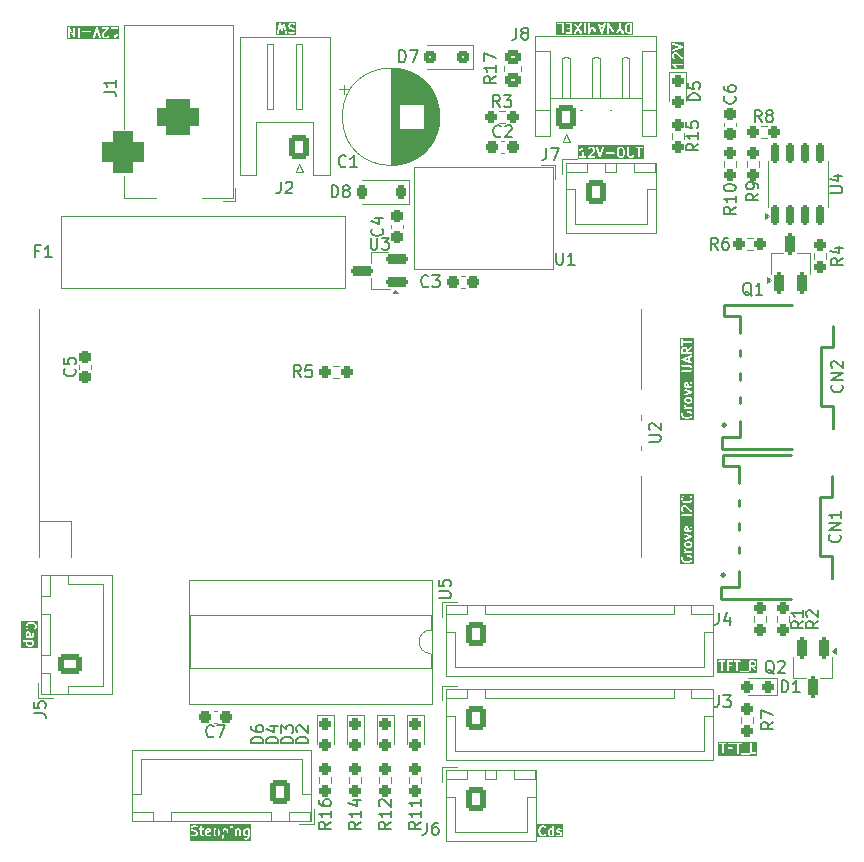
<source format=gbr>
%TF.GenerationSoftware,KiCad,Pcbnew,8.0.1*%
%TF.CreationDate,2024-08-29T15:45:34+09:00*%
%TF.ProjectId,raspcat,72617370-6361-4742-9e6b-696361645f70,rev?*%
%TF.SameCoordinates,Original*%
%TF.FileFunction,Legend,Top*%
%TF.FilePolarity,Positive*%
%FSLAX46Y46*%
G04 Gerber Fmt 4.6, Leading zero omitted, Abs format (unit mm)*
G04 Created by KiCad (PCBNEW 8.0.1) date 2024-08-29 15:45:34*
%MOMM*%
%LPD*%
G01*
G04 APERTURE LIST*
G04 Aperture macros list*
%AMRoundRect*
0 Rectangle with rounded corners*
0 $1 Rounding radius*
0 $2 $3 $4 $5 $6 $7 $8 $9 X,Y pos of 4 corners*
0 Add a 4 corners polygon primitive as box body*
4,1,4,$2,$3,$4,$5,$6,$7,$8,$9,$2,$3,0*
0 Add four circle primitives for the rounded corners*
1,1,$1+$1,$2,$3*
1,1,$1+$1,$4,$5*
1,1,$1+$1,$6,$7*
1,1,$1+$1,$8,$9*
0 Add four rect primitives between the rounded corners*
20,1,$1+$1,$2,$3,$4,$5,0*
20,1,$1+$1,$4,$5,$6,$7,0*
20,1,$1+$1,$6,$7,$8,$9,0*
20,1,$1+$1,$8,$9,$2,$3,0*%
G04 Aperture macros list end*
%ADD10C,0.150000*%
%ADD11C,0.120000*%
%ADD12C,0.254000*%
%ADD13R,3.500000X3.500000*%
%ADD14RoundRect,0.750000X-1.000000X0.750000X-1.000000X-0.750000X1.000000X-0.750000X1.000000X0.750000X0*%
%ADD15RoundRect,0.875000X-0.875000X0.875000X-0.875000X-0.875000X0.875000X-0.875000X0.875000X0.875000X0*%
%ADD16RoundRect,0.200000X-0.200000X0.700000X-0.200000X-0.700000X0.200000X-0.700000X0.200000X0.700000X0*%
%ADD17RoundRect,0.237500X0.250000X0.237500X-0.250000X0.237500X-0.250000X-0.237500X0.250000X-0.237500X0*%
%ADD18RoundRect,0.237500X-0.237500X0.300000X-0.237500X-0.300000X0.237500X-0.300000X0.237500X0.300000X0*%
%ADD19RoundRect,0.250000X0.600000X0.750000X-0.600000X0.750000X-0.600000X-0.750000X0.600000X-0.750000X0*%
%ADD20O,1.700000X2.000000*%
%ADD21RoundRect,0.237500X-0.237500X0.250000X-0.237500X-0.250000X0.237500X-0.250000X0.237500X0.250000X0*%
%ADD22RoundRect,0.237500X0.237500X-0.250000X0.237500X0.250000X-0.237500X0.250000X-0.237500X-0.250000X0*%
%ADD23RoundRect,0.237500X-0.250000X-0.237500X0.250000X-0.237500X0.250000X0.237500X-0.250000X0.237500X0*%
%ADD24RoundRect,0.237500X-0.237500X0.287500X-0.237500X-0.287500X0.237500X-0.287500X0.237500X0.287500X0*%
%ADD25R,3.400000X1.000000*%
%ADD26R,3.600000X1.500000*%
%ADD27RoundRect,0.250000X0.600000X0.725000X-0.600000X0.725000X-0.600000X-0.725000X0.600000X-0.725000X0*%
%ADD28O,1.700000X1.950000*%
%ADD29RoundRect,0.237500X0.287500X0.237500X-0.287500X0.237500X-0.287500X-0.237500X0.287500X-0.237500X0*%
%ADD30RoundRect,0.250000X0.725000X-0.600000X0.725000X0.600000X-0.725000X0.600000X-0.725000X-0.600000X0*%
%ADD31O,1.950000X1.700000*%
%ADD32RoundRect,0.237500X0.300000X0.237500X-0.300000X0.237500X-0.300000X-0.237500X0.300000X-0.237500X0*%
%ADD33RoundRect,0.237500X0.237500X-0.300000X0.237500X0.300000X-0.237500X0.300000X-0.237500X-0.300000X0*%
%ADD34RoundRect,0.250000X-0.600000X-0.750000X0.600000X-0.750000X0.600000X0.750000X-0.600000X0.750000X0*%
%ADD35R,1.500000X2.300000*%
%ADD36O,1.500000X2.300000*%
%ADD37RoundRect,0.200000X0.750000X0.200000X-0.750000X0.200000X-0.750000X-0.200000X0.750000X-0.200000X0*%
%ADD38C,3.200000*%
%ADD39RoundRect,0.250000X0.300000X0.300000X-0.300000X0.300000X-0.300000X-0.300000X0.300000X-0.300000X0*%
%ADD40RoundRect,0.250000X-0.600000X-0.725000X0.600000X-0.725000X0.600000X0.725000X-0.600000X0.725000X0*%
%ADD41RoundRect,0.237500X-0.300000X-0.237500X0.300000X-0.237500X0.300000X0.237500X-0.300000X0.237500X0*%
%ADD42RoundRect,0.225000X0.225000X0.375000X-0.225000X0.375000X-0.225000X-0.375000X0.225000X-0.375000X0*%
%ADD43RoundRect,0.200000X0.200000X-0.700000X0.200000X0.700000X-0.200000X0.700000X-0.200000X-0.700000X0*%
%ADD44R,1.600000X1.600000*%
%ADD45C,1.600000*%
%ADD46RoundRect,0.250000X-0.450000X0.350000X-0.450000X-0.350000X0.450000X-0.350000X0.450000X0.350000X0*%
%ADD47C,2.300000*%
%ADD48R,1.600000X2.400000*%
%ADD49O,1.600000X2.400000*%
%ADD50O,1.700000X1.700000*%
%ADD51R,1.700000X3.500000*%
%ADD52R,1.700000X1.700000*%
%ADD53RoundRect,0.150000X0.150000X-0.675000X0.150000X0.675000X-0.150000X0.675000X-0.150000X-0.675000X0*%
G04 APERTURE END LIST*
D10*
G36*
X56221184Y65764765D02*
G01*
X55093406Y65764765D01*
X55093406Y66156559D01*
X55182295Y66156559D01*
X55183736Y66149354D01*
X55183736Y66142005D01*
X55186577Y66135145D01*
X55188034Y66127864D01*
X55192122Y66121759D01*
X55194935Y66114969D01*
X55200185Y66109719D01*
X55204317Y66103549D01*
X55215575Y66094329D01*
X55215627Y66094277D01*
X55215649Y66094268D01*
X55215692Y66094233D01*
X55319630Y66026355D01*
X55384882Y65962623D01*
X55426616Y65882081D01*
X55448724Y65862908D01*
X55476485Y65853654D01*
X55505675Y65855728D01*
X55531850Y65868815D01*
X55551023Y65890923D01*
X55560277Y65918684D01*
X55558203Y65947874D01*
X55552948Y65961606D01*
X55513612Y66037520D01*
X55510131Y66045924D01*
X55507761Y66048812D01*
X55507021Y66050240D01*
X55505522Y66051540D01*
X55500804Y66057289D01*
X55475480Y66082023D01*
X55983218Y66082922D01*
X55983736Y65913433D01*
X55994935Y65886397D01*
X56015627Y65865705D01*
X56042663Y65854506D01*
X56071927Y65854506D01*
X56098963Y65865705D01*
X56119655Y65886397D01*
X56130854Y65913433D01*
X56132295Y65928065D01*
X56130854Y66399840D01*
X56119655Y66426876D01*
X56098963Y66447568D01*
X56071927Y66458767D01*
X56042663Y66458767D01*
X56015627Y66447568D01*
X55994935Y66426876D01*
X55983736Y66399840D01*
X55982295Y66385208D01*
X55982764Y66231506D01*
X55264307Y66230235D01*
X55257217Y66231637D01*
X55250077Y66230210D01*
X55242663Y66230196D01*
X55235802Y66227355D01*
X55228522Y66225898D01*
X55222416Y66221810D01*
X55215627Y66218997D01*
X55210376Y66213747D01*
X55204207Y66209615D01*
X55200130Y66203501D01*
X55194935Y66198305D01*
X55192093Y66191445D01*
X55187974Y66185266D01*
X55186547Y66178058D01*
X55183736Y66171269D01*
X55183736Y66163844D01*
X55182295Y66156559D01*
X55093406Y66156559D01*
X55093406Y66994732D01*
X55182295Y66994732D01*
X55183553Y66815645D01*
X55182884Y66813637D01*
X55183642Y66802965D01*
X55183736Y66789624D01*
X55184767Y66787135D01*
X55184958Y66784447D01*
X55190213Y66770715D01*
X55229548Y66694804D01*
X55233029Y66686399D01*
X55235400Y66683510D01*
X55236140Y66682082D01*
X55237638Y66680783D01*
X55242356Y66675034D01*
X55291816Y66627610D01*
X55318852Y66616411D01*
X55348115Y66616411D01*
X55375152Y66627609D01*
X55395845Y66648302D01*
X55407044Y66675338D01*
X55407044Y66704601D01*
X55395846Y66731637D01*
X55386519Y66743002D01*
X55357887Y66770455D01*
X55332183Y66820059D01*
X55331094Y66975126D01*
X55355034Y67024786D01*
X55375873Y67046521D01*
X55425756Y67072369D01*
X55471089Y67073088D01*
X55558011Y67045141D01*
X56015627Y66589514D01*
X56034744Y66581596D01*
X56042663Y66578316D01*
X56042664Y66578316D01*
X56071927Y66578316D01*
X56098963Y66589514D01*
X56119656Y66610207D01*
X56130854Y66637243D01*
X56132295Y66651875D01*
X56130854Y67161745D01*
X56119655Y67188781D01*
X56098963Y67209473D01*
X56071927Y67220672D01*
X56042663Y67220672D01*
X56015627Y67209473D01*
X55994935Y67188781D01*
X55983736Y67161745D01*
X55982295Y67147113D01*
X55983187Y66831496D01*
X55660525Y67152754D01*
X55659402Y67155001D01*
X55650610Y67162626D01*
X55641820Y67171378D01*
X55639329Y67172410D01*
X55637294Y67174175D01*
X55623869Y67180169D01*
X55509522Y67216934D01*
X55500498Y67220672D01*
X55496746Y67221042D01*
X55495246Y67221524D01*
X55493271Y67221384D01*
X55485866Y67222113D01*
X55420405Y67221075D01*
X55419057Y67221524D01*
X55410522Y67220918D01*
X55395044Y67220672D01*
X55392554Y67219641D01*
X55389867Y67219450D01*
X55376135Y67214195D01*
X55300221Y67174860D01*
X55291817Y67171378D01*
X55288929Y67169009D01*
X55287501Y67168268D01*
X55286201Y67166770D01*
X55280452Y67162051D01*
X55242242Y67122200D01*
X55236140Y67116907D01*
X55234175Y67113786D01*
X55233030Y67112591D01*
X55232272Y67110764D01*
X55228308Y67104464D01*
X55196017Y67037483D01*
X55194935Y67036400D01*
X55191511Y67028136D01*
X55184958Y67014541D01*
X55184767Y67011854D01*
X55183736Y67009364D01*
X55182295Y66994732D01*
X55093406Y66994732D01*
X55093406Y67366305D01*
X55182884Y67366305D01*
X55192138Y67338542D01*
X55211312Y67316435D01*
X55237485Y67303349D01*
X55266675Y67301274D01*
X55281012Y67304534D01*
X56071917Y67569647D01*
X56077105Y67570015D01*
X56085419Y67574173D01*
X56094437Y67577195D01*
X56098482Y67580704D01*
X56103279Y67583102D01*
X56109443Y67590211D01*
X56116545Y67596369D01*
X56118940Y67601161D01*
X56122452Y67605209D01*
X56125426Y67614133D01*
X56129631Y67622542D01*
X56130010Y67627887D01*
X56131706Y67632972D01*
X56131039Y67642355D01*
X56131706Y67651732D01*
X56130011Y67656815D01*
X56129632Y67662162D01*
X56125425Y67670576D01*
X56122452Y67679495D01*
X56118941Y67683543D01*
X56116545Y67688335D01*
X56109440Y67694498D01*
X56103278Y67701602D01*
X56098486Y67703998D01*
X56094438Y67707509D01*
X56081012Y67713503D01*
X55266675Y67983429D01*
X55237485Y67981354D01*
X55211312Y67968268D01*
X55192138Y67946160D01*
X55182884Y67918398D01*
X55184959Y67889208D01*
X55198045Y67863035D01*
X55220153Y67843861D01*
X55233578Y67837867D01*
X55822363Y67642704D01*
X55220152Y67440842D01*
X55198045Y67421668D01*
X55184959Y67395495D01*
X55182884Y67366305D01*
X55093406Y67366305D01*
X55093406Y68072318D01*
X56221184Y68072318D01*
X56221184Y65764765D01*
G37*
G36*
X51624853Y68909779D02*
G01*
X51523661Y68909068D01*
X51435634Y68937370D01*
X51380507Y68991214D01*
X51351394Y69047399D01*
X51316376Y69182631D01*
X51315301Y69278866D01*
X51347847Y69413858D01*
X51377141Y69474623D01*
X51432381Y69531178D01*
X51516904Y69560358D01*
X51623701Y69561109D01*
X51624853Y68909779D01*
G37*
G36*
X49222732Y69070228D02*
G01*
X49134952Y69332100D01*
X49309745Y69332737D01*
X49222732Y69070228D01*
G37*
G36*
X51862459Y68671407D02*
G01*
X45364694Y68671407D01*
X45364694Y69620664D01*
X45453583Y69620664D01*
X45464782Y69593628D01*
X45485474Y69572936D01*
X45512510Y69561737D01*
X45527142Y69560296D01*
X45833224Y69561411D01*
X45834535Y68820664D01*
X45845734Y68793628D01*
X45866426Y68772936D01*
X45893462Y68761737D01*
X45922726Y68761737D01*
X45949762Y68772936D01*
X45970454Y68793628D01*
X45981653Y68820664D01*
X46177393Y68820664D01*
X46188592Y68793628D01*
X46209284Y68772936D01*
X46236320Y68761737D01*
X46250952Y68760296D01*
X46646536Y68761737D01*
X46673572Y68772936D01*
X46694264Y68793628D01*
X46705463Y68820664D01*
X46706896Y68835217D01*
X46861666Y68835217D01*
X46867405Y68806523D01*
X46883688Y68782208D01*
X46908037Y68765975D01*
X46936745Y68760296D01*
X46965439Y68766035D01*
X46989754Y68782318D01*
X46999070Y68793693D01*
X47203530Y69101368D01*
X47416912Y68782318D01*
X47441227Y68766035D01*
X47469921Y68760296D01*
X47498629Y68765975D01*
X47522978Y68782207D01*
X47539261Y68806522D01*
X47545000Y68835217D01*
X47539321Y68863924D01*
X47532404Y68876898D01*
X47292618Y69235428D01*
X47539321Y69606668D01*
X47544984Y69635296D01*
X47699761Y69635296D01*
X47701202Y68820664D01*
X47712401Y68793628D01*
X47733093Y68772936D01*
X47760129Y68761737D01*
X47789393Y68761737D01*
X47816429Y68772936D01*
X47837121Y68793628D01*
X47848320Y68820664D01*
X47849761Y68835296D01*
X47848346Y69635296D01*
X48080714Y69635296D01*
X48082127Y68836281D01*
X48081584Y68823908D01*
X48082152Y68822346D01*
X48082155Y68820664D01*
X48087136Y68808638D01*
X48091584Y68796407D01*
X48092713Y68795174D01*
X48093354Y68793628D01*
X48102559Y68784423D01*
X48111348Y68774826D01*
X48112863Y68774119D01*
X48114046Y68772936D01*
X48126067Y68767957D01*
X48137866Y68762450D01*
X48139537Y68762377D01*
X48141082Y68761737D01*
X48154101Y68761737D01*
X48167102Y68761166D01*
X48168672Y68761737D01*
X48170346Y68761737D01*
X48182372Y68766719D01*
X48194603Y68771166D01*
X48195836Y68772296D01*
X48197382Y68772936D01*
X48206587Y68782142D01*
X48216184Y68790930D01*
X48217358Y68792913D01*
X48218074Y68793628D01*
X48218752Y68795265D01*
X48223678Y68803580D01*
X48421996Y69231035D01*
X48622007Y68804924D01*
X48626687Y68793628D01*
X48627861Y68792454D01*
X48628577Y68790929D01*
X48638180Y68782135D01*
X48647379Y68772936D01*
X48648924Y68772297D01*
X48650158Y68771166D01*
X48662396Y68766716D01*
X48674415Y68761737D01*
X48676086Y68761737D01*
X48677659Y68761165D01*
X48690673Y68761737D01*
X48703679Y68761737D01*
X48705222Y68762377D01*
X48706895Y68762450D01*
X48718702Y68767960D01*
X48730715Y68772936D01*
X48731896Y68774118D01*
X48733413Y68774825D01*
X48742207Y68784429D01*
X48751407Y68793628D01*
X48752047Y68795174D01*
X48753177Y68796407D01*
X48757627Y68808646D01*
X48762606Y68820664D01*
X48762831Y68822956D01*
X48763178Y68823908D01*
X48763100Y68825681D01*
X48764047Y68835296D01*
X48762648Y69625916D01*
X48881303Y69625916D01*
X48884563Y69611579D01*
X49149675Y68820670D01*
X49150044Y68815486D01*
X49154197Y68807179D01*
X49157223Y68798153D01*
X49160734Y68794105D01*
X49163130Y68789313D01*
X49170234Y68783151D01*
X49176397Y68776046D01*
X49181189Y68773650D01*
X49185237Y68770139D01*
X49194156Y68767166D01*
X49202570Y68762959D01*
X49207917Y68762580D01*
X49213000Y68760885D01*
X49222377Y68761552D01*
X49231760Y68760885D01*
X49236845Y68762581D01*
X49242190Y68762960D01*
X49250599Y68767165D01*
X49259523Y68770139D01*
X49263571Y68773651D01*
X49268363Y68776046D01*
X49274522Y68783149D01*
X49281630Y68789312D01*
X49284027Y68794107D01*
X49287537Y68798153D01*
X49293531Y68811579D01*
X49484097Y69386495D01*
X49486416Y69392092D01*
X49486416Y69393490D01*
X49563458Y69625916D01*
X49562791Y69635296D01*
X49680713Y69635296D01*
X49682154Y68820664D01*
X49693353Y68793628D01*
X49714045Y68772936D01*
X49741081Y68761737D01*
X49770345Y68761737D01*
X49797381Y68772936D01*
X49818073Y68793628D01*
X49829272Y68820664D01*
X49830713Y68835296D01*
X49829793Y69355358D01*
X50146769Y68802625D01*
X50150496Y68793628D01*
X50153854Y68790270D01*
X50156248Y68786096D01*
X50164136Y68779988D01*
X50171188Y68772936D01*
X50175606Y68771106D01*
X50179386Y68768179D01*
X50189007Y68765555D01*
X50198224Y68761737D01*
X50203005Y68761737D01*
X50207617Y68760479D01*
X50217514Y68761737D01*
X50227488Y68761737D01*
X50231903Y68763567D01*
X50236647Y68764169D01*
X50245311Y68769120D01*
X50254524Y68772936D01*
X50257902Y68776315D01*
X50262056Y68778688D01*
X50268165Y68786578D01*
X50275216Y68793628D01*
X50277045Y68798045D01*
X50279973Y68801825D01*
X50282597Y68811449D01*
X50286415Y68820664D01*
X50287151Y68828147D01*
X50287673Y68830057D01*
X50287485Y68831533D01*
X50287691Y68833622D01*
X50404542Y68833622D01*
X50410890Y68805056D01*
X50427687Y68781093D01*
X50452375Y68765382D01*
X50481197Y68760315D01*
X50509763Y68766663D01*
X50533726Y68783460D01*
X50542798Y68795030D01*
X50745749Y69115948D01*
X50958653Y68783459D01*
X50982616Y68766663D01*
X51011182Y68760315D01*
X51040004Y68765381D01*
X51064693Y68781093D01*
X51081489Y68805056D01*
X51087837Y68833622D01*
X51082771Y68862443D01*
X51076131Y68875562D01*
X50821118Y69273813D01*
X50821050Y69292439D01*
X51166427Y69292439D01*
X51167659Y69182191D01*
X51166516Y69174507D01*
X51167845Y69165512D01*
X51167868Y69163521D01*
X51168290Y69162501D01*
X51168666Y69159962D01*
X51206672Y69013185D01*
X51207186Y69005963D01*
X51211382Y68994998D01*
X51211709Y68993736D01*
X51212031Y68993301D01*
X51212441Y68992231D01*
X51251777Y68916317D01*
X51255258Y68907913D01*
X51257627Y68905026D01*
X51258368Y68903597D01*
X51259866Y68902298D01*
X51264585Y68896548D01*
X51333781Y68828962D01*
X51334558Y68827408D01*
X51341821Y68821109D01*
X51352140Y68811030D01*
X51354632Y68809998D01*
X51356666Y68808234D01*
X51370091Y68802240D01*
X51484437Y68765476D01*
X51493462Y68761737D01*
X51497213Y68761368D01*
X51498714Y68760885D01*
X51500688Y68761026D01*
X51508094Y68760296D01*
X51713202Y68761737D01*
X51740238Y68772936D01*
X51760930Y68793628D01*
X51772129Y68820664D01*
X51773570Y68835296D01*
X51772129Y69649928D01*
X51760930Y69676964D01*
X51740238Y69697656D01*
X51713202Y69708855D01*
X51698570Y69710296D01*
X51509148Y69708966D01*
X51498713Y69709707D01*
X51495013Y69708866D01*
X51493462Y69708855D01*
X51491631Y69708097D01*
X51484376Y69706447D01*
X51381002Y69670759D01*
X51379177Y69670759D01*
X51370036Y69666974D01*
X51356665Y69662357D01*
X51354630Y69660593D01*
X51352140Y69659561D01*
X51340775Y69650233D01*
X51265596Y69573263D01*
X51258368Y69566994D01*
X51256364Y69563811D01*
X51255258Y69562678D01*
X51254500Y69560851D01*
X51250536Y69554551D01*
X51215634Y69482154D01*
X51211709Y69476856D01*
X51207781Y69465865D01*
X51207186Y69464629D01*
X51207147Y69464091D01*
X51206762Y69463011D01*
X51170970Y69314562D01*
X51167868Y69307071D01*
X51166972Y69297979D01*
X51166516Y69296085D01*
X51166678Y69294993D01*
X51166427Y69292439D01*
X50821050Y69292439D01*
X50819748Y69649928D01*
X50808549Y69676964D01*
X50787857Y69697656D01*
X50760821Y69708855D01*
X50731557Y69708855D01*
X50704521Y69697656D01*
X50683829Y69676964D01*
X50672630Y69649928D01*
X50671189Y69635296D01*
X50672490Y69278126D01*
X50409609Y68862444D01*
X50404542Y68833622D01*
X50287691Y68833622D01*
X50287856Y68835296D01*
X50286415Y69649928D01*
X50275216Y69676964D01*
X50254524Y69697656D01*
X50227488Y69708855D01*
X50198224Y69708855D01*
X50171188Y69697656D01*
X50150496Y69676964D01*
X50139297Y69649928D01*
X50137856Y69635296D01*
X50138775Y69115235D01*
X49821799Y69667968D01*
X49818073Y69676964D01*
X49814714Y69680323D01*
X49812321Y69684496D01*
X49804431Y69690606D01*
X49797381Y69697656D01*
X49792964Y69699486D01*
X49789184Y69702413D01*
X49779560Y69705038D01*
X49770345Y69708855D01*
X49765564Y69708855D01*
X49760952Y69710113D01*
X49751055Y69708855D01*
X49741081Y69708855D01*
X49736665Y69707026D01*
X49731922Y69706423D01*
X49723257Y69701473D01*
X49714045Y69697656D01*
X49710666Y69694278D01*
X49706513Y69691904D01*
X49700403Y69684015D01*
X49693353Y69676964D01*
X49691523Y69672548D01*
X49688596Y69668767D01*
X49685971Y69659144D01*
X49682154Y69649928D01*
X49681417Y69642446D01*
X49680896Y69640535D01*
X49681083Y69639060D01*
X49680713Y69635296D01*
X49562791Y69635296D01*
X49561383Y69655106D01*
X49548297Y69681279D01*
X49526190Y69700453D01*
X49498427Y69709707D01*
X49469237Y69707632D01*
X49443064Y69694546D01*
X49423890Y69672438D01*
X49417896Y69659013D01*
X49359065Y69481529D01*
X49085198Y69480531D01*
X49020871Y69672438D01*
X49001697Y69694546D01*
X48975524Y69707632D01*
X48946334Y69709707D01*
X48918572Y69700453D01*
X48896464Y69681279D01*
X48883378Y69655106D01*
X48881303Y69625916D01*
X48762648Y69625916D01*
X48762606Y69649928D01*
X48751407Y69676964D01*
X48730715Y69697656D01*
X48703679Y69708855D01*
X48674415Y69708855D01*
X48647379Y69697656D01*
X48626687Y69676964D01*
X48615488Y69649928D01*
X48614047Y69635296D01*
X48614870Y69169833D01*
X48490255Y69435316D01*
X48486511Y69445613D01*
X48484276Y69448053D01*
X48482851Y69451090D01*
X48474445Y69458789D01*
X48466747Y69467194D01*
X48463727Y69468603D01*
X48461270Y69470854D01*
X48450560Y69474749D01*
X48440229Y69479570D01*
X48436897Y69479717D01*
X48433769Y69480854D01*
X48422381Y69480354D01*
X48410993Y69480854D01*
X48407864Y69479717D01*
X48404533Y69479570D01*
X48394201Y69474749D01*
X48383492Y69470854D01*
X48381034Y69468603D01*
X48378015Y69467194D01*
X48370316Y69458789D01*
X48361911Y69451090D01*
X48359427Y69446898D01*
X48358251Y69445613D01*
X48357590Y69443798D01*
X48354417Y69438440D01*
X48230121Y69170533D01*
X48229273Y69649928D01*
X48218074Y69676964D01*
X48197382Y69697656D01*
X48170346Y69708855D01*
X48141082Y69708855D01*
X48114046Y69697656D01*
X48093354Y69676964D01*
X48082155Y69649928D01*
X48080714Y69635296D01*
X47848346Y69635296D01*
X47848320Y69649928D01*
X47837121Y69676964D01*
X47816429Y69697656D01*
X47789393Y69708855D01*
X47760129Y69708855D01*
X47733093Y69697656D01*
X47712401Y69676964D01*
X47701202Y69649928D01*
X47699761Y69635296D01*
X47544984Y69635296D01*
X47545000Y69635375D01*
X47539261Y69664070D01*
X47522978Y69688385D01*
X47498629Y69704617D01*
X47469921Y69710296D01*
X47441227Y69704557D01*
X47416912Y69688274D01*
X47407596Y69676899D01*
X47203135Y69369225D01*
X46989754Y69688274D01*
X46965439Y69704557D01*
X46936745Y69710296D01*
X46908037Y69704617D01*
X46883688Y69688384D01*
X46867405Y69664069D01*
X46861666Y69635375D01*
X46867345Y69606667D01*
X46874262Y69593693D01*
X47114047Y69235165D01*
X46867345Y68863925D01*
X46861666Y68835217D01*
X46706896Y68835217D01*
X46706904Y68835296D01*
X46705463Y69649928D01*
X46694264Y69676964D01*
X46673572Y69697656D01*
X46646536Y69708855D01*
X46631904Y69710296D01*
X46236320Y69708855D01*
X46209284Y69697656D01*
X46188592Y69676964D01*
X46177393Y69649928D01*
X46177393Y69620664D01*
X46188592Y69593628D01*
X46209284Y69572936D01*
X46236320Y69561737D01*
X46250952Y69560296D01*
X46557034Y69561411D01*
X46557513Y69290867D01*
X46350606Y69289807D01*
X46323570Y69278608D01*
X46302878Y69257916D01*
X46291679Y69230880D01*
X46291679Y69201616D01*
X46302878Y69174580D01*
X46323570Y69153888D01*
X46350606Y69142689D01*
X46365238Y69141248D01*
X46557776Y69142235D01*
X46558186Y68910028D01*
X46236320Y68908855D01*
X46209284Y68897656D01*
X46188592Y68876964D01*
X46177393Y68849928D01*
X46177393Y68820664D01*
X45981653Y68820664D01*
X45983094Y68835296D01*
X45981653Y69649928D01*
X45970454Y69676964D01*
X45949762Y69697656D01*
X45922726Y69708855D01*
X45908094Y69710296D01*
X45512510Y69708855D01*
X45485474Y69697656D01*
X45464782Y69676964D01*
X45453583Y69649928D01*
X45453583Y69620664D01*
X45364694Y69620664D01*
X45364694Y69799185D01*
X51862459Y69799185D01*
X51862459Y68671407D01*
G37*
G36*
X56696966Y37855357D02*
G01*
X56718703Y37834517D01*
X56744473Y37784784D01*
X56745356Y37705748D01*
X56721555Y37656377D01*
X56700714Y37634641D01*
X56651146Y37608955D01*
X56458026Y37607811D01*
X56408289Y37631789D01*
X56386552Y37652630D01*
X56360782Y37702361D01*
X56359899Y37781397D01*
X56383701Y37830770D01*
X56404541Y37852504D01*
X56454110Y37878190D01*
X56647230Y37879334D01*
X56696966Y37855357D01*
G37*
G36*
X56462449Y38941288D02*
G01*
X56420030Y38941097D01*
X56380082Y38960356D01*
X56360824Y38997520D01*
X56359814Y39114554D01*
X56378934Y39154214D01*
X56415239Y39173027D01*
X56462449Y38941288D01*
G37*
G36*
X56516735Y41103827D02*
G01*
X56254226Y41190840D01*
X56516098Y41278620D01*
X56516735Y41103827D01*
G37*
G36*
X56316015Y42083928D02*
G01*
X56337749Y42063088D01*
X56363412Y42013562D01*
X56363852Y41916167D01*
X56363360Y41913376D01*
X56363875Y41911050D01*
X56364382Y41798721D01*
X56093962Y41798242D01*
X56093009Y42009504D01*
X56117034Y42059340D01*
X56137874Y42081076D01*
X56187607Y42106847D01*
X56266642Y42107730D01*
X56316015Y42083928D01*
G37*
G36*
X57059374Y36074921D02*
G01*
X55855406Y36074921D01*
X55855406Y36619763D01*
X55944295Y36619763D01*
X55945569Y36505741D01*
X55944884Y36496097D01*
X55945718Y36492428D01*
X55945736Y36490845D01*
X55946494Y36489014D01*
X55948144Y36481760D01*
X55983831Y36378387D01*
X55983831Y36376560D01*
X55987617Y36367419D01*
X55992233Y36354049D01*
X55993998Y36352014D01*
X55995030Y36349523D01*
X56004357Y36338158D01*
X56081332Y36262974D01*
X56087596Y36255751D01*
X56090776Y36253750D01*
X56091912Y36252640D01*
X56093744Y36251882D01*
X56100039Y36247919D01*
X56172437Y36213018D01*
X56177735Y36209092D01*
X56188726Y36205165D01*
X56189962Y36204569D01*
X56190500Y36204531D01*
X56191580Y36204145D01*
X56340029Y36168354D01*
X56347520Y36165251D01*
X56356612Y36164356D01*
X56358506Y36163899D01*
X56359598Y36164062D01*
X56362152Y36163810D01*
X56472400Y36165043D01*
X56480084Y36163899D01*
X56489079Y36165229D01*
X56491070Y36165251D01*
X56492090Y36165674D01*
X56494629Y36166049D01*
X56641406Y36204056D01*
X56648628Y36204569D01*
X56659593Y36208766D01*
X56660855Y36209092D01*
X56661290Y36209415D01*
X56662360Y36209824D01*
X56738270Y36249159D01*
X56746676Y36252640D01*
X56749565Y36255012D01*
X56750993Y36255751D01*
X56752292Y36257250D01*
X56758042Y36261968D01*
X56825627Y36331164D01*
X56827183Y36331941D01*
X56833490Y36339214D01*
X56843560Y36349523D01*
X56844591Y36352014D01*
X56846357Y36354049D01*
X56852351Y36367474D01*
X56889115Y36481821D01*
X56892854Y36490845D01*
X56893223Y36494597D01*
X56893706Y36496097D01*
X56893565Y36498072D01*
X56894295Y36505477D01*
X56893077Y36582208D01*
X56893706Y36591048D01*
X56892879Y36594683D01*
X56892854Y36596300D01*
X56892095Y36598132D01*
X56890446Y36605385D01*
X56854759Y36708759D01*
X56854759Y36710584D01*
X56850972Y36719726D01*
X56846357Y36733096D01*
X56844592Y36735131D01*
X56843561Y36737621D01*
X56834233Y36748986D01*
X56784772Y36796409D01*
X56757736Y36807608D01*
X56743104Y36809049D01*
X56461806Y36807608D01*
X56434770Y36796409D01*
X56414078Y36775717D01*
X56402879Y36748681D01*
X56401438Y36734049D01*
X56402879Y36567036D01*
X56414078Y36540000D01*
X56434770Y36519308D01*
X56461806Y36508109D01*
X56491070Y36508109D01*
X56518106Y36519308D01*
X56538798Y36540000D01*
X56549997Y36567036D01*
X56551438Y36581668D01*
X56550767Y36659430D01*
X56711724Y36660255D01*
X56715402Y36656728D01*
X56744438Y36572622D01*
X56745269Y36520254D01*
X56717221Y36433018D01*
X56663376Y36377891D01*
X56607191Y36348777D01*
X56471960Y36313760D01*
X56375725Y36312685D01*
X56240733Y36345231D01*
X56179967Y36374526D01*
X56123412Y36429764D01*
X56094195Y36514396D01*
X56093233Y36600445D01*
X56129727Y36676144D01*
X56131801Y36705334D01*
X56122547Y36733095D01*
X56103374Y36755203D01*
X56077199Y36768290D01*
X56048009Y36770364D01*
X56020248Y36761110D01*
X55998140Y36741937D01*
X55990308Y36729494D01*
X55958017Y36662514D01*
X55956935Y36661431D01*
X55953511Y36653166D01*
X55946958Y36639572D01*
X55946767Y36636885D01*
X55945736Y36634395D01*
X55944295Y36619763D01*
X55855406Y36619763D01*
X55855406Y37305477D01*
X56210961Y37305477D01*
X56211999Y37240016D01*
X56211550Y37238667D01*
X56212156Y37230132D01*
X56212402Y37214655D01*
X56213432Y37212167D01*
X56213624Y37209477D01*
X56218879Y37195746D01*
X56247465Y37140581D01*
X56244293Y37139266D01*
X56223601Y37118574D01*
X56212402Y37091538D01*
X56212402Y37062274D01*
X56223601Y37035238D01*
X56244293Y37014546D01*
X56271329Y37003347D01*
X56285961Y37001906D01*
X56833927Y37003347D01*
X56860963Y37014546D01*
X56881655Y37035238D01*
X56892854Y37062274D01*
X56892854Y37091538D01*
X56881655Y37118574D01*
X56860963Y37139266D01*
X56833927Y37150465D01*
X56819295Y37151906D01*
X56457432Y37150955D01*
X56408289Y37174646D01*
X56386554Y37195485D01*
X56360705Y37245368D01*
X56359520Y37320109D01*
X56348321Y37347145D01*
X56327629Y37367837D01*
X56300593Y37379036D01*
X56271329Y37379036D01*
X56244293Y37367837D01*
X56223601Y37347145D01*
X56212402Y37320109D01*
X56210961Y37305477D01*
X55855406Y37305477D01*
X55855406Y37800715D01*
X56210961Y37800715D01*
X56212114Y37697504D01*
X56211550Y37695809D01*
X56212242Y37686062D01*
X56212402Y37671797D01*
X56213432Y37669309D01*
X56213624Y37666619D01*
X56218879Y37652887D01*
X56258213Y37576981D01*
X56261697Y37568571D01*
X56264069Y37565681D01*
X56264808Y37564255D01*
X56266303Y37562959D01*
X56271024Y37557206D01*
X56310879Y37518993D01*
X56316168Y37512895D01*
X56319287Y37510931D01*
X56320484Y37509784D01*
X56322312Y37509027D01*
X56328610Y37505062D01*
X56395590Y37472772D01*
X56396674Y37471688D01*
X56404947Y37468262D01*
X56418532Y37461712D01*
X56421218Y37461522D01*
X56423710Y37460489D01*
X56438342Y37459048D01*
X56655441Y37460335D01*
X56657534Y37459637D01*
X56668431Y37460412D01*
X56681546Y37460489D01*
X56684034Y37461520D01*
X56686724Y37461711D01*
X56700456Y37466966D01*
X56776360Y37506300D01*
X56784771Y37509783D01*
X56787663Y37512157D01*
X56789088Y37512895D01*
X56790384Y37514390D01*
X56796136Y37519110D01*
X56834351Y37558966D01*
X56840450Y37564255D01*
X56842413Y37567374D01*
X56843560Y37568570D01*
X56844318Y37570401D01*
X56848282Y37576698D01*
X56880572Y37643679D01*
X56881655Y37644761D01*
X56885078Y37653027D01*
X56891632Y37666620D01*
X56891822Y37669308D01*
X56892854Y37671797D01*
X56894295Y37686429D01*
X56893141Y37789641D01*
X56893706Y37791334D01*
X56893013Y37801081D01*
X56892854Y37815347D01*
X56891822Y37817837D01*
X56891632Y37820524D01*
X56886377Y37834256D01*
X56847043Y37910166D01*
X56843560Y37918575D01*
X56841189Y37921464D01*
X56840450Y37922890D01*
X56838952Y37924189D01*
X56834232Y37929940D01*
X56794378Y37968151D01*
X56789088Y37974251D01*
X56785966Y37976216D01*
X56784771Y37977362D01*
X56782941Y37978120D01*
X56776645Y37982083D01*
X56709664Y38014374D01*
X56708582Y38015456D01*
X56700316Y38018880D01*
X56686723Y38025433D01*
X56684035Y38025624D01*
X56681546Y38026655D01*
X56666914Y38028096D01*
X56449814Y38026810D01*
X56447723Y38027507D01*
X56436825Y38026733D01*
X56423710Y38026655D01*
X56421220Y38025624D01*
X56418533Y38025433D01*
X56404801Y38020178D01*
X56328888Y37980843D01*
X56320484Y37977361D01*
X56317596Y37974992D01*
X56316168Y37974251D01*
X56314868Y37972753D01*
X56309119Y37968034D01*
X56270905Y37928179D01*
X56264808Y37922890D01*
X56262844Y37919771D01*
X56261697Y37918574D01*
X56260938Y37916744D01*
X56256975Y37910447D01*
X56224683Y37843466D01*
X56223601Y37842383D01*
X56220179Y37834123D01*
X56213624Y37820525D01*
X56213432Y37817836D01*
X56212402Y37815347D01*
X56210961Y37800715D01*
X55855406Y37800715D01*
X55855406Y38208802D01*
X56211766Y38208802D01*
X56221609Y38181243D01*
X56241248Y38159549D01*
X56267694Y38147022D01*
X56296922Y38145568D01*
X56311186Y38149132D01*
X56834018Y38337322D01*
X56837561Y38337498D01*
X56847220Y38342074D01*
X56857815Y38345887D01*
X56860606Y38348415D01*
X56864007Y38350025D01*
X56871369Y38358158D01*
X56879509Y38365526D01*
X56881120Y38368929D01*
X56883647Y38371719D01*
X56887338Y38382057D01*
X56892036Y38391972D01*
X56892222Y38395731D01*
X56893490Y38399278D01*
X56892944Y38410239D01*
X56893490Y38421200D01*
X56892222Y38424748D01*
X56892036Y38428506D01*
X56887338Y38438422D01*
X56883647Y38448759D01*
X56881120Y38451550D01*
X56879509Y38454952D01*
X56871373Y38462318D01*
X56864008Y38470453D01*
X56860605Y38472065D01*
X56857815Y38474591D01*
X56844520Y38480870D01*
X56296922Y38674911D01*
X56267695Y38673458D01*
X56241248Y38660930D01*
X56221609Y38639236D01*
X56211766Y38611677D01*
X56213219Y38582450D01*
X56225747Y38556003D01*
X56247441Y38536364D01*
X56260736Y38530085D01*
X56598391Y38410437D01*
X56247441Y38284115D01*
X56225747Y38264476D01*
X56213220Y38238030D01*
X56211766Y38208802D01*
X55855406Y38208802D01*
X55855406Y39134049D01*
X56210961Y39134049D01*
X56212178Y38992934D01*
X56211550Y38991048D01*
X56212283Y38980719D01*
X56212402Y38967036D01*
X56213432Y38964548D01*
X56213624Y38961858D01*
X56218879Y38948126D01*
X56256507Y38875512D01*
X56258899Y38868337D01*
X56262194Y38864537D01*
X56264808Y38859494D01*
X56271911Y38853334D01*
X56278073Y38846229D01*
X56285478Y38841567D01*
X56286915Y38840321D01*
X56288067Y38839937D01*
X56290515Y38838396D01*
X56357495Y38806106D01*
X56358579Y38805022D01*
X56366852Y38801596D01*
X56380437Y38795046D01*
X56383123Y38794856D01*
X56385615Y38793823D01*
X56400247Y38792382D01*
X56549306Y38793055D01*
X56552706Y38792382D01*
X56556224Y38793086D01*
X56693427Y38793705D01*
X56695629Y38792971D01*
X56706805Y38793766D01*
X56719641Y38793823D01*
X56722129Y38794854D01*
X56724819Y38795045D01*
X56738550Y38800300D01*
X56811167Y38837930D01*
X56818342Y38840321D01*
X56822141Y38843616D01*
X56827184Y38846229D01*
X56833343Y38853331D01*
X56840450Y38859494D01*
X56845111Y38866900D01*
X56846357Y38868336D01*
X56846741Y38869490D01*
X56848282Y38871937D01*
X56880572Y38938918D01*
X56881655Y38940000D01*
X56885078Y38948266D01*
X56891632Y38961859D01*
X56891822Y38964547D01*
X56892854Y38967036D01*
X56894295Y38981668D01*
X56893077Y39122783D01*
X56893706Y39124668D01*
X56892972Y39134998D01*
X56892854Y39148681D01*
X56891822Y39151171D01*
X56891632Y39153858D01*
X56886377Y39167590D01*
X56840450Y39256224D01*
X56818342Y39275397D01*
X56790581Y39284651D01*
X56761391Y39282577D01*
X56735216Y39269490D01*
X56716043Y39247382D01*
X56706789Y39219621D01*
X56708863Y39190431D01*
X56714118Y39176699D01*
X56744431Y39118197D01*
X56745441Y39001163D01*
X56726322Y38961505D01*
X56689284Y38942312D01*
X56613973Y38941972D01*
X56549997Y39256012D01*
X56549997Y39262967D01*
X56547208Y39269699D01*
X56545699Y39277109D01*
X56541609Y39283215D01*
X56538798Y39290003D01*
X56533547Y39295254D01*
X56529415Y39301424D01*
X56523301Y39305500D01*
X56518106Y39310695D01*
X56511246Y39313537D01*
X56505067Y39317656D01*
X56497858Y39319083D01*
X56491070Y39321894D01*
X56476438Y39323335D01*
X56476365Y39323334D01*
X56476360Y39323335D01*
X56476353Y39323334D01*
X56410976Y39322297D01*
X56409628Y39322746D01*
X56401093Y39322140D01*
X56385615Y39321894D01*
X56383125Y39320863D01*
X56380438Y39320672D01*
X56366706Y39315417D01*
X56294085Y39277788D01*
X56286915Y39275397D01*
X56283118Y39272105D01*
X56278073Y39269490D01*
X56271909Y39262384D01*
X56264808Y39256224D01*
X56260147Y39248821D01*
X56258900Y39247382D01*
X56258515Y39246228D01*
X56256975Y39243781D01*
X56224683Y39176800D01*
X56223601Y39175717D01*
X56220179Y39167457D01*
X56213624Y39153859D01*
X56213432Y39151170D01*
X56212402Y39148681D01*
X56210961Y39134049D01*
X55855406Y39134049D01*
X55855406Y40010239D01*
X56820485Y40010239D01*
X56821926Y39386083D01*
X56833125Y39359047D01*
X56853817Y39338355D01*
X56880853Y39327156D01*
X56910117Y39327156D01*
X56937153Y39338355D01*
X56957845Y39359047D01*
X56969044Y39386083D01*
X56970485Y39400715D01*
X56969044Y40024871D01*
X56957845Y40051907D01*
X56937153Y40072599D01*
X56910117Y40083798D01*
X56880853Y40083798D01*
X56853817Y40072599D01*
X56833125Y40051907D01*
X56821926Y40024871D01*
X56820485Y40010239D01*
X55855406Y40010239D01*
X55855406Y40186084D01*
X55945736Y40186084D01*
X55956935Y40159048D01*
X55977627Y40138356D01*
X56004663Y40127157D01*
X56019295Y40125716D01*
X56655149Y40127100D01*
X56657533Y40126305D01*
X56669144Y40127131D01*
X56681546Y40127157D01*
X56684035Y40128189D01*
X56686723Y40128379D01*
X56700455Y40133634D01*
X56776366Y40172970D01*
X56784771Y40176450D01*
X56787660Y40178822D01*
X56789088Y40179561D01*
X56790387Y40181060D01*
X56796136Y40185777D01*
X56834351Y40225633D01*
X56840450Y40230922D01*
X56842413Y40234041D01*
X56843560Y40235237D01*
X56844318Y40237068D01*
X56848282Y40243365D01*
X56880572Y40310347D01*
X56881655Y40311429D01*
X56885078Y40319694D01*
X56891632Y40333288D01*
X56891822Y40335976D01*
X56892854Y40338465D01*
X56894295Y40353097D01*
X56893077Y40494212D01*
X56893706Y40496097D01*
X56892972Y40506427D01*
X56892854Y40520110D01*
X56891822Y40522600D01*
X56891632Y40525287D01*
X56886377Y40539019D01*
X56847043Y40614928D01*
X56843560Y40623337D01*
X56841189Y40626226D01*
X56840450Y40627652D01*
X56838952Y40628951D01*
X56834232Y40634702D01*
X56794375Y40672916D01*
X56789088Y40679012D01*
X56785968Y40680976D01*
X56784771Y40682124D01*
X56782939Y40682883D01*
X56776645Y40686845D01*
X56709664Y40719137D01*
X56708582Y40720219D01*
X56700320Y40723642D01*
X56686724Y40730196D01*
X56684034Y40730388D01*
X56681546Y40731418D01*
X56666914Y40732859D01*
X56004663Y40731418D01*
X55977627Y40720219D01*
X55956935Y40699527D01*
X55945736Y40672491D01*
X55945736Y40643227D01*
X55956935Y40616191D01*
X55977627Y40595499D01*
X56004663Y40584300D01*
X56019295Y40582859D01*
X56646963Y40584225D01*
X56696965Y40560120D01*
X56718703Y40539279D01*
X56744431Y40489626D01*
X56745441Y40372592D01*
X56721555Y40323044D01*
X56700715Y40301309D01*
X56651259Y40275682D01*
X56004663Y40274275D01*
X55977627Y40263076D01*
X55956935Y40242384D01*
X55945736Y40215348D01*
X55945736Y40186084D01*
X55855406Y40186084D01*
X55855406Y41181812D01*
X55944884Y41181812D01*
X55946579Y41176727D01*
X55946959Y41171382D01*
X55951164Y41162972D01*
X55954138Y41154050D01*
X55957648Y41150003D01*
X55960045Y41145209D01*
X55967150Y41139046D01*
X55973312Y41131942D01*
X55978103Y41129547D01*
X55982152Y41126035D01*
X55995578Y41120041D01*
X56570493Y40929475D01*
X56576091Y40927156D01*
X56577489Y40927156D01*
X56809915Y40850114D01*
X56839105Y40852189D01*
X56865278Y40865275D01*
X56884452Y40887382D01*
X56893706Y40915145D01*
X56891631Y40944335D01*
X56878545Y40970508D01*
X56856437Y40989682D01*
X56843012Y40995676D01*
X56665527Y41054507D01*
X56664529Y41328374D01*
X56856438Y41392701D01*
X56878545Y41411875D01*
X56891632Y41438048D01*
X56893706Y41467238D01*
X56884452Y41495001D01*
X56865279Y41517108D01*
X56839105Y41530195D01*
X56809915Y41532269D01*
X56795578Y41529009D01*
X56004669Y41263897D01*
X55999485Y41263528D01*
X55991175Y41259374D01*
X55982153Y41256349D01*
X55978105Y41252839D01*
X55973312Y41250442D01*
X55967148Y41243337D01*
X55960045Y41237175D01*
X55957649Y41232384D01*
X55954138Y41228335D01*
X55951163Y41219412D01*
X55946959Y41211002D01*
X55946579Y41205658D01*
X55944884Y41200572D01*
X55945550Y41191192D01*
X55944884Y41181812D01*
X55855406Y41181812D01*
X55855406Y42029287D01*
X55944295Y42029287D01*
X55945736Y41709893D01*
X55956935Y41682857D01*
X55977627Y41662165D01*
X56004663Y41650966D01*
X56019295Y41649525D01*
X56833927Y41650966D01*
X56860963Y41662165D01*
X56881655Y41682857D01*
X56892854Y41709893D01*
X56892854Y41739157D01*
X56881655Y41766193D01*
X56860963Y41786885D01*
X56833927Y41798084D01*
X56819295Y41799525D01*
X56513006Y41798984D01*
X56512660Y41875616D01*
X56873465Y42129797D01*
X56889192Y42154476D01*
X56894277Y42183293D01*
X56887948Y42211864D01*
X56871166Y42235838D01*
X56846487Y42251565D01*
X56817669Y42256650D01*
X56789098Y42250321D01*
X56776285Y42243110D01*
X56508599Y42054530D01*
X56505424Y42062828D01*
X56466088Y42138741D01*
X56462607Y42147145D01*
X56460237Y42150033D01*
X56459497Y42151461D01*
X56457998Y42152761D01*
X56453280Y42158510D01*
X56413424Y42196724D01*
X56408136Y42202821D01*
X56405016Y42204785D01*
X56403820Y42205932D01*
X56401989Y42206691D01*
X56395693Y42210654D01*
X56328711Y42242946D01*
X56327629Y42244028D01*
X56319368Y42247450D01*
X56305771Y42254005D01*
X56303081Y42254197D01*
X56300593Y42255227D01*
X56285961Y42256668D01*
X56182749Y42255515D01*
X56181056Y42256079D01*
X56171308Y42255387D01*
X56157044Y42255227D01*
X56154555Y42254197D01*
X56151866Y42254005D01*
X56138134Y42248750D01*
X56062228Y42209417D01*
X56053817Y42205932D01*
X56050926Y42203560D01*
X56049501Y42202821D01*
X56048204Y42201326D01*
X56042452Y42196605D01*
X56004242Y42156754D01*
X55998140Y42151461D01*
X55996175Y42148340D01*
X55995030Y42147145D01*
X55994272Y42145318D01*
X55990308Y42139018D01*
X55958017Y42072038D01*
X55956935Y42070955D01*
X55953511Y42062690D01*
X55946958Y42049096D01*
X55946767Y42046409D01*
X55945736Y42043919D01*
X55944295Y42029287D01*
X55855406Y42029287D01*
X55855406Y42867382D01*
X55944295Y42867382D01*
X55945736Y42395607D01*
X55956935Y42368571D01*
X55977627Y42347879D01*
X56004663Y42336680D01*
X56033927Y42336680D01*
X56060963Y42347879D01*
X56081655Y42368571D01*
X56092854Y42395607D01*
X56094295Y42410239D01*
X56093825Y42563942D01*
X56833927Y42565251D01*
X56860963Y42576450D01*
X56881655Y42597142D01*
X56892854Y42624178D01*
X56892854Y42653442D01*
X56881655Y42680478D01*
X56860963Y42701170D01*
X56833927Y42712369D01*
X56819295Y42713810D01*
X56093371Y42712526D01*
X56092854Y42882014D01*
X56081655Y42909050D01*
X56060963Y42929742D01*
X56033927Y42940941D01*
X56004663Y42940941D01*
X55977627Y42929742D01*
X55956935Y42909050D01*
X55945736Y42882014D01*
X55944295Y42867382D01*
X55855406Y42867382D01*
X55855406Y43029830D01*
X57059374Y43029830D01*
X57059374Y36074921D01*
G37*
G36*
X56696966Y25650595D02*
G01*
X56718703Y25629755D01*
X56744473Y25580022D01*
X56745356Y25500986D01*
X56721555Y25451615D01*
X56700714Y25429879D01*
X56651146Y25404193D01*
X56458026Y25403049D01*
X56408289Y25427027D01*
X56386552Y25447868D01*
X56360782Y25497599D01*
X56359899Y25576635D01*
X56383701Y25626008D01*
X56404541Y25647742D01*
X56454110Y25673428D01*
X56647230Y25674572D01*
X56696966Y25650595D01*
G37*
G36*
X56462449Y26736526D02*
G01*
X56420030Y26736335D01*
X56380082Y26755594D01*
X56360824Y26792758D01*
X56359814Y26909792D01*
X56378934Y26949452D01*
X56415239Y26968265D01*
X56462449Y26736526D01*
G37*
G36*
X57059374Y23870159D02*
G01*
X55855406Y23870159D01*
X55855406Y24415001D01*
X55944295Y24415001D01*
X55945569Y24300979D01*
X55944884Y24291335D01*
X55945718Y24287666D01*
X55945736Y24286083D01*
X55946494Y24284252D01*
X55948144Y24276998D01*
X55983831Y24173625D01*
X55983831Y24171798D01*
X55987617Y24162657D01*
X55992233Y24149287D01*
X55993998Y24147252D01*
X55995030Y24144761D01*
X56004357Y24133396D01*
X56081332Y24058212D01*
X56087596Y24050989D01*
X56090776Y24048988D01*
X56091912Y24047878D01*
X56093744Y24047120D01*
X56100039Y24043157D01*
X56172437Y24008256D01*
X56177735Y24004330D01*
X56188726Y24000403D01*
X56189962Y23999807D01*
X56190500Y23999769D01*
X56191580Y23999383D01*
X56340029Y23963592D01*
X56347520Y23960489D01*
X56356612Y23959594D01*
X56358506Y23959137D01*
X56359598Y23959300D01*
X56362152Y23959048D01*
X56472400Y23960281D01*
X56480084Y23959137D01*
X56489079Y23960467D01*
X56491070Y23960489D01*
X56492090Y23960912D01*
X56494629Y23961287D01*
X56641406Y23999294D01*
X56648628Y23999807D01*
X56659593Y24004004D01*
X56660855Y24004330D01*
X56661290Y24004653D01*
X56662360Y24005062D01*
X56738270Y24044397D01*
X56746676Y24047878D01*
X56749565Y24050250D01*
X56750993Y24050989D01*
X56752292Y24052488D01*
X56758042Y24057206D01*
X56825627Y24126402D01*
X56827183Y24127179D01*
X56833490Y24134452D01*
X56843560Y24144761D01*
X56844591Y24147252D01*
X56846357Y24149287D01*
X56852351Y24162712D01*
X56889115Y24277059D01*
X56892854Y24286083D01*
X56893223Y24289835D01*
X56893706Y24291335D01*
X56893565Y24293310D01*
X56894295Y24300715D01*
X56893077Y24377446D01*
X56893706Y24386286D01*
X56892879Y24389921D01*
X56892854Y24391538D01*
X56892095Y24393370D01*
X56890446Y24400623D01*
X56854759Y24503997D01*
X56854759Y24505822D01*
X56850972Y24514964D01*
X56846357Y24528334D01*
X56844592Y24530369D01*
X56843561Y24532859D01*
X56834233Y24544224D01*
X56784772Y24591647D01*
X56757736Y24602846D01*
X56743104Y24604287D01*
X56461806Y24602846D01*
X56434770Y24591647D01*
X56414078Y24570955D01*
X56402879Y24543919D01*
X56401438Y24529287D01*
X56402879Y24362274D01*
X56414078Y24335238D01*
X56434770Y24314546D01*
X56461806Y24303347D01*
X56491070Y24303347D01*
X56518106Y24314546D01*
X56538798Y24335238D01*
X56549997Y24362274D01*
X56551438Y24376906D01*
X56550767Y24454668D01*
X56711724Y24455493D01*
X56715402Y24451966D01*
X56744438Y24367860D01*
X56745269Y24315492D01*
X56717221Y24228256D01*
X56663376Y24173129D01*
X56607191Y24144015D01*
X56471960Y24108998D01*
X56375725Y24107923D01*
X56240733Y24140469D01*
X56179967Y24169764D01*
X56123412Y24225002D01*
X56094195Y24309634D01*
X56093233Y24395683D01*
X56129727Y24471382D01*
X56131801Y24500572D01*
X56122547Y24528333D01*
X56103374Y24550441D01*
X56077199Y24563528D01*
X56048009Y24565602D01*
X56020248Y24556348D01*
X55998140Y24537175D01*
X55990308Y24524732D01*
X55958017Y24457752D01*
X55956935Y24456669D01*
X55953511Y24448404D01*
X55946958Y24434810D01*
X55946767Y24432123D01*
X55945736Y24429633D01*
X55944295Y24415001D01*
X55855406Y24415001D01*
X55855406Y25100715D01*
X56210961Y25100715D01*
X56211999Y25035254D01*
X56211550Y25033905D01*
X56212156Y25025370D01*
X56212402Y25009893D01*
X56213432Y25007405D01*
X56213624Y25004715D01*
X56218879Y24990984D01*
X56247465Y24935819D01*
X56244293Y24934504D01*
X56223601Y24913812D01*
X56212402Y24886776D01*
X56212402Y24857512D01*
X56223601Y24830476D01*
X56244293Y24809784D01*
X56271329Y24798585D01*
X56285961Y24797144D01*
X56833927Y24798585D01*
X56860963Y24809784D01*
X56881655Y24830476D01*
X56892854Y24857512D01*
X56892854Y24886776D01*
X56881655Y24913812D01*
X56860963Y24934504D01*
X56833927Y24945703D01*
X56819295Y24947144D01*
X56457432Y24946193D01*
X56408289Y24969884D01*
X56386554Y24990723D01*
X56360705Y25040606D01*
X56359520Y25115347D01*
X56348321Y25142383D01*
X56327629Y25163075D01*
X56300593Y25174274D01*
X56271329Y25174274D01*
X56244293Y25163075D01*
X56223601Y25142383D01*
X56212402Y25115347D01*
X56210961Y25100715D01*
X55855406Y25100715D01*
X55855406Y25595953D01*
X56210961Y25595953D01*
X56212114Y25492742D01*
X56211550Y25491047D01*
X56212242Y25481300D01*
X56212402Y25467035D01*
X56213432Y25464547D01*
X56213624Y25461857D01*
X56218879Y25448125D01*
X56258213Y25372219D01*
X56261697Y25363809D01*
X56264069Y25360919D01*
X56264808Y25359493D01*
X56266303Y25358197D01*
X56271024Y25352444D01*
X56310879Y25314231D01*
X56316168Y25308133D01*
X56319287Y25306169D01*
X56320484Y25305022D01*
X56322312Y25304265D01*
X56328610Y25300300D01*
X56395590Y25268010D01*
X56396674Y25266926D01*
X56404947Y25263500D01*
X56418532Y25256950D01*
X56421218Y25256760D01*
X56423710Y25255727D01*
X56438342Y25254286D01*
X56655441Y25255573D01*
X56657534Y25254875D01*
X56668431Y25255650D01*
X56681546Y25255727D01*
X56684034Y25256758D01*
X56686724Y25256949D01*
X56700456Y25262204D01*
X56776360Y25301538D01*
X56784771Y25305021D01*
X56787663Y25307395D01*
X56789088Y25308133D01*
X56790384Y25309628D01*
X56796136Y25314348D01*
X56834351Y25354204D01*
X56840450Y25359493D01*
X56842413Y25362612D01*
X56843560Y25363808D01*
X56844318Y25365639D01*
X56848282Y25371936D01*
X56880572Y25438917D01*
X56881655Y25439999D01*
X56885078Y25448265D01*
X56891632Y25461858D01*
X56891822Y25464546D01*
X56892854Y25467035D01*
X56894295Y25481667D01*
X56893141Y25584879D01*
X56893706Y25586572D01*
X56893013Y25596319D01*
X56892854Y25610585D01*
X56891822Y25613075D01*
X56891632Y25615762D01*
X56886377Y25629494D01*
X56847043Y25705404D01*
X56843560Y25713813D01*
X56841189Y25716702D01*
X56840450Y25718128D01*
X56838952Y25719427D01*
X56834232Y25725178D01*
X56794378Y25763389D01*
X56789088Y25769489D01*
X56785966Y25771454D01*
X56784771Y25772600D01*
X56782941Y25773358D01*
X56776645Y25777321D01*
X56709664Y25809612D01*
X56708582Y25810694D01*
X56700316Y25814118D01*
X56686723Y25820671D01*
X56684035Y25820862D01*
X56681546Y25821893D01*
X56666914Y25823334D01*
X56449814Y25822048D01*
X56447723Y25822745D01*
X56436825Y25821971D01*
X56423710Y25821893D01*
X56421220Y25820862D01*
X56418533Y25820671D01*
X56404801Y25815416D01*
X56328888Y25776081D01*
X56320484Y25772599D01*
X56317596Y25770230D01*
X56316168Y25769489D01*
X56314868Y25767991D01*
X56309119Y25763272D01*
X56270905Y25723417D01*
X56264808Y25718128D01*
X56262844Y25715009D01*
X56261697Y25713812D01*
X56260938Y25711982D01*
X56256975Y25705685D01*
X56224683Y25638704D01*
X56223601Y25637621D01*
X56220179Y25629361D01*
X56213624Y25615763D01*
X56213432Y25613074D01*
X56212402Y25610585D01*
X56210961Y25595953D01*
X55855406Y25595953D01*
X55855406Y26004040D01*
X56211766Y26004040D01*
X56221609Y25976481D01*
X56241248Y25954787D01*
X56267694Y25942260D01*
X56296922Y25940806D01*
X56311186Y25944370D01*
X56834018Y26132560D01*
X56837561Y26132736D01*
X56847220Y26137312D01*
X56857815Y26141125D01*
X56860606Y26143653D01*
X56864007Y26145263D01*
X56871369Y26153396D01*
X56879509Y26160764D01*
X56881120Y26164167D01*
X56883647Y26166957D01*
X56887338Y26177295D01*
X56892036Y26187210D01*
X56892222Y26190969D01*
X56893490Y26194516D01*
X56892944Y26205477D01*
X56893490Y26216438D01*
X56892222Y26219986D01*
X56892036Y26223744D01*
X56887338Y26233660D01*
X56883647Y26243997D01*
X56881120Y26246788D01*
X56879509Y26250190D01*
X56871373Y26257556D01*
X56864008Y26265691D01*
X56860605Y26267303D01*
X56857815Y26269829D01*
X56844520Y26276108D01*
X56296922Y26470149D01*
X56267695Y26468696D01*
X56241248Y26456168D01*
X56221609Y26434474D01*
X56211766Y26406915D01*
X56213219Y26377688D01*
X56225747Y26351241D01*
X56247441Y26331602D01*
X56260736Y26325323D01*
X56598391Y26205675D01*
X56247441Y26079353D01*
X56225747Y26059714D01*
X56213220Y26033268D01*
X56211766Y26004040D01*
X55855406Y26004040D01*
X55855406Y26929287D01*
X56210961Y26929287D01*
X56212178Y26788172D01*
X56211550Y26786286D01*
X56212283Y26775957D01*
X56212402Y26762274D01*
X56213432Y26759786D01*
X56213624Y26757096D01*
X56218879Y26743364D01*
X56256507Y26670750D01*
X56258899Y26663575D01*
X56262194Y26659775D01*
X56264808Y26654732D01*
X56271911Y26648572D01*
X56278073Y26641467D01*
X56285478Y26636805D01*
X56286915Y26635559D01*
X56288067Y26635175D01*
X56290515Y26633634D01*
X56357495Y26601344D01*
X56358579Y26600260D01*
X56366852Y26596834D01*
X56380437Y26590284D01*
X56383123Y26590094D01*
X56385615Y26589061D01*
X56400247Y26587620D01*
X56549306Y26588293D01*
X56552706Y26587620D01*
X56556224Y26588324D01*
X56693427Y26588943D01*
X56695629Y26588209D01*
X56706805Y26589004D01*
X56719641Y26589061D01*
X56722129Y26590092D01*
X56724819Y26590283D01*
X56738550Y26595538D01*
X56811167Y26633168D01*
X56818342Y26635559D01*
X56822141Y26638854D01*
X56827184Y26641467D01*
X56833343Y26648569D01*
X56840450Y26654732D01*
X56845111Y26662138D01*
X56846357Y26663574D01*
X56846741Y26664728D01*
X56848282Y26667175D01*
X56880572Y26734156D01*
X56881655Y26735238D01*
X56885078Y26743504D01*
X56891632Y26757097D01*
X56891822Y26759785D01*
X56892854Y26762274D01*
X56894295Y26776906D01*
X56893077Y26918021D01*
X56893706Y26919906D01*
X56892972Y26930236D01*
X56892854Y26943919D01*
X56891822Y26946409D01*
X56891632Y26949096D01*
X56886377Y26962828D01*
X56840450Y27051462D01*
X56818342Y27070635D01*
X56790581Y27079889D01*
X56761391Y27077815D01*
X56735216Y27064728D01*
X56716043Y27042620D01*
X56706789Y27014859D01*
X56708863Y26985669D01*
X56714118Y26971937D01*
X56744431Y26913435D01*
X56745441Y26796401D01*
X56726322Y26756743D01*
X56689284Y26737550D01*
X56613973Y26737210D01*
X56549997Y27051250D01*
X56549997Y27058205D01*
X56547208Y27064937D01*
X56545699Y27072347D01*
X56541609Y27078453D01*
X56538798Y27085241D01*
X56533547Y27090492D01*
X56529415Y27096662D01*
X56523301Y27100738D01*
X56518106Y27105933D01*
X56511246Y27108775D01*
X56505067Y27112894D01*
X56497858Y27114321D01*
X56491070Y27117132D01*
X56476438Y27118573D01*
X56476365Y27118572D01*
X56476360Y27118573D01*
X56476353Y27118572D01*
X56410976Y27117535D01*
X56409628Y27117984D01*
X56401093Y27117378D01*
X56385615Y27117132D01*
X56383125Y27116101D01*
X56380438Y27115910D01*
X56366706Y27110655D01*
X56294085Y27073026D01*
X56286915Y27070635D01*
X56283118Y27067343D01*
X56278073Y27064728D01*
X56271909Y27057622D01*
X56264808Y27051462D01*
X56260147Y27044059D01*
X56258900Y27042620D01*
X56258515Y27041466D01*
X56256975Y27039019D01*
X56224683Y26972038D01*
X56223601Y26970955D01*
X56220179Y26962695D01*
X56213624Y26949097D01*
X56213432Y26946408D01*
X56212402Y26943919D01*
X56210961Y26929287D01*
X55855406Y26929287D01*
X55855406Y27805477D01*
X56820485Y27805477D01*
X56821926Y27181321D01*
X56833125Y27154285D01*
X56853817Y27133593D01*
X56880853Y27122394D01*
X56910117Y27122394D01*
X56937153Y27133593D01*
X56957845Y27154285D01*
X56969044Y27181321D01*
X56970485Y27195953D01*
X56969044Y27820109D01*
X56957845Y27847145D01*
X56937153Y27867837D01*
X56910117Y27879036D01*
X56880853Y27879036D01*
X56853817Y27867837D01*
X56833125Y27847145D01*
X56821926Y27820109D01*
X56820485Y27805477D01*
X55855406Y27805477D01*
X55855406Y27981322D01*
X55945736Y27981322D01*
X55956935Y27954286D01*
X55977627Y27933594D01*
X56004663Y27922395D01*
X56019295Y27920954D01*
X56833927Y27922395D01*
X56860963Y27933594D01*
X56881655Y27954286D01*
X56892854Y27981322D01*
X56892854Y28010586D01*
X56881655Y28037622D01*
X56860963Y28058314D01*
X56833927Y28069513D01*
X56819295Y28070954D01*
X56004663Y28069513D01*
X55977627Y28058314D01*
X55956935Y28037622D01*
X55945736Y28010586D01*
X55945736Y27981322D01*
X55855406Y27981322D01*
X55855406Y28643572D01*
X55944295Y28643572D01*
X55945553Y28464485D01*
X55944884Y28462477D01*
X55945642Y28451805D01*
X55945736Y28438464D01*
X55946767Y28435975D01*
X55946958Y28433287D01*
X55952213Y28419555D01*
X55991548Y28343644D01*
X55995029Y28335239D01*
X55997400Y28332350D01*
X55998140Y28330922D01*
X55999638Y28329623D01*
X56004356Y28323874D01*
X56053816Y28276450D01*
X56080852Y28265251D01*
X56110115Y28265251D01*
X56137152Y28276449D01*
X56157845Y28297142D01*
X56169044Y28324178D01*
X56169044Y28353441D01*
X56157846Y28380477D01*
X56148519Y28391842D01*
X56119887Y28419295D01*
X56094183Y28468899D01*
X56093094Y28623966D01*
X56117034Y28673626D01*
X56137873Y28695361D01*
X56187756Y28721209D01*
X56233089Y28721928D01*
X56320011Y28693981D01*
X56777627Y28238354D01*
X56796744Y28230436D01*
X56804663Y28227156D01*
X56804664Y28227156D01*
X56833927Y28227156D01*
X56860963Y28238354D01*
X56881656Y28259047D01*
X56892854Y28286083D01*
X56894295Y28300715D01*
X56892854Y28810585D01*
X56881655Y28837621D01*
X56860963Y28858313D01*
X56833927Y28869512D01*
X56804663Y28869512D01*
X56777627Y28858313D01*
X56756935Y28837621D01*
X56745736Y28810585D01*
X56744295Y28795953D01*
X56745187Y28480336D01*
X56422525Y28801594D01*
X56421402Y28803841D01*
X56412610Y28811466D01*
X56403820Y28820218D01*
X56401329Y28821250D01*
X56399294Y28823015D01*
X56385869Y28829009D01*
X56271522Y28865774D01*
X56262498Y28869512D01*
X56258746Y28869882D01*
X56257246Y28870364D01*
X56255271Y28870224D01*
X56247866Y28870953D01*
X56182405Y28869915D01*
X56181057Y28870364D01*
X56172522Y28869758D01*
X56157044Y28869512D01*
X56154554Y28868481D01*
X56151867Y28868290D01*
X56138135Y28863035D01*
X56062221Y28823700D01*
X56053817Y28820218D01*
X56050929Y28817849D01*
X56049501Y28817108D01*
X56048201Y28815610D01*
X56042452Y28810891D01*
X56004242Y28771040D01*
X55998140Y28765747D01*
X55996175Y28762626D01*
X55995030Y28761431D01*
X55994272Y28759604D01*
X55990308Y28753304D01*
X55958017Y28686323D01*
X55956935Y28685240D01*
X55953511Y28676976D01*
X55946958Y28663381D01*
X55946767Y28660694D01*
X55945736Y28658204D01*
X55944295Y28643572D01*
X55855406Y28643572D01*
X55855406Y29443573D01*
X55944295Y29443573D01*
X55945512Y29366843D01*
X55944884Y29358002D01*
X55945710Y29354368D01*
X55945736Y29352750D01*
X55946494Y29350919D01*
X55948144Y29343665D01*
X55983831Y29240292D01*
X55983831Y29238465D01*
X55987617Y29229324D01*
X55992233Y29215954D01*
X55993998Y29213919D01*
X55995030Y29211428D01*
X56004357Y29200063D01*
X56081332Y29124879D01*
X56087596Y29117656D01*
X56090776Y29115655D01*
X56091912Y29114545D01*
X56093744Y29113787D01*
X56100039Y29109824D01*
X56172437Y29074923D01*
X56177735Y29070997D01*
X56188726Y29067070D01*
X56189962Y29066474D01*
X56190500Y29066436D01*
X56191580Y29066050D01*
X56340029Y29030259D01*
X56347520Y29027156D01*
X56356612Y29026261D01*
X56358506Y29025804D01*
X56359598Y29025967D01*
X56362152Y29025715D01*
X56472400Y29026948D01*
X56480084Y29025804D01*
X56489079Y29027134D01*
X56491070Y29027156D01*
X56492090Y29027579D01*
X56494629Y29027954D01*
X56641406Y29065961D01*
X56648628Y29066474D01*
X56659593Y29070671D01*
X56660855Y29070997D01*
X56661290Y29071320D01*
X56662360Y29071729D01*
X56738270Y29111064D01*
X56746676Y29114545D01*
X56749565Y29116917D01*
X56750993Y29117656D01*
X56752292Y29119155D01*
X56758042Y29123873D01*
X56825627Y29193069D01*
X56827183Y29193846D01*
X56833490Y29201119D01*
X56843560Y29211428D01*
X56844591Y29213919D01*
X56846357Y29215954D01*
X56852351Y29229379D01*
X56889115Y29343726D01*
X56892854Y29352750D01*
X56893223Y29356502D01*
X56893706Y29358002D01*
X56893565Y29359977D01*
X56894295Y29367382D01*
X56893077Y29444113D01*
X56893706Y29452953D01*
X56892879Y29456588D01*
X56892854Y29458205D01*
X56892095Y29460037D01*
X56890446Y29467290D01*
X56854759Y29570664D01*
X56854759Y29572489D01*
X56850972Y29581631D01*
X56846357Y29595001D01*
X56844592Y29597036D01*
X56843561Y29599526D01*
X56834233Y29610891D01*
X56784772Y29658314D01*
X56757735Y29669513D01*
X56728473Y29669513D01*
X56701436Y29658314D01*
X56680744Y29637622D01*
X56669545Y29610585D01*
X56669545Y29581323D01*
X56680744Y29554286D01*
X56690071Y29542921D01*
X56715402Y29518633D01*
X56744438Y29434527D01*
X56745269Y29382159D01*
X56717221Y29294923D01*
X56663376Y29239796D01*
X56607191Y29210682D01*
X56471960Y29175665D01*
X56375725Y29174590D01*
X56240733Y29207136D01*
X56179967Y29236431D01*
X56123412Y29291669D01*
X56094151Y29376428D01*
X56093320Y29428797D01*
X56121470Y29516348D01*
X56157846Y29554287D01*
X56169044Y29581323D01*
X56169044Y29610586D01*
X56157845Y29637622D01*
X56137152Y29658315D01*
X56110115Y29669513D01*
X56080852Y29669513D01*
X56053816Y29658314D01*
X56042451Y29648986D01*
X56012329Y29617570D01*
X56011407Y29617108D01*
X56006853Y29611858D01*
X55995029Y29599525D01*
X55993998Y29597037D01*
X55992233Y29595001D01*
X55986239Y29581575D01*
X55949474Y29467231D01*
X55945736Y29458205D01*
X55945366Y29454454D01*
X55944884Y29452953D01*
X55945024Y29450979D01*
X55944295Y29443573D01*
X55855406Y29443573D01*
X55855406Y29758402D01*
X57059374Y29758402D01*
X57059374Y23870159D01*
G37*
G36*
X23357603Y68671407D02*
G01*
X21620353Y68671407D01*
X21620353Y68838100D01*
X21709242Y68838100D01*
X21713875Y68809205D01*
X21729211Y68784283D01*
X21752918Y68767126D01*
X21781386Y68760348D01*
X21810281Y68764981D01*
X21835203Y68780317D01*
X21852360Y68804024D01*
X21857150Y68817924D01*
X21978629Y69332066D01*
X22054798Y69049137D01*
X22056056Y69039674D01*
X22058467Y69035509D01*
X22059742Y69030775D01*
X22065759Y69022915D01*
X22070718Y69014349D01*
X22074575Y69011397D01*
X22077529Y69007538D01*
X22086096Y69002578D01*
X22093956Y68996562D01*
X22098648Y68995311D01*
X22102854Y68992876D01*
X22112671Y68991572D01*
X22122232Y68989022D01*
X22127044Y68989662D01*
X22131863Y68989021D01*
X22141433Y68991574D01*
X22151240Y68992876D01*
X22155441Y68995309D01*
X22160138Y68996561D01*
X22168002Y69002581D01*
X22176565Y69007538D01*
X22179516Y69011394D01*
X22183376Y69014348D01*
X22188338Y69022920D01*
X22194352Y69030776D01*
X22197046Y69037961D01*
X22198038Y69039673D01*
X22198229Y69041115D01*
X22199515Y69044542D01*
X22275243Y69331259D01*
X22401734Y68804024D01*
X22418891Y68780317D01*
X22443813Y68764981D01*
X22472708Y68760348D01*
X22501176Y68767127D01*
X22524883Y68784283D01*
X22540219Y68809205D01*
X22544852Y68838100D01*
X22542864Y68852668D01*
X22391659Y69482915D01*
X22661571Y69482915D01*
X22662609Y69417454D01*
X22662160Y69416105D01*
X22662766Y69407571D01*
X22663012Y69392092D01*
X22664043Y69389603D01*
X22664234Y69386915D01*
X22669489Y69373183D01*
X22708825Y69297269D01*
X22712306Y69288866D01*
X22714675Y69285979D01*
X22715416Y69284550D01*
X22716914Y69283251D01*
X22721633Y69277501D01*
X22761488Y69239288D01*
X22766777Y69233190D01*
X22769896Y69231227D01*
X22771093Y69230079D01*
X22772923Y69229321D01*
X22779220Y69225357D01*
X22851619Y69190454D01*
X22856916Y69186529D01*
X22867901Y69182604D01*
X22869142Y69182006D01*
X22869682Y69181968D01*
X22870762Y69181582D01*
X23010373Y69147922D01*
X23071385Y69118509D01*
X23093121Y69097669D01*
X23118969Y69047788D01*
X23119621Y69006677D01*
X23095973Y68957623D01*
X23075133Y68935889D01*
X23025530Y68910185D01*
X22866423Y68909068D01*
X22745951Y68947802D01*
X22716761Y68945727D01*
X22690588Y68932641D01*
X22671414Y68910534D01*
X22662160Y68882771D01*
X22664235Y68853581D01*
X22677321Y68827408D01*
X22699428Y68808234D01*
X22712854Y68802240D01*
X22827198Y68765476D01*
X22836224Y68761737D01*
X22839975Y68761368D01*
X22841476Y68760885D01*
X22843450Y68761026D01*
X22850856Y68760296D01*
X23029944Y68761555D01*
X23031952Y68760885D01*
X23042624Y68761644D01*
X23055965Y68761737D01*
X23058454Y68762769D01*
X23061142Y68762959D01*
X23074874Y68768214D01*
X23150788Y68807551D01*
X23159191Y68811031D01*
X23162078Y68813401D01*
X23163507Y68814141D01*
X23164806Y68815640D01*
X23170556Y68820358D01*
X23208769Y68860214D01*
X23214867Y68865502D01*
X23216830Y68868622D01*
X23217978Y68869818D01*
X23218736Y68871649D01*
X23222700Y68877945D01*
X23254991Y68944927D01*
X23256074Y68946009D01*
X23259495Y68954270D01*
X23266051Y68967867D01*
X23266242Y68970557D01*
X23267273Y68973045D01*
X23268714Y68987677D01*
X23267675Y69053139D01*
X23268125Y69054487D01*
X23267518Y69063023D01*
X23267273Y69078499D01*
X23266242Y69080988D01*
X23266051Y69083677D01*
X23260796Y69097409D01*
X23221462Y69173315D01*
X23217978Y69181726D01*
X23215605Y69184617D01*
X23214867Y69186042D01*
X23213371Y69187339D01*
X23208651Y69193091D01*
X23168799Y69231301D01*
X23163507Y69237403D01*
X23160385Y69239368D01*
X23159191Y69240513D01*
X23157363Y69241271D01*
X23151064Y69245235D01*
X23078666Y69280137D01*
X23073369Y69284062D01*
X23062379Y69287989D01*
X23061142Y69288585D01*
X23060602Y69288624D01*
X23059523Y69289009D01*
X22919915Y69322668D01*
X22858897Y69352084D01*
X22837163Y69372924D01*
X22811315Y69422805D01*
X22810663Y69463917D01*
X22834310Y69512968D01*
X22855150Y69534704D01*
X22904753Y69560408D01*
X23063860Y69561525D01*
X23184333Y69522789D01*
X23213523Y69524864D01*
X23239697Y69537950D01*
X23258871Y69560057D01*
X23268125Y69587819D01*
X23266050Y69617009D01*
X23252964Y69643183D01*
X23230857Y69662357D01*
X23217431Y69668351D01*
X23103082Y69705118D01*
X23094060Y69708855D01*
X23090310Y69709225D01*
X23088809Y69709707D01*
X23086833Y69709567D01*
X23079428Y69710296D01*
X22900339Y69709038D01*
X22898332Y69709707D01*
X22887659Y69708949D01*
X22874320Y69708855D01*
X22871831Y69707825D01*
X22869142Y69707633D01*
X22855410Y69702378D01*
X22779504Y69663045D01*
X22771093Y69659560D01*
X22768202Y69657188D01*
X22766777Y69656449D01*
X22765480Y69654954D01*
X22759728Y69650233D01*
X22721518Y69610382D01*
X22715416Y69605089D01*
X22713451Y69601968D01*
X22712306Y69600773D01*
X22711548Y69598946D01*
X22707584Y69592646D01*
X22675293Y69525666D01*
X22674211Y69524583D01*
X22670787Y69516318D01*
X22664234Y69502724D01*
X22664043Y69500037D01*
X22663012Y69497547D01*
X22661571Y69482915D01*
X22391659Y69482915D01*
X22351813Y69648999D01*
X22350419Y69659490D01*
X22348501Y69662802D01*
X22347598Y69666568D01*
X22341214Y69675389D01*
X22335757Y69684815D01*
X22332697Y69687157D01*
X22330441Y69690275D01*
X22321171Y69695979D01*
X22312519Y69702602D01*
X22308795Y69703596D01*
X22305519Y69705611D01*
X22294775Y69707334D01*
X22284244Y69710142D01*
X22280425Y69709635D01*
X22276624Y69710244D01*
X22266028Y69707722D01*
X22255235Y69706287D01*
X22251903Y69704359D01*
X22248156Y69703466D01*
X22239331Y69697080D01*
X22229910Y69691625D01*
X22227569Y69688568D01*
X22224449Y69686309D01*
X22218743Y69677037D01*
X22212123Y69668388D01*
X22210097Y69662987D01*
X22209113Y69661387D01*
X22208825Y69659597D01*
X22206960Y69654621D01*
X22127089Y69352217D01*
X22046638Y69651050D01*
X22044981Y69661387D01*
X22042980Y69664639D01*
X22041971Y69668387D01*
X22035352Y69677034D01*
X22029645Y69686309D01*
X22026524Y69688568D01*
X22024184Y69691625D01*
X22014758Y69697083D01*
X22005938Y69703465D01*
X22002192Y69704357D01*
X21998859Y69706287D01*
X21988064Y69707722D01*
X21977470Y69710244D01*
X21973666Y69709635D01*
X21969851Y69710141D01*
X21959329Y69707336D01*
X21948575Y69705611D01*
X21945295Y69703594D01*
X21941575Y69702601D01*
X21932928Y69695983D01*
X21923653Y69690275D01*
X21921394Y69687155D01*
X21918337Y69684814D01*
X21912882Y69675393D01*
X21906496Y69666568D01*
X21904617Y69661118D01*
X21903675Y69659489D01*
X21903435Y69657687D01*
X21901706Y69652667D01*
X21709242Y68838100D01*
X21620353Y68838100D01*
X21620353Y69799185D01*
X23357603Y69799185D01*
X23357603Y68671407D01*
G37*
G36*
X62117433Y15557966D02*
G01*
X62139169Y15537126D01*
X62164940Y15487393D01*
X62165823Y15408358D01*
X62142021Y15358985D01*
X62121181Y15337251D01*
X62071655Y15311588D01*
X61974260Y15311148D01*
X61971470Y15311640D01*
X61969143Y15311125D01*
X61856814Y15310618D01*
X61856335Y15581038D01*
X62067597Y15581991D01*
X62117433Y15557966D01*
G37*
G36*
X62403651Y14615626D02*
G01*
X58991599Y14615626D01*
X58991599Y14764883D01*
X60909060Y14764883D01*
X60920259Y14737847D01*
X60940951Y14717155D01*
X60967987Y14705956D01*
X60982619Y14704515D01*
X61606774Y14705956D01*
X61633810Y14717155D01*
X61654502Y14737847D01*
X61665701Y14764883D01*
X61665701Y14794147D01*
X61654502Y14821183D01*
X61633810Y14841875D01*
X61606774Y14853074D01*
X61592142Y14854515D01*
X60967987Y14853074D01*
X60940951Y14841875D01*
X60920259Y14821183D01*
X60909060Y14794147D01*
X60909060Y14764883D01*
X58991599Y14764883D01*
X58991599Y15641073D01*
X59080488Y15641073D01*
X59091687Y15614037D01*
X59112379Y15593345D01*
X59139415Y15582146D01*
X59154047Y15580705D01*
X59307749Y15581175D01*
X59309059Y14841073D01*
X59320258Y14814037D01*
X59340950Y14793345D01*
X59367986Y14782146D01*
X59397250Y14782146D01*
X59424286Y14793345D01*
X59444978Y14814037D01*
X59456177Y14841073D01*
X59457618Y14855705D01*
X59456333Y15581629D01*
X59625822Y15582146D01*
X59652858Y15593345D01*
X59673550Y15614037D01*
X59684749Y15641073D01*
X59684749Y15655705D01*
X59802857Y15655705D01*
X59804298Y14841073D01*
X59815497Y14814037D01*
X59836189Y14793345D01*
X59863225Y14782146D01*
X59892489Y14782146D01*
X59919525Y14793345D01*
X59940217Y14814037D01*
X59951416Y14841073D01*
X59952857Y14855705D01*
X59952247Y15200135D01*
X60159155Y15201194D01*
X60186191Y15212393D01*
X60206883Y15233085D01*
X60218082Y15260121D01*
X60218082Y15289385D01*
X60206883Y15316421D01*
X60186191Y15337113D01*
X60159155Y15348312D01*
X60144523Y15349753D01*
X59951984Y15348767D01*
X59951574Y15580974D01*
X60273441Y15582146D01*
X60300477Y15593345D01*
X60321169Y15614037D01*
X60332368Y15641073D01*
X60375726Y15641073D01*
X60386925Y15614037D01*
X60407617Y15593345D01*
X60434653Y15582146D01*
X60449285Y15580705D01*
X60602987Y15581175D01*
X60604297Y14841073D01*
X60615496Y14814037D01*
X60636188Y14793345D01*
X60663224Y14782146D01*
X60692488Y14782146D01*
X60719524Y14793345D01*
X60740216Y14814037D01*
X60751415Y14841073D01*
X60752856Y14855705D01*
X60751571Y15581629D01*
X60921060Y15582146D01*
X60948096Y15593345D01*
X60968788Y15614037D01*
X60979987Y15641073D01*
X60979987Y15655705D01*
X61707619Y15655705D01*
X61709060Y14841073D01*
X61720259Y14814037D01*
X61740951Y14793345D01*
X61767987Y14782146D01*
X61797251Y14782146D01*
X61824287Y14793345D01*
X61844979Y14814037D01*
X61856178Y14841073D01*
X61857619Y14855705D01*
X61857077Y15161994D01*
X61933709Y15162340D01*
X62187891Y14801535D01*
X62212570Y14785808D01*
X62241387Y14780723D01*
X62269958Y14787052D01*
X62293932Y14803834D01*
X62309659Y14828513D01*
X62314744Y14857331D01*
X62308415Y14885902D01*
X62301204Y14898715D01*
X62112623Y15166401D01*
X62120922Y15169576D01*
X62196836Y15208913D01*
X62205239Y15212393D01*
X62208126Y15214763D01*
X62209555Y15215503D01*
X62210854Y15217002D01*
X62216604Y15221720D01*
X62254817Y15261576D01*
X62260915Y15266864D01*
X62262878Y15269984D01*
X62264026Y15271180D01*
X62264784Y15273011D01*
X62268748Y15279307D01*
X62301039Y15346289D01*
X62302122Y15347371D01*
X62305543Y15355632D01*
X62312099Y15369229D01*
X62312290Y15371919D01*
X62313321Y15374407D01*
X62314762Y15389039D01*
X62313608Y15492251D01*
X62314173Y15493944D01*
X62313480Y15503692D01*
X62313321Y15517956D01*
X62312290Y15520445D01*
X62312099Y15523134D01*
X62306844Y15536866D01*
X62267510Y15612772D01*
X62264026Y15621183D01*
X62261653Y15624074D01*
X62260915Y15625499D01*
X62259419Y15626796D01*
X62254699Y15632548D01*
X62214847Y15670758D01*
X62209555Y15676860D01*
X62206433Y15678825D01*
X62205239Y15679970D01*
X62203411Y15680728D01*
X62197112Y15684692D01*
X62130131Y15716983D01*
X62129049Y15718065D01*
X62120783Y15721489D01*
X62107190Y15728042D01*
X62104502Y15728233D01*
X62102013Y15729264D01*
X62087381Y15730705D01*
X61767987Y15729264D01*
X61740951Y15718065D01*
X61720259Y15697373D01*
X61709060Y15670337D01*
X61707619Y15655705D01*
X60979987Y15655705D01*
X60979987Y15670337D01*
X60968788Y15697373D01*
X60948096Y15718065D01*
X60921060Y15729264D01*
X60906428Y15730705D01*
X60434653Y15729264D01*
X60407617Y15718065D01*
X60386925Y15697373D01*
X60375726Y15670337D01*
X60375726Y15641073D01*
X60332368Y15641073D01*
X60332368Y15670337D01*
X60321169Y15697373D01*
X60300477Y15718065D01*
X60273441Y15729264D01*
X60258809Y15730705D01*
X59863225Y15729264D01*
X59836189Y15718065D01*
X59815497Y15697373D01*
X59804298Y15670337D01*
X59802857Y15655705D01*
X59684749Y15655705D01*
X59684749Y15670337D01*
X59673550Y15697373D01*
X59652858Y15718065D01*
X59625822Y15729264D01*
X59611190Y15730705D01*
X59139415Y15729264D01*
X59112379Y15718065D01*
X59091687Y15697373D01*
X59080488Y15670337D01*
X59080488Y15641073D01*
X58991599Y15641073D01*
X58991599Y15819594D01*
X62403651Y15819594D01*
X62403651Y14615626D01*
G37*
G36*
X974174Y17242482D02*
G01*
X975184Y17125449D01*
X951297Y17075899D01*
X930457Y17054165D01*
X880888Y17028479D01*
X687768Y17027335D01*
X638032Y17051312D01*
X616297Y17072151D01*
X590567Y17121805D01*
X589557Y17238839D01*
X599828Y17260145D01*
X964687Y17260790D01*
X974174Y17242482D01*
G37*
G36*
X726344Y18003457D02*
G01*
X745577Y17966342D01*
X746724Y17803057D01*
X746055Y17801049D01*
X746813Y17790377D01*
X746816Y17789853D01*
X599975Y17789365D01*
X590592Y17807471D01*
X589503Y17962537D01*
X608676Y18002308D01*
X646070Y18021686D01*
X687180Y18022338D01*
X726344Y18003457D01*
G37*
G36*
X1479593Y16789683D02*
G01*
X86590Y16789683D01*
X86590Y17319892D01*
X175479Y17319892D01*
X186678Y17292856D01*
X207370Y17272164D01*
X234406Y17260965D01*
X249038Y17259524D01*
X440854Y17259864D01*
X440704Y17258334D01*
X441921Y17117219D01*
X441293Y17115333D01*
X442026Y17105004D01*
X442145Y17091321D01*
X443175Y17088833D01*
X443367Y17086143D01*
X448622Y17072412D01*
X487956Y16996505D01*
X491440Y16988094D01*
X493812Y16985203D01*
X494551Y16983778D01*
X496046Y16982482D01*
X500767Y16976729D01*
X540618Y16938520D01*
X545911Y16932417D01*
X549032Y16930453D01*
X550227Y16929307D01*
X552054Y16928550D01*
X558354Y16924585D01*
X625334Y16892295D01*
X626417Y16891212D01*
X634682Y16887789D01*
X648276Y16881235D01*
X650963Y16881045D01*
X653453Y16880013D01*
X668085Y16878572D01*
X885184Y16879859D01*
X887276Y16879161D01*
X898173Y16879936D01*
X911289Y16880013D01*
X913778Y16881045D01*
X916466Y16881235D01*
X930198Y16886490D01*
X1006112Y16925827D01*
X1014515Y16929307D01*
X1017402Y16931677D01*
X1018831Y16932417D01*
X1020130Y16933916D01*
X1025880Y16938634D01*
X1064093Y16978490D01*
X1070191Y16983778D01*
X1072154Y16986898D01*
X1073302Y16988094D01*
X1074060Y16989925D01*
X1078024Y16996221D01*
X1110315Y17063203D01*
X1111398Y17064285D01*
X1114819Y17072546D01*
X1121375Y17086143D01*
X1121566Y17088833D01*
X1122597Y17091321D01*
X1124038Y17105953D01*
X1122820Y17247069D01*
X1123449Y17248954D01*
X1122715Y17259279D01*
X1122597Y17272966D01*
X1121564Y17275458D01*
X1121374Y17278144D01*
X1116119Y17291876D01*
X1113269Y17297375D01*
X1122597Y17319892D01*
X1122597Y17349156D01*
X1111398Y17376192D01*
X1090706Y17396884D01*
X1063670Y17408083D01*
X1049038Y17409524D01*
X548587Y17408639D01*
X544420Y17408935D01*
X543504Y17408630D01*
X234406Y17408083D01*
X207370Y17396884D01*
X186678Y17376192D01*
X175479Y17349156D01*
X175479Y17319892D01*
X86590Y17319892D01*
X86590Y17982144D01*
X440704Y17982144D01*
X441962Y17803056D01*
X441293Y17801048D01*
X442051Y17790376D01*
X442145Y17777036D01*
X443175Y17774548D01*
X443367Y17771858D01*
X448622Y17758127D01*
X451472Y17752627D01*
X442145Y17730109D01*
X442145Y17700845D01*
X453344Y17673809D01*
X474036Y17653117D01*
X501072Y17641918D01*
X515704Y17640477D01*
X847638Y17641580D01*
X849180Y17641066D01*
X856843Y17641611D01*
X923077Y17641831D01*
X925371Y17641066D01*
X936772Y17641877D01*
X949384Y17641918D01*
X951873Y17642950D01*
X954561Y17643140D01*
X968293Y17648395D01*
X1040913Y17686025D01*
X1048084Y17688415D01*
X1051880Y17691708D01*
X1056926Y17694322D01*
X1063089Y17701429D01*
X1070191Y17707588D01*
X1074851Y17714992D01*
X1076099Y17716430D01*
X1076483Y17717585D01*
X1078024Y17720031D01*
X1110315Y17787013D01*
X1111398Y17788095D01*
X1114819Y17796356D01*
X1121375Y17809953D01*
X1121566Y17812643D01*
X1122597Y17815131D01*
X1124038Y17829763D01*
X1122820Y17970879D01*
X1123449Y17972764D01*
X1122715Y17983089D01*
X1122597Y17996776D01*
X1121564Y17999268D01*
X1121374Y18001954D01*
X1116119Y18015686D01*
X1070191Y18104318D01*
X1048083Y18123492D01*
X1020322Y18132745D01*
X991132Y18130671D01*
X964958Y18117583D01*
X945784Y18095475D01*
X936531Y18067714D01*
X938605Y18038524D01*
X943860Y18024792D01*
X974174Y17966292D01*
X975184Y17849259D01*
X956064Y17809599D01*
X919062Y17790425D01*
X904212Y17790376D01*
X895354Y17807471D01*
X894207Y17970756D01*
X894877Y17972763D01*
X894118Y17983436D01*
X894025Y17996776D01*
X892993Y17999266D01*
X892803Y18001953D01*
X887548Y18015685D01*
X849918Y18088306D01*
X847528Y18095476D01*
X844235Y18099273D01*
X841621Y18104318D01*
X834514Y18110482D01*
X828355Y18117583D01*
X820951Y18122244D01*
X819513Y18123491D01*
X818358Y18123876D01*
X815912Y18125416D01*
X748930Y18157708D01*
X747848Y18158790D01*
X739587Y18162212D01*
X725990Y18168767D01*
X723300Y18168959D01*
X720812Y18169989D01*
X706180Y18171430D01*
X640718Y18170392D01*
X639370Y18170841D01*
X630840Y18170235D01*
X615358Y18169989D01*
X612866Y18168957D01*
X610180Y18168766D01*
X596448Y18163511D01*
X523832Y18125883D01*
X516658Y18123491D01*
X512859Y18120197D01*
X507816Y18117583D01*
X501654Y18110479D01*
X494551Y18104318D01*
X489890Y18096915D01*
X488642Y18095475D01*
X488256Y18094320D01*
X486718Y18091875D01*
X454426Y18024895D01*
X453344Y18023812D01*
X449921Y18015551D01*
X443367Y18001954D01*
X443175Y17999265D01*
X442145Y17996776D01*
X440704Y17982144D01*
X86590Y17982144D01*
X86590Y18629763D01*
X440704Y18629763D01*
X441921Y18553035D01*
X441293Y18544191D01*
X442119Y18540557D01*
X442145Y18538940D01*
X442903Y18537110D01*
X444553Y18529854D01*
X480241Y18426482D01*
X480241Y18424657D01*
X484024Y18415523D01*
X488643Y18402144D01*
X490408Y18400109D01*
X491439Y18397620D01*
X500766Y18386255D01*
X550226Y18338831D01*
X577262Y18327632D01*
X606525Y18327632D01*
X633562Y18338830D01*
X654255Y18359523D01*
X665454Y18386559D01*
X665454Y18415822D01*
X654256Y18442858D01*
X644929Y18454223D01*
X619597Y18478511D01*
X590560Y18562620D01*
X589729Y18614987D01*
X617778Y18702223D01*
X671624Y18757351D01*
X727806Y18786463D01*
X863038Y18821481D01*
X959273Y18822556D01*
X1094265Y18790010D01*
X1155031Y18760715D01*
X1211586Y18705476D01*
X1240847Y18620718D01*
X1241678Y18568349D01*
X1213528Y18480798D01*
X1177153Y18442858D01*
X1165955Y18415821D01*
X1165955Y18386559D01*
X1177154Y18359523D01*
X1197847Y18338830D01*
X1224884Y18327632D01*
X1254146Y18327632D01*
X1281182Y18338831D01*
X1292548Y18348159D01*
X1322669Y18379576D01*
X1323592Y18380037D01*
X1328145Y18385288D01*
X1339970Y18397620D01*
X1341000Y18400109D01*
X1342766Y18402144D01*
X1348760Y18415570D01*
X1385524Y18529915D01*
X1389263Y18538940D01*
X1389632Y18542692D01*
X1390115Y18544192D01*
X1389974Y18546167D01*
X1390704Y18553572D01*
X1389486Y18630303D01*
X1390115Y18639143D01*
X1389288Y18642778D01*
X1389263Y18644395D01*
X1388504Y18646227D01*
X1386855Y18653480D01*
X1351168Y18756854D01*
X1351168Y18758680D01*
X1347379Y18767827D01*
X1342766Y18781191D01*
X1341002Y18783225D01*
X1339970Y18785717D01*
X1330642Y18797082D01*
X1253671Y18872261D01*
X1247403Y18879489D01*
X1244219Y18881493D01*
X1243087Y18882599D01*
X1241259Y18883357D01*
X1234960Y18887321D01*
X1162561Y18922223D01*
X1157264Y18926148D01*
X1146272Y18930076D01*
X1145037Y18930671D01*
X1144498Y18930710D01*
X1143419Y18931095D01*
X994969Y18966887D01*
X987479Y18969989D01*
X978386Y18970885D01*
X976493Y18971341D01*
X975400Y18971179D01*
X972847Y18971430D01*
X862598Y18970198D01*
X854915Y18971341D01*
X845919Y18970012D01*
X843929Y18969989D01*
X842907Y18969567D01*
X840371Y18969191D01*
X693592Y18931185D01*
X686371Y18930671D01*
X675405Y18926475D01*
X674144Y18926148D01*
X673708Y18925826D01*
X672639Y18925416D01*
X596731Y18886084D01*
X588322Y18882600D01*
X585431Y18880228D01*
X584006Y18879489D01*
X582707Y18877993D01*
X576957Y18873272D01*
X509372Y18804077D01*
X507817Y18803299D01*
X501508Y18796025D01*
X491440Y18785717D01*
X490409Y18783229D01*
X488643Y18781192D01*
X482649Y18767766D01*
X445882Y18653418D01*
X442145Y18644395D01*
X441775Y18640646D01*
X441293Y18639144D01*
X441433Y18637169D01*
X440704Y18629763D01*
X86590Y18629763D01*
X86590Y19060319D01*
X1479593Y19060319D01*
X1479593Y16789683D01*
G37*
G36*
X45033239Y1334914D02*
G01*
X45033884Y970056D01*
X45015575Y960569D01*
X44898541Y959559D01*
X44848994Y983445D01*
X44827258Y1004286D01*
X44801572Y1053854D01*
X44800428Y1246974D01*
X44824405Y1296710D01*
X44845245Y1318446D01*
X44894899Y1344176D01*
X45011932Y1345186D01*
X45033239Y1334914D01*
G37*
G36*
X45957223Y721816D02*
G01*
X43762777Y721816D01*
X43762777Y1342848D01*
X43851666Y1342848D01*
X43852898Y1232600D01*
X43851755Y1224916D01*
X43853084Y1215921D01*
X43853107Y1213930D01*
X43853529Y1212910D01*
X43853905Y1210371D01*
X43891911Y1063594D01*
X43892425Y1056372D01*
X43896621Y1045407D01*
X43896948Y1044145D01*
X43897270Y1043710D01*
X43897680Y1042640D01*
X43937014Y966730D01*
X43940496Y958324D01*
X43942867Y955435D01*
X43943607Y954007D01*
X43945105Y952708D01*
X43949824Y946958D01*
X44019019Y879373D01*
X44019797Y877817D01*
X44027069Y871510D01*
X44037379Y861440D01*
X44039869Y860409D01*
X44041905Y858643D01*
X44055330Y852649D01*
X44169676Y815885D01*
X44178701Y812146D01*
X44182452Y811777D01*
X44183953Y811294D01*
X44185927Y811435D01*
X44193333Y810705D01*
X44270063Y811923D01*
X44278904Y811294D01*
X44282538Y812121D01*
X44284156Y812146D01*
X44285987Y812905D01*
X44293241Y814554D01*
X44396614Y850241D01*
X44398440Y850241D01*
X44407576Y854026D01*
X44420952Y858643D01*
X44422988Y860410D01*
X44425477Y861440D01*
X44436842Y870767D01*
X44484266Y920228D01*
X44495464Y947265D01*
X44495464Y976528D01*
X44484266Y1003564D01*
X44463573Y1024257D01*
X44436537Y1035455D01*
X44407274Y1035455D01*
X44380237Y1024257D01*
X44368872Y1014929D01*
X44344584Y989598D01*
X44260477Y960562D01*
X44208109Y959731D01*
X44120873Y987779D01*
X44065746Y1041624D01*
X44036632Y1097809D01*
X44001615Y1233040D01*
X44001239Y1266658D01*
X44651666Y1266658D01*
X44652952Y1049559D01*
X44652255Y1047466D01*
X44653029Y1036569D01*
X44653107Y1023454D01*
X44654137Y1020966D01*
X44654329Y1018276D01*
X44659584Y1004544D01*
X44698917Y928640D01*
X44702401Y920229D01*
X44704774Y917337D01*
X44705513Y915912D01*
X44707007Y914616D01*
X44711728Y908864D01*
X44751583Y870649D01*
X44756873Y864550D01*
X44759991Y862587D01*
X44761188Y861440D01*
X44763018Y860682D01*
X44769316Y856718D01*
X44836296Y824428D01*
X44837379Y823345D01*
X44845644Y819922D01*
X44859238Y813368D01*
X44861925Y813178D01*
X44864415Y812146D01*
X44879047Y810705D01*
X45020161Y811923D01*
X45022047Y811294D01*
X45032376Y812028D01*
X45046060Y812146D01*
X45048549Y813178D01*
X45051237Y813368D01*
X45064969Y818623D01*
X45070469Y821474D01*
X45092987Y812146D01*
X45122251Y812146D01*
X45149287Y823345D01*
X45169979Y844037D01*
X45181178Y871073D01*
X45182619Y885705D01*
X45181877Y1304753D01*
X45375476Y1304753D01*
X45376245Y1276581D01*
X45376065Y1276038D01*
X45376383Y1271561D01*
X45376917Y1252026D01*
X45377947Y1249538D01*
X45378139Y1246848D01*
X45383394Y1233117D01*
X45421023Y1160500D01*
X45423415Y1153325D01*
X45426709Y1149526D01*
X45429323Y1144483D01*
X45436424Y1138324D01*
X45442588Y1131217D01*
X45449993Y1126556D01*
X45451430Y1125310D01*
X45452583Y1124926D01*
X45455031Y1123385D01*
X45522011Y1091095D01*
X45523094Y1090012D01*
X45531359Y1086589D01*
X45544953Y1080035D01*
X45547640Y1079845D01*
X45550130Y1078813D01*
X45564762Y1077372D01*
X45659729Y1078434D01*
X45699212Y1059400D01*
X45718783Y1021631D01*
X45718876Y1018234D01*
X45700360Y979827D01*
X45663195Y960569D01*
X45546161Y959559D01*
X45470285Y996137D01*
X45441095Y998211D01*
X45413334Y988957D01*
X45391226Y969784D01*
X45378139Y943609D01*
X45376065Y914419D01*
X45385319Y886658D01*
X45404492Y864550D01*
X45416935Y856718D01*
X45483916Y824428D01*
X45484999Y823345D01*
X45493263Y819922D01*
X45506858Y813368D01*
X45509545Y813178D01*
X45512035Y812146D01*
X45526667Y810705D01*
X45667781Y811923D01*
X45669667Y811294D01*
X45679996Y812028D01*
X45693680Y812146D01*
X45696169Y813178D01*
X45698857Y813368D01*
X45712589Y818623D01*
X45785209Y856253D01*
X45792380Y858643D01*
X45796176Y861936D01*
X45801222Y864550D01*
X45807385Y871657D01*
X45814487Y877816D01*
X45819147Y885220D01*
X45820395Y886658D01*
X45820779Y887813D01*
X45822320Y890259D01*
X45854611Y957241D01*
X45855694Y958323D01*
X45859115Y966584D01*
X45865671Y980181D01*
X45865862Y982871D01*
X45866893Y985359D01*
X45868334Y999991D01*
X45867564Y1028164D01*
X45867745Y1028706D01*
X45867426Y1033184D01*
X45866893Y1052718D01*
X45865862Y1055207D01*
X45865671Y1057896D01*
X45860416Y1071628D01*
X45822786Y1144245D01*
X45820395Y1151419D01*
X45817100Y1155219D01*
X45814487Y1160261D01*
X45807385Y1166421D01*
X45801222Y1173527D01*
X45793816Y1178189D01*
X45792380Y1179434D01*
X45791226Y1179819D01*
X45788779Y1181359D01*
X45721798Y1213650D01*
X45720716Y1214732D01*
X45712450Y1218156D01*
X45698857Y1224709D01*
X45696169Y1224900D01*
X45693680Y1225931D01*
X45679048Y1227372D01*
X45584080Y1226311D01*
X45544598Y1245345D01*
X45525026Y1283114D01*
X45524933Y1286511D01*
X45543448Y1324917D01*
X45580693Y1344218D01*
X45659728Y1345101D01*
X45735428Y1308607D01*
X45764618Y1306532D01*
X45792379Y1315786D01*
X45814487Y1334959D01*
X45827574Y1361133D01*
X45829649Y1390323D01*
X45820395Y1418085D01*
X45801222Y1440192D01*
X45788779Y1448025D01*
X45721798Y1480317D01*
X45720716Y1481399D01*
X45712454Y1484822D01*
X45698858Y1491376D01*
X45696168Y1491568D01*
X45693680Y1492598D01*
X45679048Y1494039D01*
X45575835Y1492886D01*
X45574142Y1493450D01*
X45564400Y1492758D01*
X45550130Y1492598D01*
X45547638Y1491566D01*
X45544952Y1491375D01*
X45531220Y1486120D01*
X45458604Y1448492D01*
X45451430Y1446100D01*
X45447631Y1442806D01*
X45442588Y1440192D01*
X45436426Y1433088D01*
X45429323Y1426927D01*
X45424662Y1419524D01*
X45423414Y1418084D01*
X45423028Y1416929D01*
X45421490Y1414484D01*
X45389198Y1347504D01*
X45388116Y1346421D01*
X45384693Y1338160D01*
X45378139Y1324563D01*
X45377947Y1321874D01*
X45376917Y1319385D01*
X45375476Y1304753D01*
X45181877Y1304753D01*
X45181733Y1386157D01*
X45182030Y1390324D01*
X45181724Y1391240D01*
X45181178Y1700337D01*
X45169979Y1727373D01*
X45149287Y1748065D01*
X45122251Y1759264D01*
X45092987Y1759264D01*
X45065951Y1748065D01*
X45045259Y1727373D01*
X45034060Y1700337D01*
X45032619Y1685705D01*
X45032958Y1493889D01*
X45031428Y1494039D01*
X44890312Y1492822D01*
X44888427Y1493450D01*
X44878102Y1492717D01*
X44864415Y1492598D01*
X44861923Y1491566D01*
X44859237Y1491375D01*
X44845505Y1486120D01*
X44769600Y1446788D01*
X44761189Y1443303D01*
X44758297Y1440931D01*
X44756873Y1440192D01*
X44755576Y1438697D01*
X44749824Y1433976D01*
X44711610Y1394121D01*
X44705513Y1388832D01*
X44703549Y1385713D01*
X44702402Y1384516D01*
X44701643Y1382686D01*
X44697680Y1376389D01*
X44665388Y1309409D01*
X44664306Y1308326D01*
X44660883Y1300065D01*
X44654329Y1286468D01*
X44654137Y1283779D01*
X44653107Y1281290D01*
X44651666Y1266658D01*
X44001239Y1266658D01*
X44000540Y1329275D01*
X44033086Y1464267D01*
X44062381Y1525033D01*
X44117620Y1581588D01*
X44202378Y1610849D01*
X44254747Y1611680D01*
X44342298Y1583530D01*
X44380238Y1547154D01*
X44407274Y1535956D01*
X44436537Y1535956D01*
X44463573Y1547155D01*
X44484266Y1567848D01*
X44495464Y1594885D01*
X44495464Y1624148D01*
X44484265Y1651184D01*
X44474937Y1662549D01*
X44443520Y1692671D01*
X44443059Y1693593D01*
X44437808Y1698147D01*
X44425476Y1709971D01*
X44422987Y1711002D01*
X44420952Y1712767D01*
X44407526Y1718761D01*
X44293181Y1755526D01*
X44284156Y1759264D01*
X44280404Y1759634D01*
X44278904Y1760116D01*
X44276929Y1759976D01*
X44269524Y1760705D01*
X44192793Y1759488D01*
X44183953Y1760116D01*
X44180318Y1759290D01*
X44178701Y1759264D01*
X44176869Y1758506D01*
X44169616Y1756856D01*
X44066243Y1721169D01*
X44064416Y1721169D01*
X44055269Y1717381D01*
X44041905Y1712767D01*
X44039871Y1711004D01*
X44037379Y1709971D01*
X44026014Y1700643D01*
X43950835Y1623673D01*
X43943607Y1617404D01*
X43941603Y1614221D01*
X43940497Y1613088D01*
X43939739Y1611261D01*
X43935775Y1604961D01*
X43900873Y1532563D01*
X43896948Y1527265D01*
X43893020Y1516274D01*
X43892425Y1515038D01*
X43892386Y1514500D01*
X43892001Y1513420D01*
X43856209Y1364971D01*
X43853107Y1357480D01*
X43852211Y1348388D01*
X43851755Y1346494D01*
X43851917Y1345402D01*
X43851666Y1342848D01*
X43762777Y1342848D01*
X43762777Y1849594D01*
X45957223Y1849594D01*
X45957223Y721816D01*
G37*
G36*
X8345442Y68290407D02*
G01*
X3942062Y68290407D01*
X3942062Y69254296D01*
X4030951Y69254296D01*
X4032392Y68439664D01*
X4043591Y68412628D01*
X4064283Y68391936D01*
X4091319Y68380737D01*
X4120583Y68380737D01*
X4147619Y68391936D01*
X4168311Y68412628D01*
X4179510Y68439664D01*
X4180951Y68454296D01*
X4180031Y68974358D01*
X4497007Y68421625D01*
X4500734Y68412628D01*
X4504092Y68409270D01*
X4506486Y68405096D01*
X4514374Y68398988D01*
X4521426Y68391936D01*
X4525844Y68390106D01*
X4529624Y68387179D01*
X4539245Y68384555D01*
X4548462Y68380737D01*
X4553243Y68380737D01*
X4557855Y68379479D01*
X4567752Y68380737D01*
X4577726Y68380737D01*
X4582141Y68382567D01*
X4586885Y68383169D01*
X4595549Y68388120D01*
X4604762Y68391936D01*
X4608140Y68395315D01*
X4612294Y68397688D01*
X4618403Y68405578D01*
X4625454Y68412628D01*
X4627283Y68417045D01*
X4630211Y68420825D01*
X4632835Y68430449D01*
X4636653Y68439664D01*
X4637389Y68447147D01*
X4637911Y68449057D01*
X4637723Y68450533D01*
X4638094Y68454296D01*
X4636679Y69254296D01*
X4869046Y69254296D01*
X4870487Y68439664D01*
X4881686Y68412628D01*
X4902378Y68391936D01*
X4929414Y68380737D01*
X4958678Y68380737D01*
X4985714Y68391936D01*
X5006406Y68412628D01*
X5017605Y68439664D01*
X5019046Y68454296D01*
X5019029Y68463676D01*
X6126778Y68463676D01*
X6128853Y68434486D01*
X6141939Y68408313D01*
X6164047Y68389139D01*
X6191809Y68379885D01*
X6220999Y68381960D01*
X6247172Y68395046D01*
X6266346Y68417154D01*
X6272340Y68430579D01*
X6467503Y69019365D01*
X6669365Y68417154D01*
X6688539Y68395046D01*
X6714712Y68381960D01*
X6743902Y68379885D01*
X6771665Y68389139D01*
X6793772Y68408313D01*
X6806858Y68434486D01*
X6808933Y68463676D01*
X6805673Y68478013D01*
X6737006Y68682867D01*
X6888094Y68682867D01*
X6889132Y68617407D01*
X6888683Y68616058D01*
X6889289Y68607524D01*
X6889535Y68592045D01*
X6890566Y68589556D01*
X6890757Y68586868D01*
X6896012Y68573136D01*
X6935348Y68497222D01*
X6938829Y68488818D01*
X6941198Y68485931D01*
X6941939Y68484502D01*
X6943437Y68483203D01*
X6948156Y68477453D01*
X6988007Y68439244D01*
X6993300Y68433141D01*
X6996421Y68431177D01*
X6997616Y68430031D01*
X6999443Y68429274D01*
X7005743Y68425309D01*
X7072724Y68393019D01*
X7073807Y68391936D01*
X7082071Y68388513D01*
X7095666Y68381959D01*
X7098353Y68381769D01*
X7100843Y68380737D01*
X7115475Y68379296D01*
X7294562Y68380555D01*
X7296570Y68379885D01*
X7307242Y68380644D01*
X7320583Y68380737D01*
X7323072Y68381769D01*
X7325760Y68381959D01*
X7339492Y68387214D01*
X7415403Y68426550D01*
X7423808Y68430030D01*
X7426697Y68432402D01*
X7428125Y68433141D01*
X7429424Y68434640D01*
X7435173Y68439357D01*
X7482597Y68488817D01*
X7493796Y68515853D01*
X7493796Y68545116D01*
X7482598Y68572153D01*
X7461905Y68592846D01*
X7434869Y68604045D01*
X7405606Y68604045D01*
X7378570Y68592847D01*
X7367205Y68583520D01*
X7339752Y68554889D01*
X7290148Y68529185D01*
X7135081Y68528096D01*
X7085421Y68552036D01*
X7063686Y68572875D01*
X7037838Y68622758D01*
X7037119Y68668091D01*
X7065066Y68755013D01*
X7520693Y69212628D01*
X7531891Y69239664D01*
X7651440Y69239664D01*
X7662639Y69212628D01*
X7683331Y69191936D01*
X7710367Y69180737D01*
X7724999Y69179296D01*
X7878701Y69179766D01*
X7879972Y68461309D01*
X7878570Y68454218D01*
X7879997Y68447079D01*
X7880011Y68439664D01*
X7882852Y68432804D01*
X7884309Y68425523D01*
X7888397Y68419418D01*
X7891210Y68412628D01*
X7896460Y68407378D01*
X7900592Y68401208D01*
X7906706Y68397132D01*
X7911902Y68391936D01*
X7918762Y68389095D01*
X7924941Y68384975D01*
X7932149Y68383549D01*
X7938938Y68380737D01*
X7946364Y68380737D01*
X7953648Y68379296D01*
X7960853Y68380737D01*
X7968202Y68380737D01*
X7975062Y68383579D01*
X7982343Y68385035D01*
X7988448Y68389124D01*
X7995238Y68391936D01*
X8000488Y68397187D01*
X8006658Y68401318D01*
X8015878Y68412577D01*
X8015930Y68412628D01*
X8015939Y68412651D01*
X8015974Y68412693D01*
X8083852Y68516632D01*
X8147584Y68581884D01*
X8228126Y68623617D01*
X8247299Y68645725D01*
X8256553Y68673486D01*
X8254479Y68702676D01*
X8241392Y68728851D01*
X8219284Y68748024D01*
X8191523Y68757278D01*
X8162333Y68755204D01*
X8148601Y68749949D01*
X8072687Y68710614D01*
X8064283Y68707132D01*
X8061395Y68704763D01*
X8059967Y68704022D01*
X8058667Y68702524D01*
X8052918Y68697805D01*
X8028184Y68672482D01*
X8027285Y69180220D01*
X8196774Y69180737D01*
X8223810Y69191936D01*
X8244502Y69212628D01*
X8255701Y69239664D01*
X8255701Y69268928D01*
X8244502Y69295964D01*
X8223810Y69316656D01*
X8196774Y69327855D01*
X8182142Y69329296D01*
X7710367Y69327855D01*
X7683331Y69316656D01*
X7662639Y69295964D01*
X7651440Y69268928D01*
X7651440Y69239664D01*
X7531891Y69239664D01*
X7531891Y69239665D01*
X7531891Y69268928D01*
X7520693Y69295964D01*
X7500000Y69316657D01*
X7472964Y69327855D01*
X7458332Y69329296D01*
X6948462Y69327855D01*
X6921426Y69316656D01*
X6900734Y69295964D01*
X6889535Y69268928D01*
X6889535Y69239664D01*
X6900734Y69212628D01*
X6921426Y69191936D01*
X6948462Y69180737D01*
X6963094Y69179296D01*
X7278711Y69180189D01*
X6957453Y68857527D01*
X6955206Y68856403D01*
X6947581Y68847612D01*
X6938829Y68838821D01*
X6937797Y68836331D01*
X6936032Y68834295D01*
X6930038Y68820870D01*
X6893273Y68706524D01*
X6889535Y68697499D01*
X6889165Y68693748D01*
X6888683Y68692247D01*
X6888823Y68690273D01*
X6888094Y68682867D01*
X6737006Y68682867D01*
X6540560Y69268920D01*
X6540192Y69274106D01*
X6536035Y69282419D01*
X6533012Y69291439D01*
X6529502Y69295486D01*
X6527105Y69300280D01*
X6519997Y69306444D01*
X6513838Y69313546D01*
X6509046Y69315942D01*
X6504998Y69319453D01*
X6496074Y69322428D01*
X6487665Y69326632D01*
X6482320Y69327012D01*
X6477235Y69328707D01*
X6467852Y69328041D01*
X6458475Y69328707D01*
X6453392Y69327013D01*
X6448045Y69326633D01*
X6439631Y69322427D01*
X6430712Y69319453D01*
X6426664Y69315943D01*
X6421872Y69313546D01*
X6415709Y69306442D01*
X6408605Y69300279D01*
X6406209Y69295488D01*
X6402698Y69291439D01*
X6396704Y69278013D01*
X6126778Y68463676D01*
X5019029Y68463676D01*
X5018196Y68934902D01*
X5251440Y68934902D01*
X5262639Y68907866D01*
X5283331Y68887174D01*
X5310367Y68875975D01*
X5324999Y68874534D01*
X5949154Y68875975D01*
X5976190Y68887174D01*
X5996882Y68907866D01*
X6008081Y68934902D01*
X6008081Y68964166D01*
X5996882Y68991202D01*
X5976190Y69011894D01*
X5949154Y69023093D01*
X5934522Y69024534D01*
X5310367Y69023093D01*
X5283331Y69011894D01*
X5262639Y68991202D01*
X5251440Y68964166D01*
X5251440Y68934902D01*
X5018196Y68934902D01*
X5017605Y69268928D01*
X5006406Y69295964D01*
X4985714Y69316656D01*
X4958678Y69327855D01*
X4929414Y69327855D01*
X4902378Y69316656D01*
X4881686Y69295964D01*
X4870487Y69268928D01*
X4869046Y69254296D01*
X4636679Y69254296D01*
X4636653Y69268928D01*
X4625454Y69295964D01*
X4604762Y69316656D01*
X4577726Y69327855D01*
X4548462Y69327855D01*
X4521426Y69316656D01*
X4500734Y69295964D01*
X4489535Y69268928D01*
X4488094Y69254296D01*
X4489013Y68734235D01*
X4172037Y69286968D01*
X4168311Y69295964D01*
X4164952Y69299323D01*
X4162559Y69303496D01*
X4154669Y69309606D01*
X4147619Y69316656D01*
X4143202Y69318486D01*
X4139422Y69321413D01*
X4129798Y69324038D01*
X4120583Y69327855D01*
X4115802Y69327855D01*
X4111190Y69329113D01*
X4101293Y69327855D01*
X4091319Y69327855D01*
X4086903Y69326026D01*
X4082160Y69325423D01*
X4073495Y69320473D01*
X4064283Y69316656D01*
X4060904Y69313278D01*
X4056751Y69310904D01*
X4050641Y69303015D01*
X4043591Y69295964D01*
X4041761Y69291548D01*
X4038834Y69287767D01*
X4036209Y69278144D01*
X4032392Y69268928D01*
X4031655Y69261446D01*
X4031134Y69259535D01*
X4031321Y69258060D01*
X4030951Y69254296D01*
X3942062Y69254296D01*
X3942062Y69418185D01*
X8345442Y69418185D01*
X8345442Y68290407D01*
G37*
G36*
X19245182Y1335125D02*
G01*
X19245977Y969906D01*
X19227956Y960569D01*
X19110922Y959559D01*
X19061375Y983445D01*
X19039639Y1004286D01*
X19013953Y1053854D01*
X19012809Y1246974D01*
X19036786Y1296710D01*
X19057626Y1318446D01*
X19107280Y1344176D01*
X19224313Y1345186D01*
X19245182Y1335125D01*
G37*
G36*
X16683386Y1321299D02*
G01*
X16705120Y1300459D01*
X16730806Y1250890D01*
X16731950Y1057770D01*
X16707973Y1008034D01*
X16687133Y986297D01*
X16637479Y960569D01*
X16520445Y959559D01*
X16499140Y969830D01*
X16498495Y1334689D01*
X16516803Y1344176D01*
X16633836Y1345186D01*
X16683386Y1321299D01*
G37*
G36*
X17407196Y1321299D02*
G01*
X17428930Y1300459D01*
X17454616Y1250890D01*
X17455760Y1057770D01*
X17431783Y1008034D01*
X17410943Y986297D01*
X17361289Y960569D01*
X17244255Y959559D01*
X17222950Y969830D01*
X17222305Y1334689D01*
X17240613Y1344176D01*
X17357646Y1345186D01*
X17407196Y1321299D01*
G37*
G36*
X15987782Y1326066D02*
G01*
X16006595Y1289761D01*
X15774856Y1242551D01*
X15774665Y1284969D01*
X15793923Y1324917D01*
X15831089Y1344176D01*
X15948122Y1345186D01*
X15987782Y1326066D01*
G37*
G36*
X19483889Y455150D02*
G01*
X14318014Y455150D01*
X14318014Y1533324D01*
X14406903Y1533324D01*
X14407941Y1467863D01*
X14407492Y1466514D01*
X14408098Y1457979D01*
X14408344Y1442502D01*
X14409374Y1440014D01*
X14409566Y1437324D01*
X14414821Y1423593D01*
X14454155Y1347686D01*
X14457639Y1339275D01*
X14460011Y1336384D01*
X14460750Y1334959D01*
X14462245Y1333663D01*
X14466966Y1327910D01*
X14506817Y1289701D01*
X14512110Y1283598D01*
X14515231Y1281634D01*
X14516426Y1280488D01*
X14518253Y1279731D01*
X14524553Y1275766D01*
X14596950Y1240865D01*
X14602248Y1236939D01*
X14613237Y1233013D01*
X14614475Y1232416D01*
X14615014Y1232378D01*
X14616094Y1231992D01*
X14755705Y1198332D01*
X14816719Y1168918D01*
X14838453Y1148078D01*
X14864301Y1098197D01*
X14864953Y1057085D01*
X14841306Y1008034D01*
X14820466Y986297D01*
X14770862Y960594D01*
X14611756Y959477D01*
X14491283Y998211D01*
X14462093Y996136D01*
X14435920Y983050D01*
X14416746Y960942D01*
X14407492Y933180D01*
X14409567Y903990D01*
X14422653Y877817D01*
X14444761Y858643D01*
X14458186Y852649D01*
X14572532Y815885D01*
X14581557Y812146D01*
X14585308Y811777D01*
X14586809Y811294D01*
X14588783Y811435D01*
X14596189Y810705D01*
X14775276Y811964D01*
X14777284Y811294D01*
X14787956Y812053D01*
X14801297Y812146D01*
X14803786Y813178D01*
X14806474Y813368D01*
X14820206Y818623D01*
X14896119Y857959D01*
X14904524Y861440D01*
X14907411Y863810D01*
X14908840Y864550D01*
X14910140Y866050D01*
X14915890Y870768D01*
X14954100Y910622D01*
X14960201Y915912D01*
X14962165Y919034D01*
X14963312Y920229D01*
X14964069Y922059D01*
X14968033Y928355D01*
X15000323Y995336D01*
X15001406Y996418D01*
X15004829Y1004684D01*
X15011383Y1018277D01*
X15011573Y1020965D01*
X15012605Y1023454D01*
X15014046Y1038086D01*
X15013007Y1103548D01*
X15013457Y1104896D01*
X15012850Y1113431D01*
X15012605Y1128909D01*
X15011573Y1131399D01*
X15011383Y1134086D01*
X15006128Y1147818D01*
X14966792Y1223731D01*
X14963311Y1232135D01*
X14960941Y1235023D01*
X14960201Y1236451D01*
X14958702Y1237751D01*
X14953984Y1243500D01*
X14914128Y1281714D01*
X14908840Y1287811D01*
X14905720Y1289775D01*
X14904524Y1290922D01*
X14902693Y1291681D01*
X14896397Y1295644D01*
X14823997Y1330548D01*
X14818701Y1334472D01*
X14807715Y1338398D01*
X14806475Y1338995D01*
X14805934Y1339034D01*
X14804855Y1339419D01*
X14665247Y1373078D01*
X14604231Y1402493D01*
X14602235Y1404407D01*
X15094059Y1404407D01*
X15105258Y1377371D01*
X15125950Y1356679D01*
X15152986Y1345480D01*
X15167618Y1344039D01*
X15207606Y1344220D01*
X15208290Y1011765D01*
X15207493Y1009372D01*
X15208319Y997740D01*
X15208345Y985359D01*
X15209376Y982870D01*
X15209567Y980182D01*
X15214822Y966450D01*
X15252451Y893830D01*
X15254842Y886658D01*
X15258134Y882862D01*
X15260749Y877816D01*
X15267853Y871655D01*
X15274015Y864550D01*
X15281420Y859889D01*
X15282857Y858643D01*
X15284010Y858259D01*
X15286458Y856718D01*
X15353438Y824428D01*
X15354521Y823345D01*
X15362786Y819922D01*
X15376380Y813368D01*
X15379067Y813178D01*
X15381557Y812146D01*
X15396189Y810705D01*
X15487012Y812146D01*
X15514048Y823345D01*
X15534740Y844037D01*
X15545939Y871073D01*
X15545939Y900337D01*
X15534740Y927373D01*
X15514048Y948065D01*
X15487012Y959264D01*
X15472380Y960705D01*
X15415187Y959798D01*
X15376025Y978678D01*
X15356871Y1015642D01*
X15356590Y1152294D01*
X15625951Y1152294D01*
X15626654Y1148776D01*
X15627273Y1011573D01*
X15626540Y1009371D01*
X15627334Y998195D01*
X15627392Y985359D01*
X15628422Y982871D01*
X15628614Y980181D01*
X15633869Y966450D01*
X15671498Y893833D01*
X15673890Y886658D01*
X15677184Y882859D01*
X15679798Y877816D01*
X15686899Y871657D01*
X15693063Y864550D01*
X15700468Y859889D01*
X15701905Y858643D01*
X15703058Y858259D01*
X15705506Y856718D01*
X15772486Y824428D01*
X15773569Y823345D01*
X15781834Y819922D01*
X15795428Y813368D01*
X15798115Y813178D01*
X15800605Y812146D01*
X15815237Y810705D01*
X15956351Y811923D01*
X15958237Y811294D01*
X15968566Y812028D01*
X15982250Y812146D01*
X15984739Y813178D01*
X15987427Y813368D01*
X16001159Y818623D01*
X16089793Y864550D01*
X16108966Y886658D01*
X16118220Y914419D01*
X16116146Y943609D01*
X16103059Y969784D01*
X16080951Y988957D01*
X16053190Y998211D01*
X16024000Y996137D01*
X16010268Y990882D01*
X15951765Y960569D01*
X15834731Y959559D01*
X15795073Y978678D01*
X15775880Y1015716D01*
X15775540Y1091027D01*
X16089580Y1155003D01*
X16096536Y1155003D01*
X16103267Y1157792D01*
X16110678Y1159301D01*
X16116783Y1163390D01*
X16123572Y1166202D01*
X16128824Y1171455D01*
X16134992Y1175585D01*
X16139066Y1181697D01*
X16144264Y1186894D01*
X16147105Y1193755D01*
X16151225Y1199933D01*
X16152651Y1207142D01*
X16155463Y1213930D01*
X16156904Y1228562D01*
X16156902Y1228635D01*
X16156904Y1228640D01*
X16156902Y1228647D01*
X16155865Y1294024D01*
X16156315Y1295372D01*
X16155708Y1303907D01*
X16155463Y1319385D01*
X16154431Y1321875D01*
X16154241Y1324562D01*
X16148986Y1338294D01*
X16111356Y1410915D01*
X16108966Y1418085D01*
X16108139Y1419039D01*
X16349761Y1419039D01*
X16350646Y918589D01*
X16350350Y914419D01*
X16350655Y913504D01*
X16351202Y604407D01*
X16362401Y577371D01*
X16383093Y556679D01*
X16410129Y545480D01*
X16439393Y545480D01*
X16466429Y556679D01*
X16487121Y577371D01*
X16498320Y604407D01*
X16499761Y619039D01*
X16499421Y810856D01*
X16500951Y810705D01*
X16642065Y811923D01*
X16643951Y811294D01*
X16654280Y812028D01*
X16667964Y812146D01*
X16670453Y813178D01*
X16673141Y813368D01*
X16686873Y818623D01*
X16762786Y857959D01*
X16771191Y861440D01*
X16774078Y863810D01*
X16775507Y864550D01*
X16776807Y866050D01*
X16782557Y870768D01*
X16820767Y910622D01*
X16826868Y915912D01*
X16828832Y919034D01*
X16829979Y920229D01*
X16830736Y922059D01*
X16834700Y928355D01*
X16866990Y995336D01*
X16868073Y996418D01*
X16871496Y1004684D01*
X16878050Y1018277D01*
X16878240Y1020965D01*
X16879272Y1023454D01*
X16880713Y1038086D01*
X16879426Y1255186D01*
X16880124Y1257277D01*
X16879349Y1268175D01*
X16879272Y1281290D01*
X16878240Y1283780D01*
X16878050Y1286467D01*
X16872795Y1300199D01*
X16833459Y1376112D01*
X16829978Y1384516D01*
X16827608Y1387404D01*
X16826868Y1388832D01*
X16825369Y1390132D01*
X16820651Y1395881D01*
X16796498Y1419039D01*
X17073571Y1419039D01*
X17074456Y918589D01*
X17074160Y914419D01*
X17074465Y913504D01*
X17075012Y604407D01*
X17086211Y577371D01*
X17106903Y556679D01*
X17133939Y545480D01*
X17163203Y545480D01*
X17190239Y556679D01*
X17210931Y577371D01*
X17222130Y604407D01*
X17223571Y619039D01*
X17223231Y810856D01*
X17224761Y810705D01*
X17365875Y811923D01*
X17367761Y811294D01*
X17378090Y812028D01*
X17391774Y812146D01*
X17394263Y813178D01*
X17396951Y813368D01*
X17410683Y818623D01*
X17486596Y857959D01*
X17495001Y861440D01*
X17497888Y863810D01*
X17499317Y864550D01*
X17500617Y866050D01*
X17506367Y870768D01*
X17544577Y910622D01*
X17550678Y915912D01*
X17552642Y919034D01*
X17553789Y920229D01*
X17554546Y922059D01*
X17558510Y928355D01*
X17590800Y995336D01*
X17591883Y996418D01*
X17595306Y1004684D01*
X17601860Y1018277D01*
X17602050Y1020965D01*
X17603082Y1023454D01*
X17604523Y1038086D01*
X17603236Y1255186D01*
X17603934Y1257277D01*
X17603159Y1268175D01*
X17603082Y1281290D01*
X17602050Y1283780D01*
X17601860Y1286467D01*
X17596605Y1300199D01*
X17557269Y1376112D01*
X17553788Y1384516D01*
X17551418Y1387404D01*
X17550678Y1388832D01*
X17549179Y1390132D01*
X17544461Y1395881D01*
X17520308Y1419039D01*
X17797381Y1419039D01*
X17798822Y871073D01*
X17810021Y844037D01*
X17830713Y823345D01*
X17857749Y812146D01*
X17887013Y812146D01*
X17914049Y823345D01*
X17934741Y844037D01*
X17945940Y871073D01*
X17947381Y885705D01*
X17945978Y1419039D01*
X18178333Y1419039D01*
X18179774Y871073D01*
X18190973Y844037D01*
X18211665Y823345D01*
X18238701Y812146D01*
X18267965Y812146D01*
X18295001Y823345D01*
X18315693Y844037D01*
X18326892Y871073D01*
X18328333Y885705D01*
X18327213Y1311559D01*
X18333816Y1318446D01*
X18383549Y1344218D01*
X18462585Y1345101D01*
X18502068Y1326066D01*
X18521242Y1289064D01*
X18522631Y871073D01*
X18533830Y844037D01*
X18554522Y823345D01*
X18581558Y812146D01*
X18610822Y812146D01*
X18637858Y823345D01*
X18658550Y844037D01*
X18669749Y871073D01*
X18671190Y885705D01*
X18669924Y1266658D01*
X18864047Y1266658D01*
X18865333Y1049559D01*
X18864636Y1047466D01*
X18865410Y1036569D01*
X18865488Y1023454D01*
X18866518Y1020966D01*
X18866710Y1018276D01*
X18871965Y1004544D01*
X18911298Y928640D01*
X18914782Y920229D01*
X18917155Y917337D01*
X18917894Y915912D01*
X18919388Y914616D01*
X18924109Y908864D01*
X18963964Y870649D01*
X18969254Y864550D01*
X18972372Y862587D01*
X18973569Y861440D01*
X18975399Y860682D01*
X18981697Y856718D01*
X19048677Y824428D01*
X19049760Y823345D01*
X19058025Y819922D01*
X19071619Y813368D01*
X19074306Y813178D01*
X19076796Y812146D01*
X19091428Y810705D01*
X19232542Y811923D01*
X19234428Y811294D01*
X19244757Y812028D01*
X19246320Y812042D01*
X19246365Y791370D01*
X19222260Y741367D01*
X19201420Y719632D01*
X19151686Y693861D01*
X19072651Y692978D01*
X18996952Y729471D01*
X18967762Y731545D01*
X18940001Y722291D01*
X18917893Y703118D01*
X18904806Y676943D01*
X18902732Y647753D01*
X18911986Y619992D01*
X18931159Y597884D01*
X18943602Y590052D01*
X19010582Y557762D01*
X19011665Y556679D01*
X19019930Y553256D01*
X19033524Y546702D01*
X19036211Y546512D01*
X19038701Y545480D01*
X19053333Y544039D01*
X19156544Y545193D01*
X19158238Y544628D01*
X19167984Y545321D01*
X19182251Y545480D01*
X19184740Y546512D01*
X19187428Y546702D01*
X19201160Y551957D01*
X19277071Y591293D01*
X19285476Y594773D01*
X19288365Y597145D01*
X19289793Y597884D01*
X19291092Y599383D01*
X19296841Y604100D01*
X19335056Y643956D01*
X19341155Y649245D01*
X19343118Y652364D01*
X19344265Y653560D01*
X19345023Y655391D01*
X19348987Y661688D01*
X19381277Y728670D01*
X19382360Y729752D01*
X19385783Y738017D01*
X19392337Y751611D01*
X19392527Y754299D01*
X19393559Y756788D01*
X19395000Y771420D01*
X19393676Y1379990D01*
X19394411Y1390324D01*
X19393648Y1392612D01*
X19393559Y1433671D01*
X19382360Y1460707D01*
X19361668Y1481399D01*
X19334632Y1492598D01*
X19305368Y1492598D01*
X19281904Y1482879D01*
X19277216Y1484821D01*
X19263619Y1491376D01*
X19260929Y1491568D01*
X19258441Y1492598D01*
X19243809Y1494039D01*
X19102693Y1492822D01*
X19100808Y1493450D01*
X19090483Y1492717D01*
X19076796Y1492598D01*
X19074304Y1491566D01*
X19071618Y1491375D01*
X19057886Y1486120D01*
X18981981Y1446788D01*
X18973570Y1443303D01*
X18970678Y1440931D01*
X18969254Y1440192D01*
X18967957Y1438697D01*
X18962205Y1433976D01*
X18923991Y1394121D01*
X18917894Y1388832D01*
X18915930Y1385713D01*
X18914783Y1384516D01*
X18914024Y1382686D01*
X18910061Y1376389D01*
X18877769Y1309409D01*
X18876687Y1308326D01*
X18873264Y1300065D01*
X18866710Y1286468D01*
X18866518Y1283779D01*
X18865488Y1281290D01*
X18864047Y1266658D01*
X18669924Y1266658D01*
X18669836Y1293079D01*
X18670601Y1295372D01*
X18669790Y1306774D01*
X18669749Y1319385D01*
X18668717Y1321875D01*
X18668527Y1324562D01*
X18663272Y1338294D01*
X18625642Y1410915D01*
X18623252Y1418085D01*
X18619959Y1421882D01*
X18617345Y1426927D01*
X18610238Y1433091D01*
X18604079Y1440192D01*
X18596675Y1444853D01*
X18595237Y1446100D01*
X18594082Y1446485D01*
X18591636Y1448025D01*
X18524654Y1480317D01*
X18523572Y1481399D01*
X18515311Y1484821D01*
X18501714Y1491376D01*
X18499024Y1491568D01*
X18496536Y1492598D01*
X18481904Y1494039D01*
X18378691Y1492886D01*
X18376998Y1493450D01*
X18367256Y1492758D01*
X18352986Y1492598D01*
X18350494Y1491566D01*
X18347808Y1491375D01*
X18334076Y1486120D01*
X18305228Y1471172D01*
X18295001Y1481399D01*
X18267965Y1492598D01*
X18238701Y1492598D01*
X18211665Y1481399D01*
X18190973Y1460707D01*
X18179774Y1433671D01*
X18178333Y1419039D01*
X17945978Y1419039D01*
X17945940Y1433671D01*
X17934741Y1460707D01*
X17914049Y1481399D01*
X17887013Y1492598D01*
X17857749Y1492598D01*
X17830713Y1481399D01*
X17810021Y1460707D01*
X17798822Y1433671D01*
X17797381Y1419039D01*
X17520308Y1419039D01*
X17504605Y1434095D01*
X17499317Y1440192D01*
X17496197Y1442156D01*
X17495001Y1443303D01*
X17493170Y1444062D01*
X17486874Y1448025D01*
X17419892Y1480317D01*
X17418810Y1481399D01*
X17410549Y1484821D01*
X17396952Y1491376D01*
X17394262Y1491568D01*
X17391774Y1492598D01*
X17377142Y1494039D01*
X17236026Y1492822D01*
X17234141Y1493450D01*
X17223816Y1492717D01*
X17210129Y1492598D01*
X17207637Y1491566D01*
X17204951Y1491375D01*
X17191219Y1486120D01*
X17185720Y1483271D01*
X17163203Y1492598D01*
X17133939Y1492598D01*
X17106903Y1481399D01*
X17086211Y1460707D01*
X17075012Y1433671D01*
X17073571Y1419039D01*
X16796498Y1419039D01*
X16780795Y1434095D01*
X16775507Y1440192D01*
X16772387Y1442156D01*
X16771191Y1443303D01*
X16769360Y1444062D01*
X16763064Y1448025D01*
X16696082Y1480317D01*
X16695000Y1481399D01*
X16686739Y1484821D01*
X16673142Y1491376D01*
X16670452Y1491568D01*
X16667964Y1492598D01*
X16653332Y1494039D01*
X16512216Y1492822D01*
X16510331Y1493450D01*
X16500006Y1492717D01*
X16486319Y1492598D01*
X16483827Y1491566D01*
X16481141Y1491375D01*
X16467409Y1486120D01*
X16461910Y1483271D01*
X16439393Y1492598D01*
X16410129Y1492598D01*
X16383093Y1481399D01*
X16362401Y1460707D01*
X16351202Y1433671D01*
X16349761Y1419039D01*
X16108139Y1419039D01*
X16105673Y1421882D01*
X16103059Y1426927D01*
X16095952Y1433091D01*
X16089793Y1440192D01*
X16082389Y1444853D01*
X16080951Y1446100D01*
X16079796Y1446485D01*
X16077350Y1448025D01*
X16010368Y1480317D01*
X16009286Y1481399D01*
X16001025Y1484821D01*
X15987428Y1491376D01*
X15984738Y1491568D01*
X15982250Y1492598D01*
X15967618Y1494039D01*
X15826502Y1492822D01*
X15824617Y1493450D01*
X15814292Y1492717D01*
X15800605Y1492598D01*
X15798113Y1491566D01*
X15795427Y1491375D01*
X15781695Y1486120D01*
X15709079Y1448492D01*
X15701905Y1446100D01*
X15698106Y1442806D01*
X15693063Y1440192D01*
X15686901Y1433088D01*
X15679798Y1426927D01*
X15675137Y1419524D01*
X15673889Y1418084D01*
X15673503Y1416929D01*
X15671965Y1414484D01*
X15639673Y1347504D01*
X15638591Y1346421D01*
X15635168Y1338160D01*
X15628614Y1324563D01*
X15628422Y1321874D01*
X15627392Y1319385D01*
X15625951Y1304753D01*
X15626623Y1155694D01*
X15625951Y1152294D01*
X15356590Y1152294D01*
X15356194Y1344890D01*
X15487012Y1345480D01*
X15514048Y1356679D01*
X15534740Y1377371D01*
X15545939Y1404407D01*
X15545939Y1433671D01*
X15534740Y1460707D01*
X15514048Y1481399D01*
X15487012Y1492598D01*
X15472380Y1494039D01*
X15355888Y1493514D01*
X15355601Y1632978D01*
X17760726Y1632978D01*
X17765875Y1620548D01*
X17771924Y1605943D01*
X17771925Y1605942D01*
X17781253Y1594576D01*
X17830714Y1547154D01*
X17846551Y1540595D01*
X17857749Y1535956D01*
X17857750Y1535956D01*
X17887012Y1535956D01*
X17887013Y1535956D01*
X17914049Y1547155D01*
X17925414Y1556482D01*
X17972836Y1605942D01*
X17984035Y1632978D01*
X17984035Y1662241D01*
X17983908Y1662549D01*
X17972836Y1689278D01*
X17963509Y1700643D01*
X17914049Y1748065D01*
X17914047Y1748066D01*
X17887013Y1759264D01*
X17857749Y1759264D01*
X17854797Y1758041D01*
X17830714Y1748066D01*
X17819349Y1738739D01*
X17771925Y1689278D01*
X17771924Y1689277D01*
X17767285Y1678079D01*
X17760726Y1662242D01*
X17760726Y1662241D01*
X17760726Y1662240D01*
X17760726Y1632978D01*
X15355601Y1632978D01*
X15355463Y1700337D01*
X15344264Y1727373D01*
X15323572Y1748065D01*
X15296536Y1759264D01*
X15267272Y1759264D01*
X15240236Y1748065D01*
X15219544Y1727373D01*
X15208345Y1700337D01*
X15206904Y1685705D01*
X15207300Y1492844D01*
X15152986Y1492598D01*
X15125950Y1481399D01*
X15105258Y1460707D01*
X15094059Y1433671D01*
X15094059Y1404407D01*
X14602235Y1404407D01*
X14582496Y1423332D01*
X14556647Y1473215D01*
X14555995Y1514325D01*
X14579643Y1563379D01*
X14600483Y1585113D01*
X14650086Y1610817D01*
X14809193Y1611934D01*
X14929666Y1573199D01*
X14958856Y1575274D01*
X14985029Y1588360D01*
X15004203Y1610467D01*
X15013457Y1638230D01*
X15011382Y1667420D01*
X14998296Y1693593D01*
X14976189Y1712767D01*
X14962763Y1718761D01*
X14848418Y1755526D01*
X14839393Y1759264D01*
X14835641Y1759634D01*
X14834141Y1760116D01*
X14832166Y1759976D01*
X14824761Y1760705D01*
X14645672Y1759447D01*
X14643665Y1760116D01*
X14632992Y1759358D01*
X14619652Y1759264D01*
X14617162Y1758233D01*
X14614475Y1758042D01*
X14600743Y1752787D01*
X14524830Y1713452D01*
X14516426Y1709970D01*
X14513538Y1707601D01*
X14512110Y1706860D01*
X14510810Y1705362D01*
X14505061Y1700643D01*
X14466847Y1660788D01*
X14460750Y1655499D01*
X14458786Y1652380D01*
X14457639Y1651183D01*
X14456880Y1649353D01*
X14452917Y1643056D01*
X14420625Y1576075D01*
X14419543Y1574992D01*
X14416121Y1566732D01*
X14409566Y1553134D01*
X14409374Y1550445D01*
X14408344Y1547956D01*
X14406903Y1533324D01*
X14318014Y1533324D01*
X14318014Y1849594D01*
X19483889Y1849594D01*
X19483889Y455150D01*
G37*
G36*
X62402210Y7630626D02*
G01*
X59067790Y7630626D01*
X59067790Y7779883D01*
X60985251Y7779883D01*
X60996450Y7752847D01*
X61017142Y7732155D01*
X61044178Y7720956D01*
X61058810Y7719515D01*
X61682965Y7720956D01*
X61710001Y7732155D01*
X61730693Y7752847D01*
X61741892Y7779883D01*
X61741892Y7809147D01*
X61730693Y7836183D01*
X61710001Y7856875D01*
X61682965Y7868074D01*
X61668333Y7869515D01*
X61044178Y7868074D01*
X61017142Y7856875D01*
X60996450Y7836183D01*
X60985251Y7809147D01*
X60985251Y7779883D01*
X59067790Y7779883D01*
X59067790Y8656073D01*
X59156679Y8656073D01*
X59167878Y8629037D01*
X59188570Y8608345D01*
X59215606Y8597146D01*
X59230238Y8595705D01*
X59383940Y8596175D01*
X59385250Y7856073D01*
X59396449Y7829037D01*
X59417141Y7808345D01*
X59444177Y7797146D01*
X59473441Y7797146D01*
X59500477Y7808345D01*
X59521169Y7829037D01*
X59532368Y7856073D01*
X59533809Y7870705D01*
X59532524Y8596629D01*
X59702013Y8597146D01*
X59729049Y8608345D01*
X59749741Y8629037D01*
X59760940Y8656073D01*
X59760940Y8670705D01*
X59879048Y8670705D01*
X59880489Y7856073D01*
X59891688Y7829037D01*
X59912380Y7808345D01*
X59939416Y7797146D01*
X59968680Y7797146D01*
X59995716Y7808345D01*
X60016408Y7829037D01*
X60027607Y7856073D01*
X60029048Y7870705D01*
X60028438Y8215135D01*
X60235346Y8216194D01*
X60262382Y8227393D01*
X60283074Y8248085D01*
X60294273Y8275121D01*
X60294273Y8304385D01*
X60283074Y8331421D01*
X60262382Y8352113D01*
X60235346Y8363312D01*
X60220714Y8364753D01*
X60028175Y8363767D01*
X60027765Y8595974D01*
X60349632Y8597146D01*
X60376668Y8608345D01*
X60397360Y8629037D01*
X60408559Y8656073D01*
X60451917Y8656073D01*
X60463116Y8629037D01*
X60483808Y8608345D01*
X60510844Y8597146D01*
X60525476Y8595705D01*
X60679178Y8596175D01*
X60680488Y7856073D01*
X60691687Y7829037D01*
X60712379Y7808345D01*
X60739415Y7797146D01*
X60768679Y7797146D01*
X60795715Y7808345D01*
X60816407Y7829037D01*
X60827606Y7856073D01*
X60829047Y7870705D01*
X60827762Y8596629D01*
X60997251Y8597146D01*
X61024287Y8608345D01*
X61044979Y8629037D01*
X61056178Y8656073D01*
X61056178Y8670705D01*
X61783810Y8670705D01*
X61785251Y7856073D01*
X61796450Y7829037D01*
X61817142Y7808345D01*
X61844178Y7797146D01*
X61858810Y7795705D01*
X62254394Y7797146D01*
X62281430Y7808345D01*
X62302122Y7829037D01*
X62313321Y7856073D01*
X62313321Y7885337D01*
X62302122Y7912373D01*
X62281430Y7933065D01*
X62254394Y7944264D01*
X62239762Y7945705D01*
X61933679Y7944591D01*
X61932369Y8685337D01*
X61921170Y8712373D01*
X61900478Y8733065D01*
X61873442Y8744264D01*
X61844178Y8744264D01*
X61817142Y8733065D01*
X61796450Y8712373D01*
X61785251Y8685337D01*
X61783810Y8670705D01*
X61056178Y8670705D01*
X61056178Y8685337D01*
X61044979Y8712373D01*
X61024287Y8733065D01*
X60997251Y8744264D01*
X60982619Y8745705D01*
X60510844Y8744264D01*
X60483808Y8733065D01*
X60463116Y8712373D01*
X60451917Y8685337D01*
X60451917Y8656073D01*
X60408559Y8656073D01*
X60408559Y8685337D01*
X60397360Y8712373D01*
X60376668Y8733065D01*
X60349632Y8744264D01*
X60335000Y8745705D01*
X59939416Y8744264D01*
X59912380Y8733065D01*
X59891688Y8712373D01*
X59880489Y8685337D01*
X59879048Y8670705D01*
X59760940Y8670705D01*
X59760940Y8685337D01*
X59749741Y8712373D01*
X59729049Y8733065D01*
X59702013Y8744264D01*
X59687381Y8745705D01*
X59215606Y8744264D01*
X59188570Y8733065D01*
X59167878Y8712373D01*
X59156679Y8685337D01*
X59156679Y8656073D01*
X59067790Y8656073D01*
X59067790Y8834594D01*
X62402210Y8834594D01*
X62402210Y7630626D01*
G37*
G36*
X50942183Y59048086D02*
G01*
X50996784Y58994757D01*
X51027879Y58874669D01*
X51029149Y58626639D01*
X50998490Y58499470D01*
X50946938Y58446689D01*
X50896528Y58420569D01*
X50779494Y58419559D01*
X50730196Y58443325D01*
X50675596Y58496654D01*
X50644500Y58616743D01*
X50643230Y58864772D01*
X50673890Y58991941D01*
X50725443Y59044722D01*
X50775852Y59070842D01*
X50892886Y59071852D01*
X50942183Y59048086D01*
G37*
G36*
X52789114Y58181816D02*
G01*
X47206223Y58181816D01*
X47206223Y58926515D01*
X47295112Y58926515D01*
X47297186Y58897325D01*
X47310273Y58871150D01*
X47332381Y58851977D01*
X47360142Y58842723D01*
X47389332Y58844797D01*
X47403064Y58850052D01*
X47478977Y58889388D01*
X47487382Y58892869D01*
X47490269Y58895239D01*
X47491698Y58895979D01*
X47492997Y58897478D01*
X47498747Y58902196D01*
X47523480Y58927520D01*
X47524379Y58419782D01*
X47354891Y58419264D01*
X47327855Y58408065D01*
X47307163Y58387373D01*
X47295964Y58360337D01*
X47295964Y58331073D01*
X47307163Y58304037D01*
X47327855Y58283345D01*
X47354891Y58272146D01*
X47369523Y58270705D01*
X47841298Y58272146D01*
X47868334Y58283345D01*
X47889026Y58304037D01*
X47900225Y58331073D01*
X48019774Y58331073D01*
X48030973Y58304037D01*
X48051665Y58283345D01*
X48078701Y58272146D01*
X48093333Y58270705D01*
X48603203Y58272146D01*
X48630239Y58283345D01*
X48650931Y58304037D01*
X48662130Y58331073D01*
X48662130Y58360337D01*
X48650931Y58387373D01*
X48630239Y58408065D01*
X48603203Y58419264D01*
X48588571Y58420705D01*
X48272954Y58419814D01*
X48594213Y58742476D01*
X48596459Y58743598D01*
X48604077Y58752383D01*
X48612837Y58761180D01*
X48613869Y58763673D01*
X48615633Y58765706D01*
X48621627Y58779131D01*
X48658391Y58893478D01*
X48662130Y58902502D01*
X48662499Y58906254D01*
X48662982Y58907754D01*
X48662841Y58909729D01*
X48663571Y58917134D01*
X48662532Y58982595D01*
X48662982Y58983943D01*
X48662375Y58992478D01*
X48662130Y59007956D01*
X48661098Y59010446D01*
X48660908Y59013133D01*
X48655653Y59026865D01*
X48616317Y59102779D01*
X48612836Y59111183D01*
X48610466Y59114071D01*
X48609726Y59115499D01*
X48608227Y59116799D01*
X48603509Y59122548D01*
X48589140Y59136325D01*
X48742732Y59136325D01*
X48745992Y59121988D01*
X49011105Y58331080D01*
X49011474Y58325895D01*
X49015628Y58317586D01*
X49018653Y58308563D01*
X49022163Y58304516D01*
X49024560Y58299722D01*
X49031664Y58293560D01*
X49037827Y58286455D01*
X49042620Y58284059D01*
X49046668Y58280548D01*
X49055589Y58277575D01*
X49064000Y58273369D01*
X49069344Y58272990D01*
X49074430Y58271294D01*
X49083810Y58271961D01*
X49093190Y58271294D01*
X49098275Y58272990D01*
X49103620Y58273369D01*
X49112029Y58277574D01*
X49120953Y58280548D01*
X49125001Y58284060D01*
X49129793Y58286455D01*
X49135954Y58293559D01*
X49143060Y58299722D01*
X49145456Y58304516D01*
X49148967Y58308563D01*
X49154961Y58321988D01*
X49258991Y58635835D01*
X49543584Y58635835D01*
X49554783Y58608799D01*
X49575475Y58588107D01*
X49602511Y58576908D01*
X49617143Y58575467D01*
X50241299Y58576908D01*
X50268335Y58588107D01*
X50289027Y58608799D01*
X50300226Y58635835D01*
X50300226Y58665099D01*
X50289027Y58692135D01*
X50268335Y58712827D01*
X50241299Y58724026D01*
X50226667Y58725467D01*
X49602511Y58724026D01*
X49575475Y58712827D01*
X49554783Y58692135D01*
X49543584Y58665099D01*
X49543584Y58635835D01*
X49258991Y58635835D01*
X49339605Y58879039D01*
X50494523Y58879039D01*
X50495864Y58617145D01*
X50494612Y58608726D01*
X50495954Y58599646D01*
X50495964Y58597740D01*
X50496386Y58596720D01*
X50496762Y58594181D01*
X50534060Y58450142D01*
X50534060Y58445360D01*
X50537363Y58437385D01*
X50539805Y58427955D01*
X50543124Y58423475D01*
X50545258Y58418324D01*
X50554586Y58406958D01*
X50631555Y58331780D01*
X50637825Y58324550D01*
X50641008Y58322547D01*
X50642141Y58321440D01*
X50643968Y58320683D01*
X50650268Y58316718D01*
X50717249Y58284428D01*
X50718332Y58283345D01*
X50726596Y58279922D01*
X50740191Y58273368D01*
X50742878Y58273178D01*
X50745368Y58272146D01*
X50760000Y58270705D01*
X50901114Y58271923D01*
X50903000Y58271294D01*
X50913329Y58272028D01*
X50927013Y58272146D01*
X50929502Y58273178D01*
X50932190Y58273368D01*
X50945922Y58278623D01*
X51021836Y58317960D01*
X51030239Y58321440D01*
X51033126Y58323810D01*
X51034555Y58324550D01*
X51035854Y58326049D01*
X51041604Y58330767D01*
X51111315Y58402140D01*
X51115154Y58404443D01*
X51120148Y58411184D01*
X51127122Y58418323D01*
X51129255Y58423475D01*
X51132576Y58427955D01*
X51137523Y58441801D01*
X51173315Y58590255D01*
X51176416Y58597740D01*
X51177310Y58606828D01*
X51177769Y58608727D01*
X51177605Y58609823D01*
X51177857Y58612372D01*
X51176515Y58874262D01*
X51177769Y58882684D01*
X51176425Y58891767D01*
X51176416Y58893671D01*
X51175993Y58894692D01*
X51175618Y58897229D01*
X51138321Y59041269D01*
X51138321Y59046052D01*
X51135017Y59054028D01*
X51132576Y59063456D01*
X51129255Y59067937D01*
X51127122Y59073088D01*
X51117795Y59084453D01*
X51055082Y59145705D01*
X51370714Y59145705D01*
X51372097Y58509851D01*
X51371303Y58507467D01*
X51372128Y58495856D01*
X51372155Y58483454D01*
X51373186Y58480965D01*
X51373377Y58478277D01*
X51378632Y58464545D01*
X51417967Y58388634D01*
X51421448Y58380229D01*
X51423819Y58377340D01*
X51424559Y58375912D01*
X51426057Y58374613D01*
X51430775Y58368864D01*
X51470630Y58330649D01*
X51475920Y58324550D01*
X51479038Y58322587D01*
X51480235Y58321440D01*
X51482065Y58320682D01*
X51488363Y58316718D01*
X51555344Y58284428D01*
X51556427Y58283345D01*
X51564691Y58279922D01*
X51578286Y58273368D01*
X51580973Y58273178D01*
X51583463Y58272146D01*
X51598095Y58270705D01*
X51739209Y58271923D01*
X51741095Y58271294D01*
X51751424Y58272028D01*
X51765108Y58272146D01*
X51767597Y58273178D01*
X51770285Y58273368D01*
X51784017Y58278623D01*
X51859929Y58317959D01*
X51868334Y58321440D01*
X51871221Y58323810D01*
X51872650Y58324550D01*
X51873950Y58326050D01*
X51879700Y58330768D01*
X51917913Y58370625D01*
X51924010Y58375912D01*
X51925974Y58379032D01*
X51927122Y58380229D01*
X51927880Y58382060D01*
X51931843Y58388354D01*
X51964133Y58455335D01*
X51965217Y58456418D01*
X51968643Y58464692D01*
X51975193Y58478276D01*
X51975383Y58480963D01*
X51976416Y58483454D01*
X51977857Y58498086D01*
X51976480Y59131073D01*
X52095964Y59131073D01*
X52107163Y59104037D01*
X52127855Y59083345D01*
X52154891Y59072146D01*
X52169523Y59070705D01*
X52323225Y59071175D01*
X52324535Y58331073D01*
X52335734Y58304037D01*
X52356426Y58283345D01*
X52383462Y58272146D01*
X52412726Y58272146D01*
X52439762Y58283345D01*
X52460454Y58304037D01*
X52471653Y58331073D01*
X52473094Y58345705D01*
X52471809Y59071629D01*
X52641298Y59072146D01*
X52668334Y59083345D01*
X52689026Y59104037D01*
X52700225Y59131073D01*
X52700225Y59160337D01*
X52689026Y59187373D01*
X52668334Y59208065D01*
X52641298Y59219264D01*
X52626666Y59220705D01*
X52154891Y59219264D01*
X52127855Y59208065D01*
X52107163Y59187373D01*
X52095964Y59160337D01*
X52095964Y59131073D01*
X51976480Y59131073D01*
X51976416Y59160337D01*
X51965217Y59187373D01*
X51944525Y59208065D01*
X51917489Y59219264D01*
X51888225Y59219264D01*
X51861189Y59208065D01*
X51840497Y59187373D01*
X51829298Y59160337D01*
X51827857Y59145705D01*
X51829222Y58518036D01*
X51805116Y58468034D01*
X51784276Y58446297D01*
X51734623Y58420569D01*
X51617589Y58419559D01*
X51568041Y58443445D01*
X51546306Y58464285D01*
X51520679Y58513741D01*
X51519273Y59160337D01*
X51508074Y59187373D01*
X51487382Y59208065D01*
X51460346Y59219264D01*
X51431082Y59219264D01*
X51404046Y59208065D01*
X51383354Y59187373D01*
X51372155Y59160337D01*
X51370714Y59145705D01*
X51055082Y59145705D01*
X51040822Y59159633D01*
X51034555Y59166860D01*
X51031371Y59168864D01*
X51030238Y59169971D01*
X51028408Y59170729D01*
X51022112Y59174692D01*
X50955131Y59206983D01*
X50954049Y59208065D01*
X50945783Y59211489D01*
X50932190Y59218042D01*
X50929502Y59218233D01*
X50927013Y59219264D01*
X50912381Y59220705D01*
X50771266Y59219488D01*
X50769381Y59220116D01*
X50759051Y59219383D01*
X50745368Y59219264D01*
X50742878Y59218233D01*
X50740191Y59218042D01*
X50726459Y59212787D01*
X50650551Y59173455D01*
X50642141Y59169971D01*
X50639250Y59167599D01*
X50637825Y59166860D01*
X50636526Y59165364D01*
X50630776Y59160643D01*
X50561067Y59089274D01*
X50557227Y59086969D01*
X50552230Y59080226D01*
X50545259Y59073088D01*
X50543125Y59067938D01*
X50539805Y59063456D01*
X50534858Y59049611D01*
X50499066Y58901162D01*
X50495964Y58893671D01*
X50495068Y58884579D01*
X50494612Y58882685D01*
X50494774Y58881593D01*
X50494523Y58879039D01*
X49339605Y58879039D01*
X49424887Y59136325D01*
X49422813Y59165515D01*
X49409726Y59191689D01*
X49387619Y59210862D01*
X49359856Y59220116D01*
X49330666Y59218042D01*
X49304493Y59204955D01*
X49285319Y59182848D01*
X49279325Y59169422D01*
X49084161Y58580637D01*
X48882300Y59182848D01*
X48863126Y59204955D01*
X48836953Y59218041D01*
X48807763Y59220116D01*
X48780000Y59210862D01*
X48757893Y59191688D01*
X48744807Y59165515D01*
X48742732Y59136325D01*
X48589140Y59136325D01*
X48563657Y59160758D01*
X48558365Y59166860D01*
X48555243Y59168825D01*
X48554049Y59169970D01*
X48552221Y59170728D01*
X48545922Y59174692D01*
X48478940Y59206983D01*
X48477858Y59208065D01*
X48469593Y59211489D01*
X48455999Y59218042D01*
X48453311Y59218233D01*
X48450822Y59219264D01*
X48436190Y59220705D01*
X48257102Y59219447D01*
X48255095Y59220116D01*
X48244422Y59219358D01*
X48231082Y59219264D01*
X48228592Y59218233D01*
X48225905Y59218042D01*
X48212173Y59212787D01*
X48136262Y59173453D01*
X48127857Y59169971D01*
X48124967Y59167600D01*
X48123540Y59166860D01*
X48122240Y59165362D01*
X48116492Y59160644D01*
X48069068Y59111183D01*
X48057869Y59084147D01*
X48057869Y59054885D01*
X48069067Y59027848D01*
X48089760Y59007155D01*
X48116796Y58995956D01*
X48146058Y58995956D01*
X48173095Y59007154D01*
X48184460Y59016481D01*
X48211913Y59045113D01*
X48261516Y59070817D01*
X48416583Y59071906D01*
X48466243Y59047966D01*
X48487978Y59027127D01*
X48513826Y58977244D01*
X48514545Y58931911D01*
X48486598Y58844989D01*
X48030973Y58387373D01*
X48019774Y58360337D01*
X48019774Y58331073D01*
X47900225Y58331073D01*
X47900225Y58360337D01*
X47889026Y58387373D01*
X47868334Y58408065D01*
X47841298Y58419264D01*
X47826666Y58420705D01*
X47672963Y58420236D01*
X47671692Y59138693D01*
X47673095Y59145783D01*
X47671667Y59152923D01*
X47671654Y59160337D01*
X47668812Y59167198D01*
X47667356Y59174478D01*
X47663267Y59180584D01*
X47660455Y59187373D01*
X47655204Y59192624D01*
X47651073Y59198793D01*
X47644958Y59202870D01*
X47639763Y59208065D01*
X47632902Y59210907D01*
X47626724Y59215026D01*
X47619515Y59216453D01*
X47612727Y59219264D01*
X47605301Y59219264D01*
X47598017Y59220705D01*
X47590812Y59219264D01*
X47583463Y59219264D01*
X47576602Y59216423D01*
X47569322Y59214966D01*
X47563216Y59210878D01*
X47556427Y59208065D01*
X47551176Y59202815D01*
X47545007Y59198683D01*
X47535786Y59187425D01*
X47535735Y59187373D01*
X47535725Y59187351D01*
X47535691Y59187308D01*
X47467812Y59083370D01*
X47404080Y59018118D01*
X47323539Y58976384D01*
X47304366Y58954276D01*
X47295112Y58926515D01*
X47206223Y58926515D01*
X47206223Y59309594D01*
X52789114Y59309594D01*
X52789114Y58181816D01*
G37*
X7069819Y63856667D02*
X7784104Y63856667D01*
X7784104Y63856667D02*
X7926961Y63809048D01*
X7926961Y63809048D02*
X8022200Y63713810D01*
X8022200Y63713810D02*
X8069819Y63570953D01*
X8069819Y63570953D02*
X8069819Y63475715D01*
X8069819Y64856667D02*
X8069819Y64285239D01*
X8069819Y64570953D02*
X7069819Y64570953D01*
X7069819Y64570953D02*
X7212676Y64475715D01*
X7212676Y64475715D02*
X7307914Y64380477D01*
X7307914Y64380477D02*
X7355533Y64285239D01*
X63814761Y14579943D02*
X63719523Y14627562D01*
X63719523Y14627562D02*
X63624285Y14722800D01*
X63624285Y14722800D02*
X63481428Y14865658D01*
X63481428Y14865658D02*
X63386190Y14913277D01*
X63386190Y14913277D02*
X63290952Y14913277D01*
X63338571Y14675181D02*
X63243333Y14722800D01*
X63243333Y14722800D02*
X63148095Y14818039D01*
X63148095Y14818039D02*
X63100476Y15008515D01*
X63100476Y15008515D02*
X63100476Y15341848D01*
X63100476Y15341848D02*
X63148095Y15532324D01*
X63148095Y15532324D02*
X63243333Y15627562D01*
X63243333Y15627562D02*
X63338571Y15675181D01*
X63338571Y15675181D02*
X63529047Y15675181D01*
X63529047Y15675181D02*
X63624285Y15627562D01*
X63624285Y15627562D02*
X63719523Y15532324D01*
X63719523Y15532324D02*
X63767142Y15341848D01*
X63767142Y15341848D02*
X63767142Y15008515D01*
X63767142Y15008515D02*
X63719523Y14818039D01*
X63719523Y14818039D02*
X63624285Y14722800D01*
X63624285Y14722800D02*
X63529047Y14675181D01*
X63529047Y14675181D02*
X63338571Y14675181D01*
X64148095Y15579943D02*
X64195714Y15627562D01*
X64195714Y15627562D02*
X64290952Y15675181D01*
X64290952Y15675181D02*
X64529047Y15675181D01*
X64529047Y15675181D02*
X64624285Y15627562D01*
X64624285Y15627562D02*
X64671904Y15579943D01*
X64671904Y15579943D02*
X64719523Y15484705D01*
X64719523Y15484705D02*
X64719523Y15389467D01*
X64719523Y15389467D02*
X64671904Y15246610D01*
X64671904Y15246610D02*
X64100476Y14675181D01*
X64100476Y14675181D02*
X64719523Y14675181D01*
X62750833Y61285181D02*
X62417500Y61761372D01*
X62179405Y61285181D02*
X62179405Y62285181D01*
X62179405Y62285181D02*
X62560357Y62285181D01*
X62560357Y62285181D02*
X62655595Y62237562D01*
X62655595Y62237562D02*
X62703214Y62189943D01*
X62703214Y62189943D02*
X62750833Y62094705D01*
X62750833Y62094705D02*
X62750833Y61951848D01*
X62750833Y61951848D02*
X62703214Y61856610D01*
X62703214Y61856610D02*
X62655595Y61808991D01*
X62655595Y61808991D02*
X62560357Y61761372D01*
X62560357Y61761372D02*
X62179405Y61761372D01*
X63322262Y61856610D02*
X63227024Y61904229D01*
X63227024Y61904229D02*
X63179405Y61951848D01*
X63179405Y61951848D02*
X63131786Y62047086D01*
X63131786Y62047086D02*
X63131786Y62094705D01*
X63131786Y62094705D02*
X63179405Y62189943D01*
X63179405Y62189943D02*
X63227024Y62237562D01*
X63227024Y62237562D02*
X63322262Y62285181D01*
X63322262Y62285181D02*
X63512738Y62285181D01*
X63512738Y62285181D02*
X63607976Y62237562D01*
X63607976Y62237562D02*
X63655595Y62189943D01*
X63655595Y62189943D02*
X63703214Y62094705D01*
X63703214Y62094705D02*
X63703214Y62047086D01*
X63703214Y62047086D02*
X63655595Y61951848D01*
X63655595Y61951848D02*
X63607976Y61904229D01*
X63607976Y61904229D02*
X63512738Y61856610D01*
X63512738Y61856610D02*
X63322262Y61856610D01*
X63322262Y61856610D02*
X63227024Y61808991D01*
X63227024Y61808991D02*
X63179405Y61761372D01*
X63179405Y61761372D02*
X63131786Y61666134D01*
X63131786Y61666134D02*
X63131786Y61475658D01*
X63131786Y61475658D02*
X63179405Y61380420D01*
X63179405Y61380420D02*
X63227024Y61332800D01*
X63227024Y61332800D02*
X63322262Y61285181D01*
X63322262Y61285181D02*
X63512738Y61285181D01*
X63512738Y61285181D02*
X63607976Y61332800D01*
X63607976Y61332800D02*
X63655595Y61380420D01*
X63655595Y61380420D02*
X63703214Y61475658D01*
X63703214Y61475658D02*
X63703214Y61666134D01*
X63703214Y61666134D02*
X63655595Y61761372D01*
X63655595Y61761372D02*
X63607976Y61808991D01*
X63607976Y61808991D02*
X63512738Y61856610D01*
X60459580Y63478334D02*
X60507200Y63430715D01*
X60507200Y63430715D02*
X60554819Y63287858D01*
X60554819Y63287858D02*
X60554819Y63192620D01*
X60554819Y63192620D02*
X60507200Y63049763D01*
X60507200Y63049763D02*
X60411961Y62954525D01*
X60411961Y62954525D02*
X60316723Y62906906D01*
X60316723Y62906906D02*
X60126247Y62859287D01*
X60126247Y62859287D02*
X59983390Y62859287D01*
X59983390Y62859287D02*
X59792914Y62906906D01*
X59792914Y62906906D02*
X59697676Y62954525D01*
X59697676Y62954525D02*
X59602438Y63049763D01*
X59602438Y63049763D02*
X59554819Y63192620D01*
X59554819Y63192620D02*
X59554819Y63287858D01*
X59554819Y63287858D02*
X59602438Y63430715D01*
X59602438Y63430715D02*
X59650057Y63478334D01*
X59554819Y64335477D02*
X59554819Y64145001D01*
X59554819Y64145001D02*
X59602438Y64049763D01*
X59602438Y64049763D02*
X59650057Y64002144D01*
X59650057Y64002144D02*
X59792914Y63906906D01*
X59792914Y63906906D02*
X59983390Y63859287D01*
X59983390Y63859287D02*
X60364342Y63859287D01*
X60364342Y63859287D02*
X60459580Y63906906D01*
X60459580Y63906906D02*
X60507200Y63954525D01*
X60507200Y63954525D02*
X60554819Y64049763D01*
X60554819Y64049763D02*
X60554819Y64240239D01*
X60554819Y64240239D02*
X60507200Y64335477D01*
X60507200Y64335477D02*
X60459580Y64383096D01*
X60459580Y64383096D02*
X60364342Y64430715D01*
X60364342Y64430715D02*
X60126247Y64430715D01*
X60126247Y64430715D02*
X60031009Y64383096D01*
X60031009Y64383096D02*
X59983390Y64335477D01*
X59983390Y64335477D02*
X59935771Y64240239D01*
X59935771Y64240239D02*
X59935771Y64049763D01*
X59935771Y64049763D02*
X59983390Y63954525D01*
X59983390Y63954525D02*
X60031009Y63906906D01*
X60031009Y63906906D02*
X60126247Y63859287D01*
X22027666Y56245181D02*
X22027666Y55530896D01*
X22027666Y55530896D02*
X21980047Y55388039D01*
X21980047Y55388039D02*
X21884809Y55292800D01*
X21884809Y55292800D02*
X21741952Y55245181D01*
X21741952Y55245181D02*
X21646714Y55245181D01*
X22456238Y56149943D02*
X22503857Y56197562D01*
X22503857Y56197562D02*
X22599095Y56245181D01*
X22599095Y56245181D02*
X22837190Y56245181D01*
X22837190Y56245181D02*
X22932428Y56197562D01*
X22932428Y56197562D02*
X22980047Y56149943D01*
X22980047Y56149943D02*
X23027666Y56054705D01*
X23027666Y56054705D02*
X23027666Y55959467D01*
X23027666Y55959467D02*
X22980047Y55816610D01*
X22980047Y55816610D02*
X22408619Y55245181D01*
X22408619Y55245181D02*
X23027666Y55245181D01*
X60554819Y54112143D02*
X60078628Y53778810D01*
X60554819Y53540715D02*
X59554819Y53540715D01*
X59554819Y53540715D02*
X59554819Y53921667D01*
X59554819Y53921667D02*
X59602438Y54016905D01*
X59602438Y54016905D02*
X59650057Y54064524D01*
X59650057Y54064524D02*
X59745295Y54112143D01*
X59745295Y54112143D02*
X59888152Y54112143D01*
X59888152Y54112143D02*
X59983390Y54064524D01*
X59983390Y54064524D02*
X60031009Y54016905D01*
X60031009Y54016905D02*
X60078628Y53921667D01*
X60078628Y53921667D02*
X60078628Y53540715D01*
X60554819Y55064524D02*
X60554819Y54493096D01*
X60554819Y54778810D02*
X59554819Y54778810D01*
X59554819Y54778810D02*
X59697676Y54683572D01*
X59697676Y54683572D02*
X59792914Y54588334D01*
X59792914Y54588334D02*
X59840533Y54493096D01*
X59554819Y55683572D02*
X59554819Y55778810D01*
X59554819Y55778810D02*
X59602438Y55874048D01*
X59602438Y55874048D02*
X59650057Y55921667D01*
X59650057Y55921667D02*
X59745295Y55969286D01*
X59745295Y55969286D02*
X59935771Y56016905D01*
X59935771Y56016905D02*
X60173866Y56016905D01*
X60173866Y56016905D02*
X60364342Y55969286D01*
X60364342Y55969286D02*
X60459580Y55921667D01*
X60459580Y55921667D02*
X60507200Y55874048D01*
X60507200Y55874048D02*
X60554819Y55778810D01*
X60554819Y55778810D02*
X60554819Y55683572D01*
X60554819Y55683572D02*
X60507200Y55588334D01*
X60507200Y55588334D02*
X60459580Y55540715D01*
X60459580Y55540715D02*
X60364342Y55493096D01*
X60364342Y55493096D02*
X60173866Y55445477D01*
X60173866Y55445477D02*
X59935771Y55445477D01*
X59935771Y55445477D02*
X59745295Y55493096D01*
X59745295Y55493096D02*
X59650057Y55540715D01*
X59650057Y55540715D02*
X59602438Y55588334D01*
X59602438Y55588334D02*
X59554819Y55683572D01*
X31344819Y2042143D02*
X30868628Y1708810D01*
X31344819Y1470715D02*
X30344819Y1470715D01*
X30344819Y1470715D02*
X30344819Y1851667D01*
X30344819Y1851667D02*
X30392438Y1946905D01*
X30392438Y1946905D02*
X30440057Y1994524D01*
X30440057Y1994524D02*
X30535295Y2042143D01*
X30535295Y2042143D02*
X30678152Y2042143D01*
X30678152Y2042143D02*
X30773390Y1994524D01*
X30773390Y1994524D02*
X30821009Y1946905D01*
X30821009Y1946905D02*
X30868628Y1851667D01*
X30868628Y1851667D02*
X30868628Y1470715D01*
X31344819Y2994524D02*
X31344819Y2423096D01*
X31344819Y2708810D02*
X30344819Y2708810D01*
X30344819Y2708810D02*
X30487676Y2613572D01*
X30487676Y2613572D02*
X30582914Y2518334D01*
X30582914Y2518334D02*
X30630533Y2423096D01*
X30440057Y3375477D02*
X30392438Y3423096D01*
X30392438Y3423096D02*
X30344819Y3518334D01*
X30344819Y3518334D02*
X30344819Y3756429D01*
X30344819Y3756429D02*
X30392438Y3851667D01*
X30392438Y3851667D02*
X30440057Y3899286D01*
X30440057Y3899286D02*
X30535295Y3946905D01*
X30535295Y3946905D02*
X30630533Y3946905D01*
X30630533Y3946905D02*
X30773390Y3899286D01*
X30773390Y3899286D02*
X31344819Y3327858D01*
X31344819Y3327858D02*
X31344819Y3946905D01*
X57379819Y59469643D02*
X56903628Y59136310D01*
X57379819Y58898215D02*
X56379819Y58898215D01*
X56379819Y58898215D02*
X56379819Y59279167D01*
X56379819Y59279167D02*
X56427438Y59374405D01*
X56427438Y59374405D02*
X56475057Y59422024D01*
X56475057Y59422024D02*
X56570295Y59469643D01*
X56570295Y59469643D02*
X56713152Y59469643D01*
X56713152Y59469643D02*
X56808390Y59422024D01*
X56808390Y59422024D02*
X56856009Y59374405D01*
X56856009Y59374405D02*
X56903628Y59279167D01*
X56903628Y59279167D02*
X56903628Y58898215D01*
X57379819Y60422024D02*
X57379819Y59850596D01*
X57379819Y60136310D02*
X56379819Y60136310D01*
X56379819Y60136310D02*
X56522676Y60041072D01*
X56522676Y60041072D02*
X56617914Y59945834D01*
X56617914Y59945834D02*
X56665533Y59850596D01*
X56379819Y61326786D02*
X56379819Y60850596D01*
X56379819Y60850596D02*
X56856009Y60802977D01*
X56856009Y60802977D02*
X56808390Y60850596D01*
X56808390Y60850596D02*
X56760771Y60945834D01*
X56760771Y60945834D02*
X56760771Y61183929D01*
X56760771Y61183929D02*
X56808390Y61279167D01*
X56808390Y61279167D02*
X56856009Y61326786D01*
X56856009Y61326786D02*
X56951247Y61374405D01*
X56951247Y61374405D02*
X57189342Y61374405D01*
X57189342Y61374405D02*
X57284580Y61326786D01*
X57284580Y61326786D02*
X57332200Y61279167D01*
X57332200Y61279167D02*
X57379819Y61183929D01*
X57379819Y61183929D02*
X57379819Y60945834D01*
X57379819Y60945834D02*
X57332200Y60850596D01*
X57332200Y60850596D02*
X57284580Y60802977D01*
X59020833Y50490181D02*
X58687500Y50966372D01*
X58449405Y50490181D02*
X58449405Y51490181D01*
X58449405Y51490181D02*
X58830357Y51490181D01*
X58830357Y51490181D02*
X58925595Y51442562D01*
X58925595Y51442562D02*
X58973214Y51394943D01*
X58973214Y51394943D02*
X59020833Y51299705D01*
X59020833Y51299705D02*
X59020833Y51156848D01*
X59020833Y51156848D02*
X58973214Y51061610D01*
X58973214Y51061610D02*
X58925595Y51013991D01*
X58925595Y51013991D02*
X58830357Y50966372D01*
X58830357Y50966372D02*
X58449405Y50966372D01*
X59877976Y51490181D02*
X59687500Y51490181D01*
X59687500Y51490181D02*
X59592262Y51442562D01*
X59592262Y51442562D02*
X59544643Y51394943D01*
X59544643Y51394943D02*
X59449405Y51252086D01*
X59449405Y51252086D02*
X59401786Y51061610D01*
X59401786Y51061610D02*
X59401786Y50680658D01*
X59401786Y50680658D02*
X59449405Y50585420D01*
X59449405Y50585420D02*
X59497024Y50537800D01*
X59497024Y50537800D02*
X59592262Y50490181D01*
X59592262Y50490181D02*
X59782738Y50490181D01*
X59782738Y50490181D02*
X59877976Y50537800D01*
X59877976Y50537800D02*
X59925595Y50585420D01*
X59925595Y50585420D02*
X59973214Y50680658D01*
X59973214Y50680658D02*
X59973214Y50918753D01*
X59973214Y50918753D02*
X59925595Y51013991D01*
X59925595Y51013991D02*
X59877976Y51061610D01*
X59877976Y51061610D02*
X59782738Y51109229D01*
X59782738Y51109229D02*
X59592262Y51109229D01*
X59592262Y51109229D02*
X59497024Y51061610D01*
X59497024Y51061610D02*
X59449405Y51013991D01*
X59449405Y51013991D02*
X59401786Y50918753D01*
X23089819Y8691906D02*
X22089819Y8691906D01*
X22089819Y8691906D02*
X22089819Y8930001D01*
X22089819Y8930001D02*
X22137438Y9072858D01*
X22137438Y9072858D02*
X22232676Y9168096D01*
X22232676Y9168096D02*
X22327914Y9215715D01*
X22327914Y9215715D02*
X22518390Y9263334D01*
X22518390Y9263334D02*
X22661247Y9263334D01*
X22661247Y9263334D02*
X22851723Y9215715D01*
X22851723Y9215715D02*
X22946961Y9168096D01*
X22946961Y9168096D02*
X23042200Y9072858D01*
X23042200Y9072858D02*
X23089819Y8930001D01*
X23089819Y8930001D02*
X23089819Y8691906D01*
X22089819Y9596668D02*
X22089819Y10215715D01*
X22089819Y10215715D02*
X22470771Y9882382D01*
X22470771Y9882382D02*
X22470771Y10025239D01*
X22470771Y10025239D02*
X22518390Y10120477D01*
X22518390Y10120477D02*
X22566009Y10168096D01*
X22566009Y10168096D02*
X22661247Y10215715D01*
X22661247Y10215715D02*
X22899342Y10215715D01*
X22899342Y10215715D02*
X22994580Y10168096D01*
X22994580Y10168096D02*
X23042200Y10120477D01*
X23042200Y10120477D02*
X23089819Y10025239D01*
X23089819Y10025239D02*
X23089819Y9739525D01*
X23089819Y9739525D02*
X23042200Y9644287D01*
X23042200Y9644287D02*
X22994580Y9596668D01*
X67539819Y19028334D02*
X67063628Y18695001D01*
X67539819Y18456906D02*
X66539819Y18456906D01*
X66539819Y18456906D02*
X66539819Y18837858D01*
X66539819Y18837858D02*
X66587438Y18933096D01*
X66587438Y18933096D02*
X66635057Y18980715D01*
X66635057Y18980715D02*
X66730295Y19028334D01*
X66730295Y19028334D02*
X66873152Y19028334D01*
X66873152Y19028334D02*
X66968390Y18980715D01*
X66968390Y18980715D02*
X67016009Y18933096D01*
X67016009Y18933096D02*
X67063628Y18837858D01*
X67063628Y18837858D02*
X67063628Y18456906D01*
X66635057Y19409287D02*
X66587438Y19456906D01*
X66587438Y19456906D02*
X66539819Y19552144D01*
X66539819Y19552144D02*
X66539819Y19790239D01*
X66539819Y19790239D02*
X66587438Y19885477D01*
X66587438Y19885477D02*
X66635057Y19933096D01*
X66635057Y19933096D02*
X66730295Y19980715D01*
X66730295Y19980715D02*
X66825533Y19980715D01*
X66825533Y19980715D02*
X66968390Y19933096D01*
X66968390Y19933096D02*
X67539819Y19361668D01*
X67539819Y19361668D02*
X67539819Y19980715D01*
X23738333Y39695181D02*
X23405000Y40171372D01*
X23166905Y39695181D02*
X23166905Y40695181D01*
X23166905Y40695181D02*
X23547857Y40695181D01*
X23547857Y40695181D02*
X23643095Y40647562D01*
X23643095Y40647562D02*
X23690714Y40599943D01*
X23690714Y40599943D02*
X23738333Y40504705D01*
X23738333Y40504705D02*
X23738333Y40361848D01*
X23738333Y40361848D02*
X23690714Y40266610D01*
X23690714Y40266610D02*
X23643095Y40218991D01*
X23643095Y40218991D02*
X23547857Y40171372D01*
X23547857Y40171372D02*
X23166905Y40171372D01*
X24643095Y40695181D02*
X24166905Y40695181D01*
X24166905Y40695181D02*
X24119286Y40218991D01*
X24119286Y40218991D02*
X24166905Y40266610D01*
X24166905Y40266610D02*
X24262143Y40314229D01*
X24262143Y40314229D02*
X24500238Y40314229D01*
X24500238Y40314229D02*
X24595476Y40266610D01*
X24595476Y40266610D02*
X24643095Y40218991D01*
X24643095Y40218991D02*
X24690714Y40123753D01*
X24690714Y40123753D02*
X24690714Y39885658D01*
X24690714Y39885658D02*
X24643095Y39790420D01*
X24643095Y39790420D02*
X24595476Y39742800D01*
X24595476Y39742800D02*
X24500238Y39695181D01*
X24500238Y39695181D02*
X24262143Y39695181D01*
X24262143Y39695181D02*
X24166905Y39742800D01*
X24166905Y39742800D02*
X24119286Y39790420D01*
X69349580Y26344524D02*
X69397200Y26296905D01*
X69397200Y26296905D02*
X69444819Y26154048D01*
X69444819Y26154048D02*
X69444819Y26058810D01*
X69444819Y26058810D02*
X69397200Y25915953D01*
X69397200Y25915953D02*
X69301961Y25820715D01*
X69301961Y25820715D02*
X69206723Y25773096D01*
X69206723Y25773096D02*
X69016247Y25725477D01*
X69016247Y25725477D02*
X68873390Y25725477D01*
X68873390Y25725477D02*
X68682914Y25773096D01*
X68682914Y25773096D02*
X68587676Y25820715D01*
X68587676Y25820715D02*
X68492438Y25915953D01*
X68492438Y25915953D02*
X68444819Y26058810D01*
X68444819Y26058810D02*
X68444819Y26154048D01*
X68444819Y26154048D02*
X68492438Y26296905D01*
X68492438Y26296905D02*
X68540057Y26344524D01*
X69444819Y26773096D02*
X68444819Y26773096D01*
X68444819Y26773096D02*
X69444819Y27344524D01*
X69444819Y27344524D02*
X68444819Y27344524D01*
X69444819Y28344524D02*
X69444819Y27773096D01*
X69444819Y28058810D02*
X68444819Y28058810D01*
X68444819Y28058810D02*
X68587676Y27963572D01*
X68587676Y27963572D02*
X68682914Y27868334D01*
X68682914Y27868334D02*
X68730533Y27773096D01*
X16666666Y1585181D02*
X16666666Y870896D01*
X16666666Y870896D02*
X16619047Y728039D01*
X16619047Y728039D02*
X16523809Y632800D01*
X16523809Y632800D02*
X16380952Y585181D01*
X16380952Y585181D02*
X16285714Y585181D01*
X17190476Y585181D02*
X17380952Y585181D01*
X17380952Y585181D02*
X17476190Y632800D01*
X17476190Y632800D02*
X17523809Y680420D01*
X17523809Y680420D02*
X17619047Y823277D01*
X17619047Y823277D02*
X17666666Y1013753D01*
X17666666Y1013753D02*
X17666666Y1394705D01*
X17666666Y1394705D02*
X17619047Y1489943D01*
X17619047Y1489943D02*
X17571428Y1537562D01*
X17571428Y1537562D02*
X17476190Y1585181D01*
X17476190Y1585181D02*
X17285714Y1585181D01*
X17285714Y1585181D02*
X17190476Y1537562D01*
X17190476Y1537562D02*
X17142857Y1489943D01*
X17142857Y1489943D02*
X17095238Y1394705D01*
X17095238Y1394705D02*
X17095238Y1156610D01*
X17095238Y1156610D02*
X17142857Y1061372D01*
X17142857Y1061372D02*
X17190476Y1013753D01*
X17190476Y1013753D02*
X17285714Y966134D01*
X17285714Y966134D02*
X17476190Y966134D01*
X17476190Y966134D02*
X17571428Y1013753D01*
X17571428Y1013753D02*
X17619047Y1061372D01*
X17619047Y1061372D02*
X17666666Y1156610D01*
X64441905Y13025181D02*
X64441905Y14025181D01*
X64441905Y14025181D02*
X64680000Y14025181D01*
X64680000Y14025181D02*
X64822857Y13977562D01*
X64822857Y13977562D02*
X64918095Y13882324D01*
X64918095Y13882324D02*
X64965714Y13787086D01*
X64965714Y13787086D02*
X65013333Y13596610D01*
X65013333Y13596610D02*
X65013333Y13453753D01*
X65013333Y13453753D02*
X64965714Y13263277D01*
X64965714Y13263277D02*
X64918095Y13168039D01*
X64918095Y13168039D02*
X64822857Y13072800D01*
X64822857Y13072800D02*
X64680000Y13025181D01*
X64680000Y13025181D02*
X64441905Y13025181D01*
X65965714Y13025181D02*
X65394286Y13025181D01*
X65680000Y13025181D02*
X65680000Y14025181D01*
X65680000Y14025181D02*
X65584762Y13882324D01*
X65584762Y13882324D02*
X65489524Y13787086D01*
X65489524Y13787086D02*
X65394286Y13739467D01*
X1134819Y11241667D02*
X1849104Y11241667D01*
X1849104Y11241667D02*
X1991961Y11194048D01*
X1991961Y11194048D02*
X2087200Y11098810D01*
X2087200Y11098810D02*
X2134819Y10955953D01*
X2134819Y10955953D02*
X2134819Y10860715D01*
X1134819Y12194048D02*
X1134819Y11717858D01*
X1134819Y11717858D02*
X1611009Y11670239D01*
X1611009Y11670239D02*
X1563390Y11717858D01*
X1563390Y11717858D02*
X1515771Y11813096D01*
X1515771Y11813096D02*
X1515771Y12051191D01*
X1515771Y12051191D02*
X1563390Y12146429D01*
X1563390Y12146429D02*
X1611009Y12194048D01*
X1611009Y12194048D02*
X1706247Y12241667D01*
X1706247Y12241667D02*
X1944342Y12241667D01*
X1944342Y12241667D02*
X2039580Y12194048D01*
X2039580Y12194048D02*
X2087200Y12146429D01*
X2087200Y12146429D02*
X2134819Y12051191D01*
X2134819Y12051191D02*
X2134819Y11813096D01*
X2134819Y11813096D02*
X2087200Y11717858D01*
X2087200Y11717858D02*
X2039580Y11670239D01*
X40655833Y60110420D02*
X40608214Y60062800D01*
X40608214Y60062800D02*
X40465357Y60015181D01*
X40465357Y60015181D02*
X40370119Y60015181D01*
X40370119Y60015181D02*
X40227262Y60062800D01*
X40227262Y60062800D02*
X40132024Y60158039D01*
X40132024Y60158039D02*
X40084405Y60253277D01*
X40084405Y60253277D02*
X40036786Y60443753D01*
X40036786Y60443753D02*
X40036786Y60586610D01*
X40036786Y60586610D02*
X40084405Y60777086D01*
X40084405Y60777086D02*
X40132024Y60872324D01*
X40132024Y60872324D02*
X40227262Y60967562D01*
X40227262Y60967562D02*
X40370119Y61015181D01*
X40370119Y61015181D02*
X40465357Y61015181D01*
X40465357Y61015181D02*
X40608214Y60967562D01*
X40608214Y60967562D02*
X40655833Y60919943D01*
X41036786Y60919943D02*
X41084405Y60967562D01*
X41084405Y60967562D02*
X41179643Y61015181D01*
X41179643Y61015181D02*
X41417738Y61015181D01*
X41417738Y61015181D02*
X41512976Y60967562D01*
X41512976Y60967562D02*
X41560595Y60919943D01*
X41560595Y60919943D02*
X41608214Y60824705D01*
X41608214Y60824705D02*
X41608214Y60729467D01*
X41608214Y60729467D02*
X41560595Y60586610D01*
X41560595Y60586610D02*
X40989167Y60015181D01*
X40989167Y60015181D02*
X41608214Y60015181D01*
X66269819Y19028334D02*
X65793628Y18695001D01*
X66269819Y18456906D02*
X65269819Y18456906D01*
X65269819Y18456906D02*
X65269819Y18837858D01*
X65269819Y18837858D02*
X65317438Y18933096D01*
X65317438Y18933096D02*
X65365057Y18980715D01*
X65365057Y18980715D02*
X65460295Y19028334D01*
X65460295Y19028334D02*
X65603152Y19028334D01*
X65603152Y19028334D02*
X65698390Y18980715D01*
X65698390Y18980715D02*
X65746009Y18933096D01*
X65746009Y18933096D02*
X65793628Y18837858D01*
X65793628Y18837858D02*
X65793628Y18456906D01*
X66269819Y19980715D02*
X66269819Y19409287D01*
X66269819Y19695001D02*
X65269819Y19695001D01*
X65269819Y19695001D02*
X65412676Y19599763D01*
X65412676Y19599763D02*
X65507914Y19504525D01*
X65507914Y19504525D02*
X65555533Y19409287D01*
X30614580Y52275834D02*
X30662200Y52228215D01*
X30662200Y52228215D02*
X30709819Y52085358D01*
X30709819Y52085358D02*
X30709819Y51990120D01*
X30709819Y51990120D02*
X30662200Y51847263D01*
X30662200Y51847263D02*
X30566961Y51752025D01*
X30566961Y51752025D02*
X30471723Y51704406D01*
X30471723Y51704406D02*
X30281247Y51656787D01*
X30281247Y51656787D02*
X30138390Y51656787D01*
X30138390Y51656787D02*
X29947914Y51704406D01*
X29947914Y51704406D02*
X29852676Y51752025D01*
X29852676Y51752025D02*
X29757438Y51847263D01*
X29757438Y51847263D02*
X29709819Y51990120D01*
X29709819Y51990120D02*
X29709819Y52085358D01*
X29709819Y52085358D02*
X29757438Y52228215D01*
X29757438Y52228215D02*
X29805057Y52275834D01*
X30043152Y53132977D02*
X30709819Y53132977D01*
X29662200Y52894882D02*
X30376485Y52656787D01*
X30376485Y52656787D02*
X30376485Y53275834D01*
X33884819Y2042143D02*
X33408628Y1708810D01*
X33884819Y1470715D02*
X32884819Y1470715D01*
X32884819Y1470715D02*
X32884819Y1851667D01*
X32884819Y1851667D02*
X32932438Y1946905D01*
X32932438Y1946905D02*
X32980057Y1994524D01*
X32980057Y1994524D02*
X33075295Y2042143D01*
X33075295Y2042143D02*
X33218152Y2042143D01*
X33218152Y2042143D02*
X33313390Y1994524D01*
X33313390Y1994524D02*
X33361009Y1946905D01*
X33361009Y1946905D02*
X33408628Y1851667D01*
X33408628Y1851667D02*
X33408628Y1470715D01*
X33884819Y2994524D02*
X33884819Y2423096D01*
X33884819Y2708810D02*
X32884819Y2708810D01*
X32884819Y2708810D02*
X33027676Y2613572D01*
X33027676Y2613572D02*
X33122914Y2518334D01*
X33122914Y2518334D02*
X33170533Y2423096D01*
X33884819Y3946905D02*
X33884819Y3375477D01*
X33884819Y3661191D02*
X32884819Y3661191D01*
X32884819Y3661191D02*
X33027676Y3565953D01*
X33027676Y3565953D02*
X33122914Y3470715D01*
X33122914Y3470715D02*
X33170533Y3375477D01*
X44526666Y59110181D02*
X44526666Y58395896D01*
X44526666Y58395896D02*
X44479047Y58253039D01*
X44479047Y58253039D02*
X44383809Y58157800D01*
X44383809Y58157800D02*
X44240952Y58110181D01*
X44240952Y58110181D02*
X44145714Y58110181D01*
X44907619Y59110181D02*
X45574285Y59110181D01*
X45574285Y59110181D02*
X45145714Y58110181D01*
X16345833Y9310420D02*
X16298214Y9262800D01*
X16298214Y9262800D02*
X16155357Y9215181D01*
X16155357Y9215181D02*
X16060119Y9215181D01*
X16060119Y9215181D02*
X15917262Y9262800D01*
X15917262Y9262800D02*
X15822024Y9358039D01*
X15822024Y9358039D02*
X15774405Y9453277D01*
X15774405Y9453277D02*
X15726786Y9643753D01*
X15726786Y9643753D02*
X15726786Y9786610D01*
X15726786Y9786610D02*
X15774405Y9977086D01*
X15774405Y9977086D02*
X15822024Y10072324D01*
X15822024Y10072324D02*
X15917262Y10167562D01*
X15917262Y10167562D02*
X16060119Y10215181D01*
X16060119Y10215181D02*
X16155357Y10215181D01*
X16155357Y10215181D02*
X16298214Y10167562D01*
X16298214Y10167562D02*
X16345833Y10119943D01*
X16679167Y10215181D02*
X17345833Y10215181D01*
X17345833Y10215181D02*
X16917262Y9215181D01*
X24359819Y8691906D02*
X23359819Y8691906D01*
X23359819Y8691906D02*
X23359819Y8930001D01*
X23359819Y8930001D02*
X23407438Y9072858D01*
X23407438Y9072858D02*
X23502676Y9168096D01*
X23502676Y9168096D02*
X23597914Y9215715D01*
X23597914Y9215715D02*
X23788390Y9263334D01*
X23788390Y9263334D02*
X23931247Y9263334D01*
X23931247Y9263334D02*
X24121723Y9215715D01*
X24121723Y9215715D02*
X24216961Y9168096D01*
X24216961Y9168096D02*
X24312200Y9072858D01*
X24312200Y9072858D02*
X24359819Y8930001D01*
X24359819Y8930001D02*
X24359819Y8691906D01*
X23455057Y9644287D02*
X23407438Y9691906D01*
X23407438Y9691906D02*
X23359819Y9787144D01*
X23359819Y9787144D02*
X23359819Y10025239D01*
X23359819Y10025239D02*
X23407438Y10120477D01*
X23407438Y10120477D02*
X23455057Y10168096D01*
X23455057Y10168096D02*
X23550295Y10215715D01*
X23550295Y10215715D02*
X23645533Y10215715D01*
X23645533Y10215715D02*
X23788390Y10168096D01*
X23788390Y10168096D02*
X24359819Y9596668D01*
X24359819Y9596668D02*
X24359819Y10215715D01*
X62459819Y55223334D02*
X61983628Y54890001D01*
X62459819Y54651906D02*
X61459819Y54651906D01*
X61459819Y54651906D02*
X61459819Y55032858D01*
X61459819Y55032858D02*
X61507438Y55128096D01*
X61507438Y55128096D02*
X61555057Y55175715D01*
X61555057Y55175715D02*
X61650295Y55223334D01*
X61650295Y55223334D02*
X61793152Y55223334D01*
X61793152Y55223334D02*
X61888390Y55175715D01*
X61888390Y55175715D02*
X61936009Y55128096D01*
X61936009Y55128096D02*
X61983628Y55032858D01*
X61983628Y55032858D02*
X61983628Y54651906D01*
X62459819Y55699525D02*
X62459819Y55890001D01*
X62459819Y55890001D02*
X62412200Y55985239D01*
X62412200Y55985239D02*
X62364580Y56032858D01*
X62364580Y56032858D02*
X62221723Y56128096D01*
X62221723Y56128096D02*
X62031247Y56175715D01*
X62031247Y56175715D02*
X61650295Y56175715D01*
X61650295Y56175715D02*
X61555057Y56128096D01*
X61555057Y56128096D02*
X61507438Y56080477D01*
X61507438Y56080477D02*
X61459819Y55985239D01*
X61459819Y55985239D02*
X61459819Y55794763D01*
X61459819Y55794763D02*
X61507438Y55699525D01*
X61507438Y55699525D02*
X61555057Y55651906D01*
X61555057Y55651906D02*
X61650295Y55604287D01*
X61650295Y55604287D02*
X61888390Y55604287D01*
X61888390Y55604287D02*
X61983628Y55651906D01*
X61983628Y55651906D02*
X62031247Y55699525D01*
X62031247Y55699525D02*
X62078866Y55794763D01*
X62078866Y55794763D02*
X62078866Y55985239D01*
X62078866Y55985239D02*
X62031247Y56080477D01*
X62031247Y56080477D02*
X61983628Y56128096D01*
X61983628Y56128096D02*
X61888390Y56175715D01*
X4579580Y40390834D02*
X4627200Y40343215D01*
X4627200Y40343215D02*
X4674819Y40200358D01*
X4674819Y40200358D02*
X4674819Y40105120D01*
X4674819Y40105120D02*
X4627200Y39962263D01*
X4627200Y39962263D02*
X4531961Y39867025D01*
X4531961Y39867025D02*
X4436723Y39819406D01*
X4436723Y39819406D02*
X4246247Y39771787D01*
X4246247Y39771787D02*
X4103390Y39771787D01*
X4103390Y39771787D02*
X3912914Y39819406D01*
X3912914Y39819406D02*
X3817676Y39867025D01*
X3817676Y39867025D02*
X3722438Y39962263D01*
X3722438Y39962263D02*
X3674819Y40105120D01*
X3674819Y40105120D02*
X3674819Y40200358D01*
X3674819Y40200358D02*
X3722438Y40343215D01*
X3722438Y40343215D02*
X3770057Y40390834D01*
X3674819Y41295596D02*
X3674819Y40819406D01*
X3674819Y40819406D02*
X4151009Y40771787D01*
X4151009Y40771787D02*
X4103390Y40819406D01*
X4103390Y40819406D02*
X4055771Y40914644D01*
X4055771Y40914644D02*
X4055771Y41152739D01*
X4055771Y41152739D02*
X4103390Y41247977D01*
X4103390Y41247977D02*
X4151009Y41295596D01*
X4151009Y41295596D02*
X4246247Y41343215D01*
X4246247Y41343215D02*
X4484342Y41343215D01*
X4484342Y41343215D02*
X4579580Y41295596D01*
X4579580Y41295596D02*
X4627200Y41247977D01*
X4627200Y41247977D02*
X4674819Y41152739D01*
X4674819Y41152739D02*
X4674819Y40914644D01*
X4674819Y40914644D02*
X4627200Y40819406D01*
X4627200Y40819406D02*
X4579580Y40771787D01*
X45368095Y50220181D02*
X45368095Y49410658D01*
X45368095Y49410658D02*
X45415714Y49315420D01*
X45415714Y49315420D02*
X45463333Y49267800D01*
X45463333Y49267800D02*
X45558571Y49220181D01*
X45558571Y49220181D02*
X45749047Y49220181D01*
X45749047Y49220181D02*
X45844285Y49267800D01*
X45844285Y49267800D02*
X45891904Y49315420D01*
X45891904Y49315420D02*
X45939523Y49410658D01*
X45939523Y49410658D02*
X45939523Y50220181D01*
X46939523Y49220181D02*
X46368095Y49220181D01*
X46653809Y49220181D02*
X46653809Y50220181D01*
X46653809Y50220181D02*
X46558571Y50077324D01*
X46558571Y50077324D02*
X46463333Y49982086D01*
X46463333Y49982086D02*
X46368095Y49934467D01*
X29645095Y51490181D02*
X29645095Y50680658D01*
X29645095Y50680658D02*
X29692714Y50585420D01*
X29692714Y50585420D02*
X29740333Y50537800D01*
X29740333Y50537800D02*
X29835571Y50490181D01*
X29835571Y50490181D02*
X30026047Y50490181D01*
X30026047Y50490181D02*
X30121285Y50537800D01*
X30121285Y50537800D02*
X30168904Y50585420D01*
X30168904Y50585420D02*
X30216523Y50680658D01*
X30216523Y50680658D02*
X30216523Y51490181D01*
X30597476Y51490181D02*
X31216523Y51490181D01*
X31216523Y51490181D02*
X30883190Y51109229D01*
X30883190Y51109229D02*
X31026047Y51109229D01*
X31026047Y51109229D02*
X31121285Y51061610D01*
X31121285Y51061610D02*
X31168904Y51013991D01*
X31168904Y51013991D02*
X31216523Y50918753D01*
X31216523Y50918753D02*
X31216523Y50680658D01*
X31216523Y50680658D02*
X31168904Y50585420D01*
X31168904Y50585420D02*
X31121285Y50537800D01*
X31121285Y50537800D02*
X31026047Y50490181D01*
X31026047Y50490181D02*
X30740333Y50490181D01*
X30740333Y50490181D02*
X30645095Y50537800D01*
X30645095Y50537800D02*
X30597476Y50585420D01*
X32056905Y66365181D02*
X32056905Y67365181D01*
X32056905Y67365181D02*
X32295000Y67365181D01*
X32295000Y67365181D02*
X32437857Y67317562D01*
X32437857Y67317562D02*
X32533095Y67222324D01*
X32533095Y67222324D02*
X32580714Y67127086D01*
X32580714Y67127086D02*
X32628333Y66936610D01*
X32628333Y66936610D02*
X32628333Y66793753D01*
X32628333Y66793753D02*
X32580714Y66603277D01*
X32580714Y66603277D02*
X32533095Y66508039D01*
X32533095Y66508039D02*
X32437857Y66412800D01*
X32437857Y66412800D02*
X32295000Y66365181D01*
X32295000Y66365181D02*
X32056905Y66365181D01*
X32961667Y67365181D02*
X33628333Y67365181D01*
X33628333Y67365181D02*
X33199762Y66365181D01*
X40605833Y62555181D02*
X40272500Y63031372D01*
X40034405Y62555181D02*
X40034405Y63555181D01*
X40034405Y63555181D02*
X40415357Y63555181D01*
X40415357Y63555181D02*
X40510595Y63507562D01*
X40510595Y63507562D02*
X40558214Y63459943D01*
X40558214Y63459943D02*
X40605833Y63364705D01*
X40605833Y63364705D02*
X40605833Y63221848D01*
X40605833Y63221848D02*
X40558214Y63126610D01*
X40558214Y63126610D02*
X40510595Y63078991D01*
X40510595Y63078991D02*
X40415357Y63031372D01*
X40415357Y63031372D02*
X40034405Y63031372D01*
X40939167Y63555181D02*
X41558214Y63555181D01*
X41558214Y63555181D02*
X41224881Y63174229D01*
X41224881Y63174229D02*
X41367738Y63174229D01*
X41367738Y63174229D02*
X41462976Y63126610D01*
X41462976Y63126610D02*
X41510595Y63078991D01*
X41510595Y63078991D02*
X41558214Y62983753D01*
X41558214Y62983753D02*
X41558214Y62745658D01*
X41558214Y62745658D02*
X41510595Y62650420D01*
X41510595Y62650420D02*
X41462976Y62602800D01*
X41462976Y62602800D02*
X41367738Y62555181D01*
X41367738Y62555181D02*
X41082024Y62555181D01*
X41082024Y62555181D02*
X40986786Y62602800D01*
X40986786Y62602800D02*
X40939167Y62650420D01*
X59131666Y19740181D02*
X59131666Y19025896D01*
X59131666Y19025896D02*
X59084047Y18883039D01*
X59084047Y18883039D02*
X58988809Y18787800D01*
X58988809Y18787800D02*
X58845952Y18740181D01*
X58845952Y18740181D02*
X58750714Y18740181D01*
X60036428Y19406848D02*
X60036428Y18740181D01*
X59798333Y19787800D02*
X59560238Y19073515D01*
X59560238Y19073515D02*
X60179285Y19073515D01*
X34533333Y47410420D02*
X34485714Y47362800D01*
X34485714Y47362800D02*
X34342857Y47315181D01*
X34342857Y47315181D02*
X34247619Y47315181D01*
X34247619Y47315181D02*
X34104762Y47362800D01*
X34104762Y47362800D02*
X34009524Y47458039D01*
X34009524Y47458039D02*
X33961905Y47553277D01*
X33961905Y47553277D02*
X33914286Y47743753D01*
X33914286Y47743753D02*
X33914286Y47886610D01*
X33914286Y47886610D02*
X33961905Y48077086D01*
X33961905Y48077086D02*
X34009524Y48172324D01*
X34009524Y48172324D02*
X34104762Y48267562D01*
X34104762Y48267562D02*
X34247619Y48315181D01*
X34247619Y48315181D02*
X34342857Y48315181D01*
X34342857Y48315181D02*
X34485714Y48267562D01*
X34485714Y48267562D02*
X34533333Y48219943D01*
X34866667Y48315181D02*
X35485714Y48315181D01*
X35485714Y48315181D02*
X35152381Y47934229D01*
X35152381Y47934229D02*
X35295238Y47934229D01*
X35295238Y47934229D02*
X35390476Y47886610D01*
X35390476Y47886610D02*
X35438095Y47838991D01*
X35438095Y47838991D02*
X35485714Y47743753D01*
X35485714Y47743753D02*
X35485714Y47505658D01*
X35485714Y47505658D02*
X35438095Y47410420D01*
X35438095Y47410420D02*
X35390476Y47362800D01*
X35390476Y47362800D02*
X35295238Y47315181D01*
X35295238Y47315181D02*
X35009524Y47315181D01*
X35009524Y47315181D02*
X34914286Y47362800D01*
X34914286Y47362800D02*
X34866667Y47410420D01*
X59131666Y12755181D02*
X59131666Y12040896D01*
X59131666Y12040896D02*
X59084047Y11898039D01*
X59084047Y11898039D02*
X58988809Y11802800D01*
X58988809Y11802800D02*
X58845952Y11755181D01*
X58845952Y11755181D02*
X58750714Y11755181D01*
X59512619Y12755181D02*
X60131666Y12755181D01*
X60131666Y12755181D02*
X59798333Y12374229D01*
X59798333Y12374229D02*
X59941190Y12374229D01*
X59941190Y12374229D02*
X60036428Y12326610D01*
X60036428Y12326610D02*
X60084047Y12278991D01*
X60084047Y12278991D02*
X60131666Y12183753D01*
X60131666Y12183753D02*
X60131666Y11945658D01*
X60131666Y11945658D02*
X60084047Y11850420D01*
X60084047Y11850420D02*
X60036428Y11802800D01*
X60036428Y11802800D02*
X59941190Y11755181D01*
X59941190Y11755181D02*
X59655476Y11755181D01*
X59655476Y11755181D02*
X59560238Y11802800D01*
X59560238Y11802800D02*
X59512619Y11850420D01*
X26341905Y54935181D02*
X26341905Y55935181D01*
X26341905Y55935181D02*
X26580000Y55935181D01*
X26580000Y55935181D02*
X26722857Y55887562D01*
X26722857Y55887562D02*
X26818095Y55792324D01*
X26818095Y55792324D02*
X26865714Y55697086D01*
X26865714Y55697086D02*
X26913333Y55506610D01*
X26913333Y55506610D02*
X26913333Y55363753D01*
X26913333Y55363753D02*
X26865714Y55173277D01*
X26865714Y55173277D02*
X26818095Y55078039D01*
X26818095Y55078039D02*
X26722857Y54982800D01*
X26722857Y54982800D02*
X26580000Y54935181D01*
X26580000Y54935181D02*
X26341905Y54935181D01*
X27484762Y55506610D02*
X27389524Y55554229D01*
X27389524Y55554229D02*
X27341905Y55601848D01*
X27341905Y55601848D02*
X27294286Y55697086D01*
X27294286Y55697086D02*
X27294286Y55744705D01*
X27294286Y55744705D02*
X27341905Y55839943D01*
X27341905Y55839943D02*
X27389524Y55887562D01*
X27389524Y55887562D02*
X27484762Y55935181D01*
X27484762Y55935181D02*
X27675238Y55935181D01*
X27675238Y55935181D02*
X27770476Y55887562D01*
X27770476Y55887562D02*
X27818095Y55839943D01*
X27818095Y55839943D02*
X27865714Y55744705D01*
X27865714Y55744705D02*
X27865714Y55697086D01*
X27865714Y55697086D02*
X27818095Y55601848D01*
X27818095Y55601848D02*
X27770476Y55554229D01*
X27770476Y55554229D02*
X27675238Y55506610D01*
X27675238Y55506610D02*
X27484762Y55506610D01*
X27484762Y55506610D02*
X27389524Y55458991D01*
X27389524Y55458991D02*
X27341905Y55411372D01*
X27341905Y55411372D02*
X27294286Y55316134D01*
X27294286Y55316134D02*
X27294286Y55125658D01*
X27294286Y55125658D02*
X27341905Y55030420D01*
X27341905Y55030420D02*
X27389524Y54982800D01*
X27389524Y54982800D02*
X27484762Y54935181D01*
X27484762Y54935181D02*
X27675238Y54935181D01*
X27675238Y54935181D02*
X27770476Y54982800D01*
X27770476Y54982800D02*
X27818095Y55030420D01*
X27818095Y55030420D02*
X27865714Y55125658D01*
X27865714Y55125658D02*
X27865714Y55316134D01*
X27865714Y55316134D02*
X27818095Y55411372D01*
X27818095Y55411372D02*
X27770476Y55458991D01*
X27770476Y55458991D02*
X27675238Y55506610D01*
X61909761Y46584943D02*
X61814523Y46632562D01*
X61814523Y46632562D02*
X61719285Y46727800D01*
X61719285Y46727800D02*
X61576428Y46870658D01*
X61576428Y46870658D02*
X61481190Y46918277D01*
X61481190Y46918277D02*
X61385952Y46918277D01*
X61433571Y46680181D02*
X61338333Y46727800D01*
X61338333Y46727800D02*
X61243095Y46823039D01*
X61243095Y46823039D02*
X61195476Y47013515D01*
X61195476Y47013515D02*
X61195476Y47346848D01*
X61195476Y47346848D02*
X61243095Y47537324D01*
X61243095Y47537324D02*
X61338333Y47632562D01*
X61338333Y47632562D02*
X61433571Y47680181D01*
X61433571Y47680181D02*
X61624047Y47680181D01*
X61624047Y47680181D02*
X61719285Y47632562D01*
X61719285Y47632562D02*
X61814523Y47537324D01*
X61814523Y47537324D02*
X61862142Y47346848D01*
X61862142Y47346848D02*
X61862142Y47013515D01*
X61862142Y47013515D02*
X61814523Y46823039D01*
X61814523Y46823039D02*
X61719285Y46727800D01*
X61719285Y46727800D02*
X61624047Y46680181D01*
X61624047Y46680181D02*
X61433571Y46680181D01*
X62814523Y46680181D02*
X62243095Y46680181D01*
X62528809Y46680181D02*
X62528809Y47680181D01*
X62528809Y47680181D02*
X62433571Y47537324D01*
X62433571Y47537324D02*
X62338333Y47442086D01*
X62338333Y47442086D02*
X62243095Y47394467D01*
X27548333Y57570420D02*
X27500714Y57522800D01*
X27500714Y57522800D02*
X27357857Y57475181D01*
X27357857Y57475181D02*
X27262619Y57475181D01*
X27262619Y57475181D02*
X27119762Y57522800D01*
X27119762Y57522800D02*
X27024524Y57618039D01*
X27024524Y57618039D02*
X26976905Y57713277D01*
X26976905Y57713277D02*
X26929286Y57903753D01*
X26929286Y57903753D02*
X26929286Y58046610D01*
X26929286Y58046610D02*
X26976905Y58237086D01*
X26976905Y58237086D02*
X27024524Y58332324D01*
X27024524Y58332324D02*
X27119762Y58427562D01*
X27119762Y58427562D02*
X27262619Y58475181D01*
X27262619Y58475181D02*
X27357857Y58475181D01*
X27357857Y58475181D02*
X27500714Y58427562D01*
X27500714Y58427562D02*
X27548333Y58379943D01*
X28500714Y57475181D02*
X27929286Y57475181D01*
X28215000Y57475181D02*
X28215000Y58475181D01*
X28215000Y58475181D02*
X28119762Y58332324D01*
X28119762Y58332324D02*
X28024524Y58237086D01*
X28024524Y58237086D02*
X27929286Y58189467D01*
X40234819Y65177143D02*
X39758628Y64843810D01*
X40234819Y64605715D02*
X39234819Y64605715D01*
X39234819Y64605715D02*
X39234819Y64986667D01*
X39234819Y64986667D02*
X39282438Y65081905D01*
X39282438Y65081905D02*
X39330057Y65129524D01*
X39330057Y65129524D02*
X39425295Y65177143D01*
X39425295Y65177143D02*
X39568152Y65177143D01*
X39568152Y65177143D02*
X39663390Y65129524D01*
X39663390Y65129524D02*
X39711009Y65081905D01*
X39711009Y65081905D02*
X39758628Y64986667D01*
X39758628Y64986667D02*
X39758628Y64605715D01*
X40234819Y66129524D02*
X40234819Y65558096D01*
X40234819Y65843810D02*
X39234819Y65843810D01*
X39234819Y65843810D02*
X39377676Y65748572D01*
X39377676Y65748572D02*
X39472914Y65653334D01*
X39472914Y65653334D02*
X39520533Y65558096D01*
X39234819Y66462858D02*
X39234819Y67129524D01*
X39234819Y67129524D02*
X40234819Y66700953D01*
X1602666Y50378991D02*
X1269333Y50378991D01*
X1269333Y49855181D02*
X1269333Y50855181D01*
X1269333Y50855181D02*
X1745523Y50855181D01*
X2650285Y49855181D02*
X2078857Y49855181D01*
X2364571Y49855181D02*
X2364571Y50855181D01*
X2364571Y50855181D02*
X2269333Y50712324D01*
X2269333Y50712324D02*
X2174095Y50617086D01*
X2174095Y50617086D02*
X2078857Y50569467D01*
X35424819Y20973096D02*
X36234342Y20973096D01*
X36234342Y20973096D02*
X36329580Y21020715D01*
X36329580Y21020715D02*
X36377200Y21068334D01*
X36377200Y21068334D02*
X36424819Y21163572D01*
X36424819Y21163572D02*
X36424819Y21354048D01*
X36424819Y21354048D02*
X36377200Y21449286D01*
X36377200Y21449286D02*
X36329580Y21496905D01*
X36329580Y21496905D02*
X36234342Y21544524D01*
X36234342Y21544524D02*
X35424819Y21544524D01*
X35424819Y22496905D02*
X35424819Y22020715D01*
X35424819Y22020715D02*
X35901009Y21973096D01*
X35901009Y21973096D02*
X35853390Y22020715D01*
X35853390Y22020715D02*
X35805771Y22115953D01*
X35805771Y22115953D02*
X35805771Y22354048D01*
X35805771Y22354048D02*
X35853390Y22449286D01*
X35853390Y22449286D02*
X35901009Y22496905D01*
X35901009Y22496905D02*
X35996247Y22544524D01*
X35996247Y22544524D02*
X36234342Y22544524D01*
X36234342Y22544524D02*
X36329580Y22496905D01*
X36329580Y22496905D02*
X36377200Y22449286D01*
X36377200Y22449286D02*
X36424819Y22354048D01*
X36424819Y22354048D02*
X36424819Y22115953D01*
X36424819Y22115953D02*
X36377200Y22020715D01*
X36377200Y22020715D02*
X36329580Y21973096D01*
X20549819Y8691906D02*
X19549819Y8691906D01*
X19549819Y8691906D02*
X19549819Y8930001D01*
X19549819Y8930001D02*
X19597438Y9072858D01*
X19597438Y9072858D02*
X19692676Y9168096D01*
X19692676Y9168096D02*
X19787914Y9215715D01*
X19787914Y9215715D02*
X19978390Y9263334D01*
X19978390Y9263334D02*
X20121247Y9263334D01*
X20121247Y9263334D02*
X20311723Y9215715D01*
X20311723Y9215715D02*
X20406961Y9168096D01*
X20406961Y9168096D02*
X20502200Y9072858D01*
X20502200Y9072858D02*
X20549819Y8930001D01*
X20549819Y8930001D02*
X20549819Y8691906D01*
X19549819Y10120477D02*
X19549819Y9930001D01*
X19549819Y9930001D02*
X19597438Y9834763D01*
X19597438Y9834763D02*
X19645057Y9787144D01*
X19645057Y9787144D02*
X19787914Y9691906D01*
X19787914Y9691906D02*
X19978390Y9644287D01*
X19978390Y9644287D02*
X20359342Y9644287D01*
X20359342Y9644287D02*
X20454580Y9691906D01*
X20454580Y9691906D02*
X20502200Y9739525D01*
X20502200Y9739525D02*
X20549819Y9834763D01*
X20549819Y9834763D02*
X20549819Y10025239D01*
X20549819Y10025239D02*
X20502200Y10120477D01*
X20502200Y10120477D02*
X20454580Y10168096D01*
X20454580Y10168096D02*
X20359342Y10215715D01*
X20359342Y10215715D02*
X20121247Y10215715D01*
X20121247Y10215715D02*
X20026009Y10168096D01*
X20026009Y10168096D02*
X19978390Y10120477D01*
X19978390Y10120477D02*
X19930771Y10025239D01*
X19930771Y10025239D02*
X19930771Y9834763D01*
X19930771Y9834763D02*
X19978390Y9739525D01*
X19978390Y9739525D02*
X20026009Y9691906D01*
X20026009Y9691906D02*
X20121247Y9644287D01*
X69604819Y49785834D02*
X69128628Y49452501D01*
X69604819Y49214406D02*
X68604819Y49214406D01*
X68604819Y49214406D02*
X68604819Y49595358D01*
X68604819Y49595358D02*
X68652438Y49690596D01*
X68652438Y49690596D02*
X68700057Y49738215D01*
X68700057Y49738215D02*
X68795295Y49785834D01*
X68795295Y49785834D02*
X68938152Y49785834D01*
X68938152Y49785834D02*
X69033390Y49738215D01*
X69033390Y49738215D02*
X69081009Y49690596D01*
X69081009Y49690596D02*
X69128628Y49595358D01*
X69128628Y49595358D02*
X69128628Y49214406D01*
X68938152Y50642977D02*
X69604819Y50642977D01*
X68557200Y50404882D02*
X69271485Y50166787D01*
X69271485Y50166787D02*
X69271485Y50785834D01*
X57539819Y63146906D02*
X56539819Y63146906D01*
X56539819Y63146906D02*
X56539819Y63385001D01*
X56539819Y63385001D02*
X56587438Y63527858D01*
X56587438Y63527858D02*
X56682676Y63623096D01*
X56682676Y63623096D02*
X56777914Y63670715D01*
X56777914Y63670715D02*
X56968390Y63718334D01*
X56968390Y63718334D02*
X57111247Y63718334D01*
X57111247Y63718334D02*
X57301723Y63670715D01*
X57301723Y63670715D02*
X57396961Y63623096D01*
X57396961Y63623096D02*
X57492200Y63527858D01*
X57492200Y63527858D02*
X57539819Y63385001D01*
X57539819Y63385001D02*
X57539819Y63146906D01*
X56539819Y64623096D02*
X56539819Y64146906D01*
X56539819Y64146906D02*
X57016009Y64099287D01*
X57016009Y64099287D02*
X56968390Y64146906D01*
X56968390Y64146906D02*
X56920771Y64242144D01*
X56920771Y64242144D02*
X56920771Y64480239D01*
X56920771Y64480239D02*
X56968390Y64575477D01*
X56968390Y64575477D02*
X57016009Y64623096D01*
X57016009Y64623096D02*
X57111247Y64670715D01*
X57111247Y64670715D02*
X57349342Y64670715D01*
X57349342Y64670715D02*
X57444580Y64623096D01*
X57444580Y64623096D02*
X57492200Y64575477D01*
X57492200Y64575477D02*
X57539819Y64480239D01*
X57539819Y64480239D02*
X57539819Y64242144D01*
X57539819Y64242144D02*
X57492200Y64146906D01*
X57492200Y64146906D02*
X57444580Y64099287D01*
X63729819Y10495834D02*
X63253628Y10162501D01*
X63729819Y9924406D02*
X62729819Y9924406D01*
X62729819Y9924406D02*
X62729819Y10305358D01*
X62729819Y10305358D02*
X62777438Y10400596D01*
X62777438Y10400596D02*
X62825057Y10448215D01*
X62825057Y10448215D02*
X62920295Y10495834D01*
X62920295Y10495834D02*
X63063152Y10495834D01*
X63063152Y10495834D02*
X63158390Y10448215D01*
X63158390Y10448215D02*
X63206009Y10400596D01*
X63206009Y10400596D02*
X63253628Y10305358D01*
X63253628Y10305358D02*
X63253628Y9924406D01*
X62729819Y10829168D02*
X62729819Y11495834D01*
X62729819Y11495834D02*
X63729819Y11067263D01*
X53204819Y34238096D02*
X54014342Y34238096D01*
X54014342Y34238096D02*
X54109580Y34285715D01*
X54109580Y34285715D02*
X54157200Y34333334D01*
X54157200Y34333334D02*
X54204819Y34428572D01*
X54204819Y34428572D02*
X54204819Y34619048D01*
X54204819Y34619048D02*
X54157200Y34714286D01*
X54157200Y34714286D02*
X54109580Y34761905D01*
X54109580Y34761905D02*
X54014342Y34809524D01*
X54014342Y34809524D02*
X53204819Y34809524D01*
X53300057Y35238096D02*
X53252438Y35285715D01*
X53252438Y35285715D02*
X53204819Y35380953D01*
X53204819Y35380953D02*
X53204819Y35619048D01*
X53204819Y35619048D02*
X53252438Y35714286D01*
X53252438Y35714286D02*
X53300057Y35761905D01*
X53300057Y35761905D02*
X53395295Y35809524D01*
X53395295Y35809524D02*
X53490533Y35809524D01*
X53490533Y35809524D02*
X53633390Y35761905D01*
X53633390Y35761905D02*
X54204819Y35190477D01*
X54204819Y35190477D02*
X54204819Y35809524D01*
X69529580Y39044524D02*
X69577200Y38996905D01*
X69577200Y38996905D02*
X69624819Y38854048D01*
X69624819Y38854048D02*
X69624819Y38758810D01*
X69624819Y38758810D02*
X69577200Y38615953D01*
X69577200Y38615953D02*
X69481961Y38520715D01*
X69481961Y38520715D02*
X69386723Y38473096D01*
X69386723Y38473096D02*
X69196247Y38425477D01*
X69196247Y38425477D02*
X69053390Y38425477D01*
X69053390Y38425477D02*
X68862914Y38473096D01*
X68862914Y38473096D02*
X68767676Y38520715D01*
X68767676Y38520715D02*
X68672438Y38615953D01*
X68672438Y38615953D02*
X68624819Y38758810D01*
X68624819Y38758810D02*
X68624819Y38854048D01*
X68624819Y38854048D02*
X68672438Y38996905D01*
X68672438Y38996905D02*
X68720057Y39044524D01*
X69624819Y39473096D02*
X68624819Y39473096D01*
X68624819Y39473096D02*
X69624819Y40044524D01*
X69624819Y40044524D02*
X68624819Y40044524D01*
X68720057Y40473096D02*
X68672438Y40520715D01*
X68672438Y40520715D02*
X68624819Y40615953D01*
X68624819Y40615953D02*
X68624819Y40854048D01*
X68624819Y40854048D02*
X68672438Y40949286D01*
X68672438Y40949286D02*
X68720057Y40996905D01*
X68720057Y40996905D02*
X68815295Y41044524D01*
X68815295Y41044524D02*
X68910533Y41044524D01*
X68910533Y41044524D02*
X69053390Y40996905D01*
X69053390Y40996905D02*
X69624819Y40425477D01*
X69624819Y40425477D02*
X69624819Y41044524D01*
X41986666Y69270181D02*
X41986666Y68555896D01*
X41986666Y68555896D02*
X41939047Y68413039D01*
X41939047Y68413039D02*
X41843809Y68317800D01*
X41843809Y68317800D02*
X41700952Y68270181D01*
X41700952Y68270181D02*
X41605714Y68270181D01*
X42605714Y68841610D02*
X42510476Y68889229D01*
X42510476Y68889229D02*
X42462857Y68936848D01*
X42462857Y68936848D02*
X42415238Y69032086D01*
X42415238Y69032086D02*
X42415238Y69079705D01*
X42415238Y69079705D02*
X42462857Y69174943D01*
X42462857Y69174943D02*
X42510476Y69222562D01*
X42510476Y69222562D02*
X42605714Y69270181D01*
X42605714Y69270181D02*
X42796190Y69270181D01*
X42796190Y69270181D02*
X42891428Y69222562D01*
X42891428Y69222562D02*
X42939047Y69174943D01*
X42939047Y69174943D02*
X42986666Y69079705D01*
X42986666Y69079705D02*
X42986666Y69032086D01*
X42986666Y69032086D02*
X42939047Y68936848D01*
X42939047Y68936848D02*
X42891428Y68889229D01*
X42891428Y68889229D02*
X42796190Y68841610D01*
X42796190Y68841610D02*
X42605714Y68841610D01*
X42605714Y68841610D02*
X42510476Y68793991D01*
X42510476Y68793991D02*
X42462857Y68746372D01*
X42462857Y68746372D02*
X42415238Y68651134D01*
X42415238Y68651134D02*
X42415238Y68460658D01*
X42415238Y68460658D02*
X42462857Y68365420D01*
X42462857Y68365420D02*
X42510476Y68317800D01*
X42510476Y68317800D02*
X42605714Y68270181D01*
X42605714Y68270181D02*
X42796190Y68270181D01*
X42796190Y68270181D02*
X42891428Y68317800D01*
X42891428Y68317800D02*
X42939047Y68365420D01*
X42939047Y68365420D02*
X42986666Y68460658D01*
X42986666Y68460658D02*
X42986666Y68651134D01*
X42986666Y68651134D02*
X42939047Y68746372D01*
X42939047Y68746372D02*
X42891428Y68793991D01*
X42891428Y68793991D02*
X42796190Y68841610D01*
X34406666Y1960181D02*
X34406666Y1245896D01*
X34406666Y1245896D02*
X34359047Y1103039D01*
X34359047Y1103039D02*
X34263809Y1007800D01*
X34263809Y1007800D02*
X34120952Y960181D01*
X34120952Y960181D02*
X34025714Y960181D01*
X35311428Y1960181D02*
X35120952Y1960181D01*
X35120952Y1960181D02*
X35025714Y1912562D01*
X35025714Y1912562D02*
X34978095Y1864943D01*
X34978095Y1864943D02*
X34882857Y1722086D01*
X34882857Y1722086D02*
X34835238Y1531610D01*
X34835238Y1531610D02*
X34835238Y1150658D01*
X34835238Y1150658D02*
X34882857Y1055420D01*
X34882857Y1055420D02*
X34930476Y1007800D01*
X34930476Y1007800D02*
X35025714Y960181D01*
X35025714Y960181D02*
X35216190Y960181D01*
X35216190Y960181D02*
X35311428Y1007800D01*
X35311428Y1007800D02*
X35359047Y1055420D01*
X35359047Y1055420D02*
X35406666Y1150658D01*
X35406666Y1150658D02*
X35406666Y1388753D01*
X35406666Y1388753D02*
X35359047Y1483991D01*
X35359047Y1483991D02*
X35311428Y1531610D01*
X35311428Y1531610D02*
X35216190Y1579229D01*
X35216190Y1579229D02*
X35025714Y1579229D01*
X35025714Y1579229D02*
X34930476Y1531610D01*
X34930476Y1531610D02*
X34882857Y1483991D01*
X34882857Y1483991D02*
X34835238Y1388753D01*
X26264819Y2042143D02*
X25788628Y1708810D01*
X26264819Y1470715D02*
X25264819Y1470715D01*
X25264819Y1470715D02*
X25264819Y1851667D01*
X25264819Y1851667D02*
X25312438Y1946905D01*
X25312438Y1946905D02*
X25360057Y1994524D01*
X25360057Y1994524D02*
X25455295Y2042143D01*
X25455295Y2042143D02*
X25598152Y2042143D01*
X25598152Y2042143D02*
X25693390Y1994524D01*
X25693390Y1994524D02*
X25741009Y1946905D01*
X25741009Y1946905D02*
X25788628Y1851667D01*
X25788628Y1851667D02*
X25788628Y1470715D01*
X26264819Y2994524D02*
X26264819Y2423096D01*
X26264819Y2708810D02*
X25264819Y2708810D01*
X25264819Y2708810D02*
X25407676Y2613572D01*
X25407676Y2613572D02*
X25502914Y2518334D01*
X25502914Y2518334D02*
X25550533Y2423096D01*
X25264819Y3851667D02*
X25264819Y3661191D01*
X25264819Y3661191D02*
X25312438Y3565953D01*
X25312438Y3565953D02*
X25360057Y3518334D01*
X25360057Y3518334D02*
X25502914Y3423096D01*
X25502914Y3423096D02*
X25693390Y3375477D01*
X25693390Y3375477D02*
X26074342Y3375477D01*
X26074342Y3375477D02*
X26169580Y3423096D01*
X26169580Y3423096D02*
X26217200Y3470715D01*
X26217200Y3470715D02*
X26264819Y3565953D01*
X26264819Y3565953D02*
X26264819Y3756429D01*
X26264819Y3756429D02*
X26217200Y3851667D01*
X26217200Y3851667D02*
X26169580Y3899286D01*
X26169580Y3899286D02*
X26074342Y3946905D01*
X26074342Y3946905D02*
X25836247Y3946905D01*
X25836247Y3946905D02*
X25741009Y3899286D01*
X25741009Y3899286D02*
X25693390Y3851667D01*
X25693390Y3851667D02*
X25645771Y3756429D01*
X25645771Y3756429D02*
X25645771Y3565953D01*
X25645771Y3565953D02*
X25693390Y3470715D01*
X25693390Y3470715D02*
X25741009Y3423096D01*
X25741009Y3423096D02*
X25836247Y3375477D01*
X28804819Y2042143D02*
X28328628Y1708810D01*
X28804819Y1470715D02*
X27804819Y1470715D01*
X27804819Y1470715D02*
X27804819Y1851667D01*
X27804819Y1851667D02*
X27852438Y1946905D01*
X27852438Y1946905D02*
X27900057Y1994524D01*
X27900057Y1994524D02*
X27995295Y2042143D01*
X27995295Y2042143D02*
X28138152Y2042143D01*
X28138152Y2042143D02*
X28233390Y1994524D01*
X28233390Y1994524D02*
X28281009Y1946905D01*
X28281009Y1946905D02*
X28328628Y1851667D01*
X28328628Y1851667D02*
X28328628Y1470715D01*
X28804819Y2994524D02*
X28804819Y2423096D01*
X28804819Y2708810D02*
X27804819Y2708810D01*
X27804819Y2708810D02*
X27947676Y2613572D01*
X27947676Y2613572D02*
X28042914Y2518334D01*
X28042914Y2518334D02*
X28090533Y2423096D01*
X28138152Y3851667D02*
X28804819Y3851667D01*
X27757200Y3613572D02*
X28471485Y3375477D01*
X28471485Y3375477D02*
X28471485Y3994524D01*
X68571819Y55263096D02*
X69381342Y55263096D01*
X69381342Y55263096D02*
X69476580Y55310715D01*
X69476580Y55310715D02*
X69524200Y55358334D01*
X69524200Y55358334D02*
X69571819Y55453572D01*
X69571819Y55453572D02*
X69571819Y55644048D01*
X69571819Y55644048D02*
X69524200Y55739286D01*
X69524200Y55739286D02*
X69476580Y55786905D01*
X69476580Y55786905D02*
X69381342Y55834524D01*
X69381342Y55834524D02*
X68571819Y55834524D01*
X68905152Y56739286D02*
X69571819Y56739286D01*
X68524200Y56501191D02*
X69238485Y56263096D01*
X69238485Y56263096D02*
X69238485Y56882143D01*
X21819819Y8691906D02*
X20819819Y8691906D01*
X20819819Y8691906D02*
X20819819Y8930001D01*
X20819819Y8930001D02*
X20867438Y9072858D01*
X20867438Y9072858D02*
X20962676Y9168096D01*
X20962676Y9168096D02*
X21057914Y9215715D01*
X21057914Y9215715D02*
X21248390Y9263334D01*
X21248390Y9263334D02*
X21391247Y9263334D01*
X21391247Y9263334D02*
X21581723Y9215715D01*
X21581723Y9215715D02*
X21676961Y9168096D01*
X21676961Y9168096D02*
X21772200Y9072858D01*
X21772200Y9072858D02*
X21819819Y8930001D01*
X21819819Y8930001D02*
X21819819Y8691906D01*
X21153152Y10120477D02*
X21819819Y10120477D01*
X20772200Y9882382D02*
X21486485Y9644287D01*
X21486485Y9644287D02*
X21486485Y10263334D01*
D11*
%TO.C,J1*%
X8765000Y69540000D02*
X17965000Y69540000D01*
X8765000Y60740000D02*
X8765000Y69540000D01*
X8765000Y54840000D02*
X8765000Y56740000D01*
X11465000Y54840000D02*
X8765000Y54840000D01*
X17115000Y54640000D02*
X18165000Y54640000D01*
X17965000Y69540000D02*
X17965000Y54840000D01*
X17965000Y54840000D02*
X15365000Y54840000D01*
X18165000Y55690000D02*
X18165000Y54640000D01*
%TO.C,Q2*%
X65435000Y15980000D02*
X65435000Y14180000D01*
X65435000Y14180000D02*
X66485000Y14180000D01*
X68735000Y16040000D02*
X68735000Y14180000D01*
X68735000Y14180000D02*
X67685000Y14180000D01*
X69026676Y16250000D02*
X68696676Y16490000D01*
X69026676Y16730000D01*
X69026676Y16250000D01*
G36*
X69026676Y16250000D02*
G01*
X68696676Y16490000D01*
X69026676Y16730000D01*
X69026676Y16250000D01*
G37*
%TO.C,R8*%
X63172224Y60992500D02*
X62662776Y60992500D01*
X63172224Y59947500D02*
X62662776Y59947500D01*
%TO.C,C6*%
X59590000Y61251267D02*
X59590000Y60958733D01*
X60610000Y61251267D02*
X60610000Y60958733D01*
%TO.C,J2*%
X18551000Y68510000D02*
X18551000Y56790000D01*
X18551000Y56790000D02*
X19971000Y56790000D01*
X19971000Y61290000D02*
X22361000Y61290000D01*
X19971000Y56790000D02*
X19971000Y61290000D01*
X20861000Y67900000D02*
X20861000Y62400000D01*
X20861000Y62400000D02*
X21361000Y62400000D01*
X21361000Y67900000D02*
X20861000Y67900000D01*
X21361000Y62400000D02*
X21361000Y67900000D01*
X22361000Y68510000D02*
X18551000Y68510000D01*
X22361000Y68510000D02*
X26171000Y68510000D01*
X23311000Y57100000D02*
X23611000Y57700000D01*
X23361000Y67900000D02*
X23361000Y62400000D01*
X23361000Y62400000D02*
X23861000Y62400000D01*
X23611000Y57700000D02*
X23911000Y57100000D01*
X23861000Y67900000D02*
X23361000Y67900000D01*
X23861000Y62400000D02*
X23861000Y67900000D01*
X23911000Y57100000D02*
X23311000Y57100000D01*
X24751000Y61290000D02*
X22361000Y61290000D01*
X24751000Y56790000D02*
X24751000Y61290000D01*
X26171000Y68510000D02*
X26171000Y56790000D01*
X26171000Y56790000D02*
X24751000Y56790000D01*
%TO.C,R10*%
X59577500Y57992224D02*
X59577500Y57482776D01*
X60622500Y57992224D02*
X60622500Y57482776D01*
%TO.C,R12*%
X30367500Y5327776D02*
X30367500Y5837224D01*
X31412500Y5327776D02*
X31412500Y5837224D01*
%TO.C,R15*%
X55132500Y59857776D02*
X55132500Y60367224D01*
X56177500Y59857776D02*
X56177500Y60367224D01*
%TO.C,R6*%
X61472776Y51467500D02*
X61982224Y51467500D01*
X61472776Y50422500D02*
X61982224Y50422500D01*
%TO.C,D3*%
X30155000Y11090000D02*
X30155000Y8630000D01*
X31625000Y11090000D02*
X30155000Y11090000D01*
X31625000Y8630000D02*
X31625000Y11090000D01*
%TO.C,R2*%
X64022500Y18940276D02*
X64022500Y19449724D01*
X65067500Y18940276D02*
X65067500Y19449724D01*
%TO.C,R5*%
X26467776Y40672500D02*
X26977224Y40672500D01*
X26467776Y39627500D02*
X26977224Y39627500D01*
D12*
%TO.C,CN1*%
X59326500Y21895000D02*
X60845000Y21895000D01*
X59326500Y20925000D02*
X59326500Y21895000D01*
X59445000Y33065000D02*
X65205000Y33065000D01*
X59445000Y32185000D02*
X59445000Y33065000D01*
X60845000Y32185000D02*
X59445000Y32185000D01*
X60845000Y30766000D02*
X60845000Y32185000D01*
X60845000Y28766000D02*
X60845000Y29304000D01*
X60845000Y26766000D02*
X60845000Y27304000D01*
X60845000Y24766000D02*
X60845000Y25304000D01*
X60845000Y21895000D02*
X60845000Y23304000D01*
X65225000Y20925000D02*
X59325000Y20925000D01*
X67685000Y29525000D02*
X68705000Y29525000D01*
X67685000Y24535000D02*
X67685000Y29525000D01*
X68705000Y29525000D02*
X68705000Y31354000D01*
X68725000Y24535000D02*
X67685000Y24535000D01*
X68725000Y22625000D02*
X68725000Y24535000D01*
X59622000Y22925000D02*
G75*
G02*
X59368000Y22925000I-127000J0D01*
G01*
X59368000Y22925000D02*
G75*
G02*
X59622000Y22925000I127000J0D01*
G01*
D11*
%TO.C,J9*%
X9440000Y8100000D02*
X9440000Y2130000D01*
X9440000Y2130000D02*
X24560000Y2130000D01*
X9450000Y4390000D02*
X10200000Y4390000D01*
X9450000Y2890000D02*
X9450000Y2140000D01*
X9450000Y2140000D02*
X11250000Y2140000D01*
X10200000Y7340000D02*
X17000000Y7340000D01*
X10200000Y4390000D02*
X10200000Y7340000D01*
X11250000Y2890000D02*
X9450000Y2890000D01*
X11250000Y2140000D02*
X11250000Y2890000D01*
X12750000Y2890000D02*
X12750000Y2140000D01*
X12750000Y2140000D02*
X21250000Y2140000D01*
X21250000Y2890000D02*
X12750000Y2890000D01*
X21250000Y2140000D02*
X21250000Y2890000D01*
X22750000Y2890000D02*
X22750000Y2140000D01*
X22750000Y2140000D02*
X24550000Y2140000D01*
X23600000Y1840000D02*
X24850000Y1840000D01*
X23800000Y7340000D02*
X17000000Y7340000D01*
X23800000Y4390000D02*
X23800000Y7340000D01*
X24550000Y4390000D02*
X23800000Y4390000D01*
X24550000Y2890000D02*
X22750000Y2890000D01*
X24550000Y2140000D02*
X24550000Y2890000D01*
X24560000Y8100000D02*
X9440000Y8100000D01*
X24560000Y2130000D02*
X24560000Y8100000D01*
X24850000Y1840000D02*
X24850000Y3090000D01*
%TO.C,D1*%
X61600000Y12745000D02*
X64060000Y12745000D01*
X64060000Y14215000D02*
X61600000Y14215000D01*
X64060000Y12745000D02*
X64060000Y14215000D01*
%TO.C,J5*%
X1470000Y13785000D02*
X1470000Y12535000D01*
X1470000Y12535000D02*
X2720000Y12535000D01*
X1760000Y22945000D02*
X1760000Y12825000D01*
X1760000Y12825000D02*
X7730000Y12825000D01*
X1770000Y22935000D02*
X1770000Y21135000D01*
X1770000Y21135000D02*
X2520000Y21135000D01*
X1770000Y19635000D02*
X1770000Y16135000D01*
X1770000Y16135000D02*
X2520000Y16135000D01*
X1770000Y14635000D02*
X1770000Y12835000D01*
X1770000Y12835000D02*
X2520000Y12835000D01*
X2520000Y22935000D02*
X1770000Y22935000D01*
X2520000Y21135000D02*
X2520000Y22935000D01*
X2520000Y19635000D02*
X1770000Y19635000D01*
X2520000Y16135000D02*
X2520000Y19635000D01*
X2520000Y14635000D02*
X1770000Y14635000D01*
X2520000Y12835000D02*
X2520000Y14635000D01*
X4020000Y22935000D02*
X4020000Y22185000D01*
X4020000Y22185000D02*
X6970000Y22185000D01*
X4020000Y13585000D02*
X6970000Y13585000D01*
X4020000Y12835000D02*
X4020000Y13585000D01*
X6970000Y22185000D02*
X6970000Y17885000D01*
X6970000Y13585000D02*
X6970000Y17885000D01*
X7730000Y22945000D02*
X1760000Y22945000D01*
X7730000Y12825000D02*
X7730000Y22945000D01*
%TO.C,C2*%
X40968767Y59710000D02*
X40676233Y59710000D01*
X40968767Y58690000D02*
X40676233Y58690000D01*
%TO.C,R1*%
X62117500Y18940276D02*
X62117500Y19449724D01*
X63162500Y18940276D02*
X63162500Y19449724D01*
%TO.C,C4*%
X31396000Y52296233D02*
X31396000Y52588767D01*
X32416000Y52296233D02*
X32416000Y52588767D01*
%TO.C,R11*%
X32907500Y5327776D02*
X32907500Y5837224D01*
X33952500Y5327776D02*
X33952500Y5837224D01*
%TO.C,J7*%
X45860000Y58140000D02*
X45860000Y56890000D01*
X46150000Y57850000D02*
X46150000Y51880000D01*
X46150000Y51880000D02*
X53770000Y51880000D01*
X46160000Y57840000D02*
X46160000Y57090000D01*
X46160000Y57090000D02*
X47960000Y57090000D01*
X46160000Y55590000D02*
X46910000Y55590000D01*
X46910000Y55590000D02*
X46910000Y52640000D01*
X46910000Y52640000D02*
X49960000Y52640000D01*
X47110000Y58140000D02*
X45860000Y58140000D01*
X47960000Y57840000D02*
X46160000Y57840000D01*
X47960000Y57090000D02*
X47960000Y57840000D01*
X49460000Y57840000D02*
X49460000Y57090000D01*
X49460000Y57090000D02*
X50460000Y57090000D01*
X50460000Y57840000D02*
X49460000Y57840000D01*
X50460000Y57090000D02*
X50460000Y57840000D01*
X51960000Y57840000D02*
X51960000Y57090000D01*
X51960000Y57090000D02*
X53760000Y57090000D01*
X53010000Y55590000D02*
X53010000Y52640000D01*
X53010000Y52640000D02*
X49960000Y52640000D01*
X53760000Y57840000D02*
X51960000Y57840000D01*
X53760000Y57090000D02*
X53760000Y57840000D01*
X53760000Y55590000D02*
X53010000Y55590000D01*
X53770000Y57850000D02*
X46150000Y57850000D01*
X53770000Y51880000D02*
X53770000Y57850000D01*
%TO.C,C7*%
X16658767Y11450000D02*
X16366233Y11450000D01*
X16658767Y10430000D02*
X16366233Y10430000D01*
%TO.C,D2*%
X32695000Y11090000D02*
X32695000Y8630000D01*
X34165000Y11090000D02*
X32695000Y11090000D01*
X34165000Y8630000D02*
X34165000Y11090000D01*
%TO.C,R9*%
X61482500Y57482776D02*
X61482500Y57992224D01*
X62527500Y57482776D02*
X62527500Y57992224D01*
%TO.C,C5*%
X4980000Y40411233D02*
X4980000Y40703767D01*
X6000000Y40411233D02*
X6000000Y40703767D01*
%TO.C,U1*%
X33335000Y48830000D02*
X33335000Y57450000D01*
X45056000Y57450000D02*
X33335000Y57450000D01*
X45056000Y48830000D02*
X33335000Y48830000D01*
X45056000Y48830000D02*
X45056000Y57450000D01*
X45296000Y57690000D02*
X44056000Y57690000D01*
X45296000Y56450000D02*
X45296000Y57690000D01*
%TO.C,U3*%
X29647000Y50300000D02*
X29647000Y49370000D01*
X29647000Y50300000D02*
X31107000Y50300000D01*
X29647000Y47140000D02*
X29647000Y48070000D01*
X30447000Y47140000D02*
X29647000Y47140000D01*
X30447000Y47140000D02*
X31247000Y47140000D01*
X31987000Y46780000D02*
X31507000Y46780000D01*
X31747000Y47110000D01*
X31987000Y46780000D01*
G36*
X31987000Y46780000D02*
G01*
X31507000Y46780000D01*
X31747000Y47110000D01*
X31987000Y46780000D01*
G37*
%TO.C,D7*%
X38310000Y67820000D02*
X34450000Y67820000D01*
X38310000Y65820000D02*
X34450000Y65820000D01*
X38310000Y65820000D02*
X38310000Y67820000D01*
%TO.C,R3*%
X40517776Y62262500D02*
X41027224Y62262500D01*
X40517776Y61217500D02*
X41027224Y61217500D01*
%TO.C,J4*%
X35700000Y20675000D02*
X35700000Y19425000D01*
X35990000Y20385000D02*
X35990000Y14415000D01*
X35990000Y14415000D02*
X58610000Y14415000D01*
X36000000Y20375000D02*
X36000000Y19625000D01*
X36000000Y19625000D02*
X37800000Y19625000D01*
X36000000Y18125000D02*
X36750000Y18125000D01*
X36750000Y18125000D02*
X36750000Y15175000D01*
X36750000Y15175000D02*
X47300000Y15175000D01*
X36950000Y20675000D02*
X35700000Y20675000D01*
X37800000Y20375000D02*
X36000000Y20375000D01*
X37800000Y19625000D02*
X37800000Y20375000D01*
X39300000Y20375000D02*
X39300000Y19625000D01*
X39300000Y19625000D02*
X55300000Y19625000D01*
X55300000Y20375000D02*
X39300000Y20375000D01*
X55300000Y19625000D02*
X55300000Y20375000D01*
X56800000Y20375000D02*
X56800000Y19625000D01*
X56800000Y19625000D02*
X58600000Y19625000D01*
X57850000Y18125000D02*
X57850000Y15175000D01*
X57850000Y15175000D02*
X47300000Y15175000D01*
X58600000Y20375000D02*
X56800000Y20375000D01*
X58600000Y19625000D02*
X58600000Y20375000D01*
X58600000Y18125000D02*
X57850000Y18125000D01*
X58610000Y20385000D02*
X35990000Y20385000D01*
X58610000Y14415000D02*
X58610000Y20385000D01*
%TO.C,C3*%
X37321233Y48280000D02*
X37613767Y48280000D01*
X37321233Y47260000D02*
X37613767Y47260000D01*
%TO.C,J3*%
X35700000Y13580000D02*
X35700000Y12330000D01*
X35990000Y13290000D02*
X35990000Y7320000D01*
X35990000Y7320000D02*
X58610000Y7320000D01*
X36000000Y13280000D02*
X36000000Y12530000D01*
X36000000Y12530000D02*
X37800000Y12530000D01*
X36000000Y11030000D02*
X36750000Y11030000D01*
X36750000Y11030000D02*
X36750000Y8080000D01*
X36750000Y8080000D02*
X47300000Y8080000D01*
X36950000Y13580000D02*
X35700000Y13580000D01*
X37800000Y13280000D02*
X36000000Y13280000D01*
X37800000Y12530000D02*
X37800000Y13280000D01*
X39300000Y13280000D02*
X39300000Y12530000D01*
X39300000Y12530000D02*
X55300000Y12530000D01*
X55300000Y13280000D02*
X39300000Y13280000D01*
X55300000Y12530000D02*
X55300000Y13280000D01*
X56800000Y13280000D02*
X56800000Y12530000D01*
X56800000Y12530000D02*
X58600000Y12530000D01*
X57850000Y11030000D02*
X57850000Y8080000D01*
X57850000Y8080000D02*
X47300000Y8080000D01*
X58600000Y13280000D02*
X56800000Y13280000D01*
X58600000Y12530000D02*
X58600000Y13280000D01*
X58600000Y11030000D02*
X57850000Y11030000D01*
X58610000Y13290000D02*
X35990000Y13290000D01*
X58610000Y7320000D02*
X58610000Y13290000D01*
%TO.C,D8*%
X32916000Y56390000D02*
X28906000Y56390000D01*
X32916000Y54390000D02*
X28906000Y54390000D01*
X32916000Y54390000D02*
X32916000Y56390000D01*
%TO.C,Q1*%
X63530000Y50245000D02*
X64580000Y50245000D01*
X63530000Y48385000D02*
X63530000Y50245000D01*
X66830000Y50245000D02*
X65780000Y50245000D01*
X66830000Y48445000D02*
X66830000Y50245000D01*
X63568324Y47935000D02*
X63238324Y47695000D01*
X63238324Y48175000D01*
X63568324Y47935000D01*
G36*
X63568324Y47935000D02*
G01*
X63238324Y47695000D01*
X63238324Y48175000D01*
X63568324Y47935000D01*
G37*
%TO.C,C1*%
X26960302Y64055000D02*
X27760302Y64055000D01*
X27360302Y64455000D02*
X27360302Y63655000D01*
X31370000Y65820000D02*
X31370000Y57660000D01*
X31410000Y65820000D02*
X31410000Y57660000D01*
X31450000Y65820000D02*
X31450000Y57660000D01*
X31490000Y65819000D02*
X31490000Y57661000D01*
X31530000Y65817000D02*
X31530000Y57663000D01*
X31570000Y65816000D02*
X31570000Y57664000D01*
X31610000Y65814000D02*
X31610000Y57666000D01*
X31650000Y65811000D02*
X31650000Y57669000D01*
X31690000Y65808000D02*
X31690000Y57672000D01*
X31730000Y65805000D02*
X31730000Y57675000D01*
X31770000Y65801000D02*
X31770000Y57679000D01*
X31810000Y65797000D02*
X31810000Y57683000D01*
X31850000Y65792000D02*
X31850000Y57688000D01*
X31890000Y65788000D02*
X31890000Y57692000D01*
X31930000Y65782000D02*
X31930000Y57698000D01*
X31970000Y65777000D02*
X31970000Y57703000D01*
X32010000Y65770000D02*
X32010000Y57710000D01*
X32050000Y65764000D02*
X32050000Y57716000D01*
X32091000Y65757000D02*
X32091000Y62780000D01*
X32091000Y60700000D02*
X32091000Y57723000D01*
X32131000Y65750000D02*
X32131000Y62780000D01*
X32131000Y60700000D02*
X32131000Y57730000D01*
X32171000Y65742000D02*
X32171000Y62780000D01*
X32171000Y60700000D02*
X32171000Y57738000D01*
X32211000Y65734000D02*
X32211000Y62780000D01*
X32211000Y60700000D02*
X32211000Y57746000D01*
X32251000Y65725000D02*
X32251000Y62780000D01*
X32251000Y60700000D02*
X32251000Y57755000D01*
X32291000Y65716000D02*
X32291000Y62780000D01*
X32291000Y60700000D02*
X32291000Y57764000D01*
X32331000Y65707000D02*
X32331000Y62780000D01*
X32331000Y60700000D02*
X32331000Y57773000D01*
X32371000Y65697000D02*
X32371000Y62780000D01*
X32371000Y60700000D02*
X32371000Y57783000D01*
X32411000Y65687000D02*
X32411000Y62780000D01*
X32411000Y60700000D02*
X32411000Y57793000D01*
X32451000Y65676000D02*
X32451000Y62780000D01*
X32451000Y60700000D02*
X32451000Y57804000D01*
X32491000Y65665000D02*
X32491000Y62780000D01*
X32491000Y60700000D02*
X32491000Y57815000D01*
X32531000Y65654000D02*
X32531000Y62780000D01*
X32531000Y60700000D02*
X32531000Y57826000D01*
X32571000Y65642000D02*
X32571000Y62780000D01*
X32571000Y60700000D02*
X32571000Y57838000D01*
X32611000Y65629000D02*
X32611000Y62780000D01*
X32611000Y60700000D02*
X32611000Y57851000D01*
X32651000Y65617000D02*
X32651000Y62780000D01*
X32651000Y60700000D02*
X32651000Y57863000D01*
X32691000Y65603000D02*
X32691000Y62780000D01*
X32691000Y60700000D02*
X32691000Y57877000D01*
X32731000Y65590000D02*
X32731000Y62780000D01*
X32731000Y60700000D02*
X32731000Y57890000D01*
X32771000Y65575000D02*
X32771000Y62780000D01*
X32771000Y60700000D02*
X32771000Y57905000D01*
X32811000Y65561000D02*
X32811000Y62780000D01*
X32811000Y60700000D02*
X32811000Y57919000D01*
X32851000Y65545000D02*
X32851000Y62780000D01*
X32851000Y60700000D02*
X32851000Y57935000D01*
X32891000Y65530000D02*
X32891000Y62780000D01*
X32891000Y60700000D02*
X32891000Y57950000D01*
X32931000Y65514000D02*
X32931000Y62780000D01*
X32931000Y60700000D02*
X32931000Y57966000D01*
X32971000Y65497000D02*
X32971000Y62780000D01*
X32971000Y60700000D02*
X32971000Y57983000D01*
X33011000Y65480000D02*
X33011000Y62780000D01*
X33011000Y60700000D02*
X33011000Y58000000D01*
X33051000Y65462000D02*
X33051000Y62780000D01*
X33051000Y60700000D02*
X33051000Y58018000D01*
X33091000Y65444000D02*
X33091000Y62780000D01*
X33091000Y60700000D02*
X33091000Y58036000D01*
X33131000Y65426000D02*
X33131000Y62780000D01*
X33131000Y60700000D02*
X33131000Y58054000D01*
X33171000Y65406000D02*
X33171000Y62780000D01*
X33171000Y60700000D02*
X33171000Y58074000D01*
X33211000Y65387000D02*
X33211000Y62780000D01*
X33211000Y60700000D02*
X33211000Y58093000D01*
X33251000Y65367000D02*
X33251000Y62780000D01*
X33251000Y60700000D02*
X33251000Y58113000D01*
X33291000Y65346000D02*
X33291000Y62780000D01*
X33291000Y60700000D02*
X33291000Y58134000D01*
X33331000Y65324000D02*
X33331000Y62780000D01*
X33331000Y60700000D02*
X33331000Y58156000D01*
X33371000Y65302000D02*
X33371000Y62780000D01*
X33371000Y60700000D02*
X33371000Y58178000D01*
X33411000Y65280000D02*
X33411000Y62780000D01*
X33411000Y60700000D02*
X33411000Y58200000D01*
X33451000Y65257000D02*
X33451000Y62780000D01*
X33451000Y60700000D02*
X33451000Y58223000D01*
X33491000Y65233000D02*
X33491000Y62780000D01*
X33491000Y60700000D02*
X33491000Y58247000D01*
X33531000Y65209000D02*
X33531000Y62780000D01*
X33531000Y60700000D02*
X33531000Y58271000D01*
X33571000Y65184000D02*
X33571000Y62780000D01*
X33571000Y60700000D02*
X33571000Y58296000D01*
X33611000Y65158000D02*
X33611000Y62780000D01*
X33611000Y60700000D02*
X33611000Y58322000D01*
X33651000Y65132000D02*
X33651000Y62780000D01*
X33651000Y60700000D02*
X33651000Y58348000D01*
X33691000Y65105000D02*
X33691000Y62780000D01*
X33691000Y60700000D02*
X33691000Y58375000D01*
X33731000Y65078000D02*
X33731000Y62780000D01*
X33731000Y60700000D02*
X33731000Y58402000D01*
X33771000Y65049000D02*
X33771000Y62780000D01*
X33771000Y60700000D02*
X33771000Y58431000D01*
X33811000Y65020000D02*
X33811000Y62780000D01*
X33811000Y60700000D02*
X33811000Y58460000D01*
X33851000Y64990000D02*
X33851000Y62780000D01*
X33851000Y60700000D02*
X33851000Y58490000D01*
X33891000Y64960000D02*
X33891000Y62780000D01*
X33891000Y60700000D02*
X33891000Y58520000D01*
X33931000Y64929000D02*
X33931000Y62780000D01*
X33931000Y60700000D02*
X33931000Y58551000D01*
X33971000Y64896000D02*
X33971000Y62780000D01*
X33971000Y60700000D02*
X33971000Y58584000D01*
X34011000Y64864000D02*
X34011000Y62780000D01*
X34011000Y60700000D02*
X34011000Y58616000D01*
X34051000Y64830000D02*
X34051000Y62780000D01*
X34051000Y60700000D02*
X34051000Y58650000D01*
X34091000Y64795000D02*
X34091000Y62780000D01*
X34091000Y60700000D02*
X34091000Y58685000D01*
X34131000Y64759000D02*
X34131000Y62780000D01*
X34131000Y60700000D02*
X34131000Y58721000D01*
X34171000Y64723000D02*
X34171000Y58757000D01*
X34211000Y64685000D02*
X34211000Y58795000D01*
X34251000Y64647000D02*
X34251000Y58833000D01*
X34291000Y64607000D02*
X34291000Y58873000D01*
X34331000Y64566000D02*
X34331000Y58914000D01*
X34371000Y64524000D02*
X34371000Y58956000D01*
X34411000Y64481000D02*
X34411000Y58999000D01*
X34451000Y64437000D02*
X34451000Y59043000D01*
X34491000Y64391000D02*
X34491000Y59089000D01*
X34531000Y64344000D02*
X34531000Y59136000D01*
X34571000Y64296000D02*
X34571000Y59184000D01*
X34611000Y64245000D02*
X34611000Y59235000D01*
X34651000Y64194000D02*
X34651000Y59286000D01*
X34691000Y64140000D02*
X34691000Y59340000D01*
X34731000Y64085000D02*
X34731000Y59395000D01*
X34771000Y64027000D02*
X34771000Y59453000D01*
X34811000Y63968000D02*
X34811000Y59512000D01*
X34851000Y63906000D02*
X34851000Y59574000D01*
X34891000Y63842000D02*
X34891000Y59638000D01*
X34931000Y63774000D02*
X34931000Y59706000D01*
X34971000Y63704000D02*
X34971000Y59776000D01*
X35011000Y63630000D02*
X35011000Y59850000D01*
X35051000Y63553000D02*
X35051000Y59927000D01*
X35091000Y63471000D02*
X35091000Y60009000D01*
X35131000Y63385000D02*
X35131000Y60095000D01*
X35171000Y63292000D02*
X35171000Y60188000D01*
X35211000Y63193000D02*
X35211000Y60287000D01*
X35251000Y63086000D02*
X35251000Y60394000D01*
X35291000Y62969000D02*
X35291000Y60511000D01*
X35331000Y62838000D02*
X35331000Y60642000D01*
X35371000Y62688000D02*
X35371000Y60792000D01*
X35411000Y62508000D02*
X35411000Y60972000D01*
X35451000Y62273000D02*
X35451000Y61207000D01*
X35490000Y61740000D02*
G75*
G02*
X27250000Y61740000I-4120000J0D01*
G01*
X27250000Y61740000D02*
G75*
G02*
X35490000Y61740000I4120000J0D01*
G01*
%TO.C,R17*%
X40950000Y66047064D02*
X40950000Y65592936D01*
X42420000Y66047064D02*
X42420000Y65592936D01*
%TO.C,F1*%
X3461000Y53360000D02*
X27461000Y53360000D01*
X3461000Y47260000D02*
X3461000Y53360000D01*
X27461000Y53360000D02*
X27461000Y47260000D01*
X27461000Y47260000D02*
X3461000Y47260000D01*
%TO.C,U5*%
X14260000Y22540000D02*
X14260000Y12040000D01*
X14260000Y12040000D02*
X34820000Y12040000D01*
X14320000Y19540000D02*
X14320000Y15040000D01*
X14320000Y15040000D02*
X34760000Y15040000D01*
X34760000Y19540000D02*
X14320000Y19540000D01*
X34760000Y18290000D02*
X34760000Y19540000D01*
X34760000Y15040000D02*
X34760000Y16290000D01*
X34820000Y22540000D02*
X14260000Y22540000D01*
X34820000Y12040000D02*
X34820000Y22540000D01*
X34760000Y16290000D02*
G75*
G02*
X34760000Y18290000I0J1000000D01*
G01*
%TO.C,D6*%
X25075000Y11090000D02*
X25075000Y8630000D01*
X26545000Y11090000D02*
X25075000Y11090000D01*
X26545000Y8630000D02*
X26545000Y11090000D01*
%TO.C,R4*%
X67197500Y50207224D02*
X67197500Y49697776D01*
X68242500Y50207224D02*
X68242500Y49697776D01*
%TO.C,D5*%
X54920000Y65545000D02*
X54920000Y63085000D01*
X56390000Y65545000D02*
X54920000Y65545000D01*
X56390000Y63085000D02*
X56390000Y65545000D01*
%TO.C,R7*%
X61002500Y10407776D02*
X61002500Y10917224D01*
X62047500Y10407776D02*
X62047500Y10917224D01*
%TO.C,U2*%
X1580000Y24500000D02*
X1580000Y45500000D01*
X4247000Y27507000D02*
X1580000Y27507000D01*
X4247000Y24500000D02*
X4247000Y27507000D01*
X52580000Y45500000D02*
X52580000Y38700000D01*
X52580000Y36100000D02*
X52580000Y36500000D01*
X52580000Y33500000D02*
X52580000Y33900000D01*
X52580000Y31300000D02*
X52580000Y24500000D01*
D12*
%TO.C,CN2*%
X59416500Y34595000D02*
X60935000Y34595000D01*
X59416500Y33625000D02*
X59416500Y34595000D01*
X59535000Y45765000D02*
X65295000Y45765000D01*
X59535000Y44885000D02*
X59535000Y45765000D01*
X60935000Y44885000D02*
X59535000Y44885000D01*
X60935000Y43466000D02*
X60935000Y44885000D01*
X60935000Y41466000D02*
X60935000Y42004000D01*
X60935000Y39466000D02*
X60935000Y40004000D01*
X60935000Y37466000D02*
X60935000Y38004000D01*
X60935000Y34595000D02*
X60935000Y36004000D01*
X65315000Y33625000D02*
X59415000Y33625000D01*
X67775000Y42225000D02*
X68795000Y42225000D01*
X67775000Y37235000D02*
X67775000Y42225000D01*
X68795000Y42225000D02*
X68795000Y44054000D01*
X68815000Y37235000D02*
X67775000Y37235000D01*
X68815000Y35325000D02*
X68815000Y37235000D01*
X59712000Y35625000D02*
G75*
G02*
X59458000Y35625000I-127000J0D01*
G01*
X59458000Y35625000D02*
G75*
G02*
X59712000Y35625000I127000J0D01*
G01*
D11*
%TO.C,J8*%
X43600000Y68550000D02*
X53820000Y68550000D01*
X43600000Y67330000D02*
X44820000Y67330000D01*
X43600000Y60130000D02*
X43600000Y68550000D01*
X44820000Y67330000D02*
X44820000Y62330000D01*
X44820000Y63330000D02*
X52600000Y63330000D01*
X44820000Y62330000D02*
X43600000Y62330000D01*
X44820000Y62330000D02*
X44820000Y60130000D01*
X44820000Y60130000D02*
X43600000Y60130000D01*
X45890000Y66750000D02*
X46210000Y66830000D01*
X45890000Y63330000D02*
X45890000Y66750000D01*
X45910000Y59640000D02*
X46510000Y59640000D01*
X46210000Y66830000D02*
X46530000Y66750000D01*
X46210000Y63330000D02*
X45890000Y63330000D01*
X46210000Y60240000D02*
X45910000Y59640000D01*
X46510000Y59640000D02*
X46210000Y60240000D01*
X46530000Y66750000D02*
X46530000Y63330000D01*
X46530000Y63330000D02*
X46210000Y63330000D01*
X47380000Y62330000D02*
X47540000Y62330000D01*
X48390000Y66750000D02*
X48710000Y66830000D01*
X48390000Y63330000D02*
X48390000Y66750000D01*
X48710000Y66830000D02*
X49030000Y66750000D01*
X48710000Y63330000D02*
X48390000Y63330000D01*
X49030000Y66750000D02*
X49030000Y63330000D01*
X49030000Y63330000D02*
X48710000Y63330000D01*
X49880000Y62330000D02*
X50040000Y62330000D01*
X50890000Y66750000D02*
X51210000Y66830000D01*
X50890000Y63330000D02*
X50890000Y66750000D01*
X51210000Y66830000D02*
X51530000Y66750000D01*
X51210000Y63330000D02*
X50890000Y63330000D01*
X51530000Y66750000D02*
X51530000Y63330000D01*
X51530000Y63330000D02*
X51210000Y63330000D01*
X52600000Y67330000D02*
X52600000Y62330000D01*
X52600000Y62330000D02*
X53820000Y62330000D01*
X52600000Y60130000D02*
X52600000Y62330000D01*
X53820000Y68550000D02*
X53820000Y60130000D01*
X53820000Y67330000D02*
X52600000Y67330000D01*
X53820000Y60130000D02*
X52600000Y60130000D01*
%TO.C,J6*%
X35700000Y6705000D02*
X35700000Y5455000D01*
X35990000Y6415000D02*
X35990000Y445000D01*
X35990000Y445000D02*
X43610000Y445000D01*
X36000000Y6405000D02*
X36000000Y5655000D01*
X36000000Y5655000D02*
X37800000Y5655000D01*
X36000000Y4155000D02*
X36750000Y4155000D01*
X36750000Y4155000D02*
X36750000Y1205000D01*
X36750000Y1205000D02*
X39800000Y1205000D01*
X36950000Y6705000D02*
X35700000Y6705000D01*
X37800000Y6405000D02*
X36000000Y6405000D01*
X37800000Y5655000D02*
X37800000Y6405000D01*
X39300000Y6405000D02*
X39300000Y5655000D01*
X39300000Y5655000D02*
X40300000Y5655000D01*
X40300000Y6405000D02*
X39300000Y6405000D01*
X40300000Y5655000D02*
X40300000Y6405000D01*
X41800000Y6405000D02*
X41800000Y5655000D01*
X41800000Y5655000D02*
X43600000Y5655000D01*
X42850000Y4155000D02*
X42850000Y1205000D01*
X42850000Y1205000D02*
X39800000Y1205000D01*
X43600000Y6405000D02*
X41800000Y6405000D01*
X43600000Y5655000D02*
X43600000Y6405000D01*
X43600000Y4155000D02*
X42850000Y4155000D01*
X43610000Y6415000D02*
X35990000Y6415000D01*
X43610000Y445000D02*
X43610000Y6415000D01*
%TO.C,R16*%
X25287500Y5327776D02*
X25287500Y5837224D01*
X26332500Y5327776D02*
X26332500Y5837224D01*
%TO.C,R14*%
X27827500Y5327776D02*
X27827500Y5837224D01*
X28872500Y5327776D02*
X28872500Y5837224D01*
%TO.C,U4*%
X63255000Y56025000D02*
X63255000Y57975000D01*
X63255000Y56025000D02*
X63255000Y54075000D01*
X68375000Y56025000D02*
X68375000Y57975000D01*
X68375000Y56025000D02*
X68375000Y54075000D01*
X63350000Y53325000D02*
X63020000Y53085000D01*
X63020000Y53565000D01*
X63350000Y53325000D01*
G36*
X63350000Y53325000D02*
G01*
X63020000Y53085000D01*
X63020000Y53565000D01*
X63350000Y53325000D01*
G37*
%TO.C,D4*%
X27615000Y11090000D02*
X27615000Y8630000D01*
X29085000Y11090000D02*
X27615000Y11090000D01*
X29085000Y8630000D02*
X29085000Y11090000D01*
%TD*%
%LPC*%
D13*
%TO.C,J1*%
X13365000Y55740000D03*
D14*
X13365000Y61740000D03*
D15*
X8665000Y58740000D03*
%TD*%
D16*
%TO.C,Q2*%
X68035000Y16780000D03*
X66135000Y16780000D03*
X67085000Y13480000D03*
%TD*%
D17*
%TO.C,R8*%
X63830000Y60470000D03*
X62005000Y60470000D03*
%TD*%
D18*
%TO.C,C6*%
X60100000Y61967500D03*
X60100000Y60242500D03*
%TD*%
D19*
%TO.C,J2*%
X23611000Y59200000D03*
D20*
X21111000Y59200000D03*
%TD*%
D21*
%TO.C,R10*%
X60100000Y58650000D03*
X60100000Y56825000D03*
%TD*%
D22*
%TO.C,R12*%
X30890000Y4670000D03*
X30890000Y6495000D03*
%TD*%
%TO.C,R15*%
X55655000Y59200000D03*
X55655000Y61025000D03*
%TD*%
D23*
%TO.C,R6*%
X60815000Y50945000D03*
X62640000Y50945000D03*
%TD*%
D24*
%TO.C,D3*%
X30890000Y10305000D03*
X30890000Y8555000D03*
%TD*%
D22*
%TO.C,R2*%
X64545000Y18282500D03*
X64545000Y20107500D03*
%TD*%
D23*
%TO.C,R5*%
X25810000Y40150000D03*
X27635000Y40150000D03*
%TD*%
D25*
%TO.C,CN1*%
X59375000Y24035000D03*
X59375000Y26035000D03*
X59375000Y28035000D03*
X59375000Y30035000D03*
D26*
X67175000Y32335000D03*
X67175000Y21735000D03*
%TD*%
D27*
%TO.C,J9*%
X22000000Y4590000D03*
D28*
X19500000Y4590000D03*
X17000000Y4590000D03*
X14500000Y4590000D03*
X12000000Y4590000D03*
%TD*%
D29*
%TO.C,D1*%
X63275000Y13480000D03*
X61525000Y13480000D03*
%TD*%
D30*
%TO.C,J5*%
X4220000Y15385000D03*
D31*
X4220000Y17885000D03*
X4220000Y20385000D03*
%TD*%
D32*
%TO.C,C2*%
X41685000Y59200000D03*
X39960000Y59200000D03*
%TD*%
D22*
%TO.C,R1*%
X62640000Y18282500D03*
X62640000Y20107500D03*
%TD*%
D33*
%TO.C,C4*%
X31906000Y51580000D03*
X31906000Y53305000D03*
%TD*%
D22*
%TO.C,R11*%
X33430000Y4670000D03*
X33430000Y6495000D03*
%TD*%
D34*
%TO.C,J7*%
X48710000Y55390000D03*
D20*
X51210000Y55390000D03*
%TD*%
D32*
%TO.C,C7*%
X17375000Y10940000D03*
X15650000Y10940000D03*
%TD*%
D24*
%TO.C,D2*%
X3343
... [5229 chars truncated]
</source>
